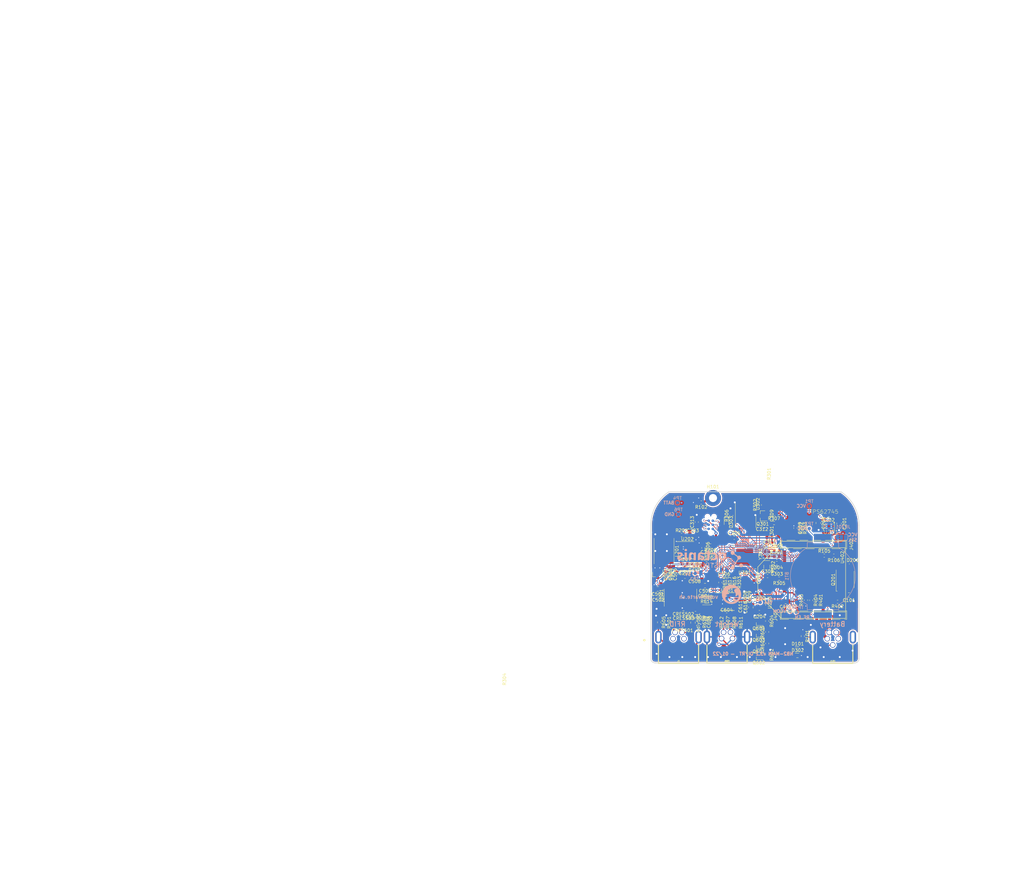
<source format=kicad_pcb>
(kicad_pcb (version 20211014) (generator pcbnew)
  (title_block (title "NB2-MAIN") (date "2022-01-30") (rev "3.2") (company "Octanis Instruments GmbH") (comment 1 "Design ready for production"))
  (layers (0 "F.Cu" signal) (31 "B.Cu" signal) (34 "B.Paste" user) (35 "F.Paste" user) (36 "B.SilkS" user "B.Silkscreen") (37 "F.SilkS" user "F.Silkscreen") (38 "B.Mask" user) (39 "F.Mask" user) (44 "Edge.Cuts" user))
  (net 0 "")
  (net 1 "GND")
  (net 2 "VAA")
  (net 3 "/Load_Cell/EXC_A")
  (net 4 "/Load_Cell/EXC_B")
  (net 5 "/Load_Cell/AIN1")
  (net 6 "/Load_Cell/AIN2")
  (net 7 "+BATT")
  (net 8 "Net-(J1-PadSH)")
  (net 9 "Net-(R611-Pad1)")
  (net 10 "+5V")
  (net 11 "/Control/HK_BAT_V")
  (net 12 "/Control/SPI_MOSI")
  (net 13 "/Control/SPI_MISO")
  (net 14 "/Control/SPI_CLK")
  (net 15 "/Control/BAT_TEST_ENABLE")
  (net 16 "/Control/5V_ENABLE")
  (net 18 "/Control/LOADCELL_SPI_CS")
  (net 19 "Net-(L201-Pad1)")
  (net 20 "Net-(R612-Pad1)")
  (net 21 "Net-(L201-Pad2)")
  (net 22 "NRST")
  (net 23 "VCC")
  (net 24 "VCOM")
  (net 25 "/RFID/ant2")
  (net 26 "USB_D-")
  (net 27 "USB_D+")
  (net 28 "USER_GPIO")
  (net 29 "BAT_IN")
  (net 30 "/RFID/ant1")
  (net 31 "/RFID/shd")
  (net 33 "/RFID/demod_out")
  (net 34 "/RFID/rdyclk")
  (net 35 "/Control/QSPI_CSN")
  (net 36 "/Control/QSPI_SCK")
  (net 37 "/Control/QSPI_IO0")
  (net 38 "/Control/QSPI_IO1")
  (net 39 "/Control/QSPI_IO2")
  (net 40 "/Control/QSPI_IO3")
  (net 41 "/Communication/RF_ENABLE")
  (net 42 "/Communication/RF_TX")
  (net 43 "/Communication/RF_RX")
  (net 44 "/Load_Cell/ADC_CLK")
  (net 45 "/Communication/dtr")
  (net 46 "/Communication/SUPER_B_EN")
  (net 47 "/Communication/SUPER_B_IO0")
  (net 48 "/Communication/RF_RTS")
  (net 49 "/Communication/RF_CTS")
  (net 50 "/Load_Cell/green")
  (net 51 "/Load_Cell/white")
  (net 52 "SWCLK")
  (net 53 "SWDIO")
  (net 54 "RTC_OUT_CALIB")
  (net 56 "Net-(C205-Pad1)")
  (net 57 "/Control/FLASH_POWER_ON_N")
  (net 58 "/ADC_CLK_EN")
  (net 59 "/VAA_LDO_EN")
  (net 60 "/Control/DBG_LED1")
  (net 61 "Net-(C205-Pad2)")
  (net 62 "Net-(C206-Pad1)")
  (net 63 "Net-(C207-Pad1)")
  (net 64 "Net-(C301-Pad1)")
  (net 65 "Net-(C302-Pad1)")
  (net 66 "Net-(C303-Pad2)")
  (net 67 "Net-(C304-Pad2)")
  (net 68 "Net-(C310-Pad2)")
  (net 69 "Net-(C312-Pad2)")
  (net 70 "Net-(C505-Pad2)")
  (net 71 "Net-(C506-Pad2)")
  (net 72 "Net-(C507-Pad2)")
  (net 73 "Net-(C508-Pad2)")
  (net 74 "Net-(C508-Pad1)")
  (net 75 "Net-(Cdiv501-Pad1)")
  (net 76 "Net-(CRES501-Pad1)")
  (net 77 "Net-(CRES502-Pad1)")
  (net 78 "Net-(CRES503-Pad1)")
  (net 79 "Net-(D303-Pad1)")
  (net 80 "Net-(H101-Pad1)")
  (net 81 "Net-(L202-Pad1)")
  (net 82 "Net-(R202-Pad2)")
  (net 83 "Net-(R303-Pad1)")
  (net 84 "Net-(R501-Pad2)")
  (net 85 "Net-(R615-Pad2)")
  (net 86 "Net-(R616-Pad2)")
  (net 87 "Net-(R617-Pad2)")
  (net 88 "Net-(R618-Pad1)")
  (net 89 "/RFID_SLEEP_N")
  (net 92 "Net-(C309-Pad1)")
  (net 99 "/Control/LOADCELL_EXC_A_P")
  (net 100 "/Control/LOADCELL_EXC_A_N")
  (net 101 "/Control/LOADCELL_EXC_B_P")
  (net 102 "/Control/LOADCELL_EXC_B_N")
  (net 103 "/Control/LOADCELL_DRDY")
  (net 105 "Net-(JP201-Pad2)")
  (net 110 "RTC_BAT")
  (net 111 "Net-(J101-PadSH)")
  (footprint "lib_fp:TDSON-8-1_HandSoldering" (layer "F.Cu") (at 218.6595 96.885621 90)
    (fp_text reference "Q201")
    (fp_text value "TPH1R712MDL1Q")
  )
  (footprint "Capacitor_SMD:C_0805_2012Metric" (layer "F.Cu") (at 160.382 99.785621 180)
    (fp_text reference "C501")
    (fp_text value "10u")
  )
  (footprint "Capacitor_SMD:C_0603_1608Metric" (layer "F.Cu") (at 174.8195 100.535621 180)
    (fp_text reference "C504")
    (fp_text value "100n")
  )
  (footprint "Capacitor_SMD:C_0603_1608Metric" (layer "F.Cu") (at 162.8195 95.285621 -90)
    (fp_text reference "C505")
    (fp_text value "10n")
  )
  (footprint "Capacitor_SMD:C_0603_1608Metric" (layer "F.Cu") (at 164.3195 95.285621 -90)
    (fp_text reference "C506")
    (fp_text value "10n")
  )
  (footprint "Capacitor_SMD:C_0603_1608Metric" (layer "F.Cu") (at 168.8195 96.035621)
    (fp_text reference "C507")
    (fp_text value "100n")
  )
  (footprint "Capacitor_SMD:C_0603_1608Metric" (layer "F.Cu") (at 171.8195 96.035621 180)
    (fp_text reference "C508")
    (fp_text value "100n")
  )
  (footprint "Capacitor_SMD:C_0603_1608Metric" (layer "F.Cu") (at 160.532 101.785621 180)
    (fp_text reference "C502")
    (fp_text value "100n")
  )
  (footprint "Capacitor_SMD:C_0805_2012Metric" (layer "F.Cu") (at 175.0695 98.785621 180)
    (fp_text reference "C503")
    (fp_text value "10u")
  )
  (footprint "Capacitor_SMD:C_0805_2012Metric" (layer "F.Cu") (at 171.3195 110.285621 -90)
    (fp_text reference "Cdiv501")
    (fp_text value "10p 500V")
  )
  (footprint "Capacitor_SMD:C_0603_1608Metric" (layer "F.Cu") (at 172.107 107.285621 180)
    (fp_text reference "Cdiv502")
    (fp_text value "1n")
  )
  (footprint "Capacitor_SMD:C_0603_1608Metric" (layer "F.Cu") (at 168.032 111.285621 180)
    (fp_text reference "CRES501")
    (fp_text value "0R")
  )
  (footprint "Capacitor_SMD:C_0805_2012Metric" (layer "F.Cu") (at 168.3195 109.285621)
    (fp_text reference "CRES502")
    (fp_text value "1n5 450V C0G")
  )
  (footprint "Capacitor_SMD:C_0805_2012Metric" (layer "F.Cu") (at 168.382 107.285621 180)
    (fp_text reference "CRES503")
    (fp_text value "1n5 450V C0G")
  )
  (footprint "Package_TO_SOT_SMD:SOT-723" (layer "F.Cu") (at 203.8195 120.485621)
    (fp_text reference "D302")
    (fp_text value "ESD7205")
  )
  (footprint "Package_SO:SOIC-16_3.9x9.9mm_P1.27mm" (layer "F.Cu") (at 167.4545 101.785621 90)
    (fp_text reference "U501")
    (fp_text value "EM4095")
  )
  (footprint "MountingHole:MountingHole_2.5mm_Pad" (layer "F.Cu") (at 177.552422 71.526)
    (fp_text reference "H101")
    (fp_text value "MountingHole_Pad")
  )
  (footprint "Resistor_SMD:R_0603_1608Metric" (layer "F.Cu") (at 166.033879 95.285621 90)
    (fp_text reference "R504")
    (fp_text value "100k")
  )
  (footprint "Resistor_SMD:R_0603_1608Metric" (layer "F.Cu") (at 167.782 83.035621)
    (fp_text reference "R201")
    (fp_text value "100k")
  )
  (footprint "Resistor_SMD:R_0603_1608Metric" (layer "F.Cu") (at 165.3195 110.285621 90)
    (fp_text reference "R501")
    (fp_text value "0R")
  )
  (footprint "Resistor_SMD:R_0603_1608Metric" (layer "F.Cu") (at 173.9 72.9 180)
    (fp_text reference "R102")
    (fp_text value "47R")
  )
  (footprint "Package_TO_SOT_SMD:SOT-23" (layer "F.Cu") (at 160.3195 95.285621 -90)
    (fp_text reference "Q501")
    (fp_text value "NMOS 30V 4A")
  )
  (footprint "lib_fp:M8-5" (layer "F.Cu") (at 214.8195 115.285621)
    (fp_text reference "J101")
    (fp_text value "FC-M8-5")
  )
  (footprint "Capacitor_SMD:C_0805_2012Metric" (layer "F.Cu") (at 219.8595 101.685621 180)
    (fp_text reference "C101")
    (fp_text value "10u")
  )
  (footprint "Inductor_SMD:L_1008_2520Metric" (layer "F.Cu") (at 213.5695 76.285621 180)
    (fp_text reference "L202")
    (fp_text value "4.7uH")
  )
  (footprint "Capacitor_SMD:C_0805_2012Metric" (layer "F.Cu") (at 216.8095 79.480621 -90)
    (fp_text reference "C201")
    (fp_text value "10u")
  )
  (footprint "lib_fp:WSON_3x2mm_12pin" (layer "F.Cu") (at 214.1195 80.285621 180)
    (fp_text reference "U201")
    (fp_text value "TPS62745")
  )
  (footprint "Capacitor_SMD:C_0805_2012Metric" (layer "F.Cu") (at 210.3195 79.285621 -90)
    (fp_text reference "C208")
    (fp_text value "10u")
  )
  (footprint "Package_TO_SOT_SMD:SOT-723" (layer "F.Cu") (at 203.8195 118.485621)
    (fp_text reference "D101")
    (fp_text value "ESD7205")
  )
  (footprint "Package_TO_SOT_SMD:SOT-23-5" (layer "F.Cu") (at 192.3195 104.05 -90)
    (fp_text reference "U203")
    (fp_text value "3.0V LDO ")
  )
  (footprint "Capacitor_SMD:C_0603_1608Metric" (layer "F.Cu") (at 192 101.3 180)
    (fp_text reference "C202")
    (fp_text value "1u")
  )
  (footprint "Capacitor_SMD:C_0603_1608Metric" (layer "F.Cu") (at 192 107 180)
    (fp_text reference "C204")
    (fp_text value "1u")
  )
  (footprint "Capacitor_SMD:C_0603_1608Metric" (layer "F.Cu") (at 181.8195 107.785621)
    (fp_text reference "C604")
    (fp_text value "100n 1% DNP")
  )
  (footprint "Capacitor_SMD:C_0603_1608Metric" (layer "F.Cu") (at 174.8 110.1 -90)
    (fp_text reference "C606")
    (fp_text value "100n")
  )
  (footprint "Capacitor_SMD:C_0603_1608Metric" (layer "F.Cu") (at 189 102.285621 90)
    (fp_text reference "C608")
    (fp_text value "1u")
  )
  (footprint "Capacitor_SMD:C_0603_1608Metric" (layer "F.Cu") (at 187.5 102.285621 -90)
    (fp_text reference "C609")
    (fp_text value "100n")
  )
  (footprint "Capacitor_SMD:C_0805_2012Metric" (layer "F.Cu") (at 189.3195 105.535621 90)
    (fp_text reference "C610")
    (fp_text value "DNP")
  )
  (footprint "Capacitor_SMD:C_0603_1608Metric" (layer "F.Cu") (at 187.5 105.285621 90)
    (fp_text reference "C611")
    (fp_text value "100n")
  )
  (footprint "Resistor_SMD:R_0603_1608Metric" (layer "F.Cu") (at 180.8195 110.285621 -90)
    (fp_text reference "R607")
    (fp_text value "0R")
  )
  (footprint "Resistor_SMD:R_0603_1608Metric" (layer "F.Cu") (at 182.8195 110.285621 -90)
    (fp_text reference "R608")
    (fp_text value "0R")
  )
  (footprint "Resistor_SMD:R_0603_1608Metric" (layer "F.Cu") (at 184.8195 110.285621 -90)
    (fp_text reference "R611")
    (fp_text value "0R")
  )
  (footprint "Resistor_SMD:R_0603_1608Metric" (layer "F.Cu") (at 178.8195 110.285621 -90)
    (fp_text reference "R612")
    (fp_text value "0R")
  )
  (footprint "Resistor_SMD:R_0603_1608Metric" (layer "F.Cu") (at 175.5695 102.285621 180)
    (fp_text reference "R614")
    (fp_text value "0R")
  )
  (footprint "Resistor_SMD:R_0603_1608Metric" (layer "F.Cu") (at 175.5695 103.785621)
    (fp_text reference "R618")
    (fp_text value "0R")
  )
  (footprint "Package_SO:TSSOP-16_4.4x5mm_P0.65mm" (layer "F.Cu") (at 182 103.785621)
    (fp_text reference "U601")
    (fp_text value "ADS1220")
  )
  (footprint "lib_fp:MB08MBSAFF04RA" (layer "F.Cu") (at 181.9195 115.235621)
    (fp_text reference "J601")
    (fp_text value "LOAD_CELL_CONN_01X04")
  )
  (footprint "Package_TO_SOT_SMD:SOT-23" (layer "F.Cu") (at 191.8195 116.785621 180)
    (fp_text reference "Q601")
    (fp_text value "PMOS 20V 3A")
  )
  (footprint "Package_TO_SOT_SMD:SOT-23" (layer "F.Cu") (at 191.8195 120.285621 180)
    (fp_text reference "Q602")
    (fp_text value "NMOS 30V 4A")
  )
  (footprint "Package_TO_SOT_SMD:SOT-23" (layer "F.Cu") (at 191.8 113.2 180)
    (fp_text reference "Q603")
    (fp_text value "PMOS 20V 3A")
  )
  (footprint "Package_TO_SOT_SMD:SOT-23" (layer "F.Cu") (at 191.8 109.6 180)
    (fp_text reference "Q604")
    (fp_text value "NMOS 30V 4A")
  )
  (footprint "Resistor_SMD:R_0603_1608Metric" (layer "F.Cu") (at 194.4195 116.785621 90)
    (fp_text reference "R601")
    (fp_text value "100k")
  )
  (footprint "Resistor_SMD:R_0603_1608Metric" (layer "F.Cu") (at 194.4195 120.285621 -90)
    (fp_text reference "R602")
    (fp_text value "100k")
  )
  (footprint "Resistor_SMD:R_0603_1608Metric" (layer "F.Cu") (at 194.4 113.2 90)
    (fp_text reference "R603")
    (fp_text value "100k")
  )
  (footprint "Resistor_SMD:R_0603_1608Metric" (layer "F.Cu") (at 194.4 109.8 -90)
    (fp_text reference "R604")
    (fp_text value "100k")
  )
  (footprint "lib_fp:XBEE_3D_only" (layer "F.Cu") (at 199.8195 96.985621 90)
    (fp_text reference "U402")
    (fp_text value "XBEE")
  )
  (footprint "lib_fp:IC_MIC94085YFT-TR" (layer "F.Cu") (at 203.55 103.5025 90)
    (fp_text reference "U401")
    (fp_text value "Power Switch 2A, 800us soft start")
  )
  (footprint "Capacitor_SMD:C_0805_2012Metric" (layer "F.Cu") (at 200.175 103.725 180)
    (fp_text reference "C401")
    (fp_text value "10u")
  )
  (footprint "Resistor_SMD:R_0603_1608Metric" (layer "F.Cu") (at 212.175 89.45)
    (fp_text reference "R105")
    (fp_text value "DNP")
  )
  (footprint "Resistor_SMD:R_0603_1608Metric" (layer "F.Cu") (at 215.15 89.45 180)
    (fp_text reference "R106")
    (fp_text value "DNP")
  )
  (footprint "Resistor_SMD:R_0603_1608Metric" (layer "F.Cu") (at 209.675 103.325 -90)
    (fp_text reference "R401")
    (fp_text value "10k")
  )
  (footprint "Resistor_SMD:R_0603_1608Metric" (layer "F.Cu") (at 216.3195 103.785621 180)
    (fp_text reference "R402")
    (fp_text value "DNP")
  )
  (footprint "Resistor_SMD:R_0603_1608Metric" (layer "F.Cu") (at 206.475 103.3 90)
    (fp_text reference "R403")
    (fp_text value "100k")
  )
  (footprint "Resistor_SMD:R_0603_1608Metric" (layer "F.Cu") (at 208.1 103.325 -90)
    (fp_text reference "R404")
    (fp_text value "DNP")
  )
  (footprint "Package_SO:SSOP-16_3.9x4.9mm_P0.635mm" (layer "F.Cu") (at 169.5695 87.785621)
    (fp_text reference "U202")
    (fp_text value "LTC3534")
  )
  (footprint "Inductor_SMD:L_Taiyo-Yuden_NR-60xx_HandSoldering" (layer "F.Cu") (at 162.3195 88.035621 -90)
    (fp_text reference "L201")
    (fp_text value "5uH")
  )
  (footprint "Capacitor_SMD:C_0805_2012Metric" (layer "F.Cu") (at 171.282 83.285621)
    (fp_text reference "C203")
    (fp_text value "10u")
  )
  (footprint "Capacitor_SMD:C_0603_1608Metric" (layer "F.Cu") (at 176.782 87.785621 180)
    (fp_text reference "C205")
    (fp_text value "330p")
  )
  (footprint "Capacitor_SMD:C_0603_1608Metric" (layer "F.Cu") (at 174.532 87.035621 -90)
    (fp_text reference "C206")
    (fp_text value "12p")
  )
  (footprint "Capacitor_SMD:C_0603_1608Metric" (layer "F.Cu") (at 168.8195 93.535621 180)
    (fp_text reference "C207")
    (fp_text value "33p")
  )
  (footprint "Capacitor_SMD:C_0805_2012Metric" (layer "F.Cu") (at 175.5695 92.035621)
    (fp_text reference "C209")
    (fp_text value "10u")
  )
  (footprint "Capacitor_SMD:C_0805_2012Metric" (layer "F.Cu") (at 175.5695 90.035621)
    (fp_text reference "C210")
    (fp_text value "10u")
  )
  (footprint "Resistor_SMD:R_0603_1608Metric" (layer "F.Cu") (at 171.8195 93.535621)
    (fp_text reference "R205")
    (fp_text value "10k")
  )
  (footprint "Resistor_SMD:R_0603_1608Metric" (layer "F.Cu") (at 176.782 86.285621 180)
    (fp_text reference "R206")
    (fp_text value "15k")
  )
  (footprint "Resistor_SMD:R_0603_1608Metric" (layer "F.Cu") (at 168.8195 92.035621)
    (fp_text reference "R207")
    (fp_text value "162k 0.1%")
  )
  (footprint "Resistor_SMD:R_0603_1608Metric" (layer "F.Cu") (at 171.8195 92.035621 180)
    (fp_text reference "R208")
    (fp_text value "649k 1%")
  )
  (footprint "Capacitor_SMD:C_0603_1608Metric" (layer "F.Cu") (at 184.1495 83.900621)
    (fp_text reference "C305")
    (fp_text value "1u")
  )
  (footprint "LED_SMD:LED_0603_1608Metric" (layer "F.Cu") (at 181.75 79 -90)
    (fp_text reference "D303")
    (fp_text value "LED_YELLOW")
  )
  (footprint "Package_DFN_QFN:QFN-48-1EP_7x7mm_P0.5mm_EP5.3x5.3mm" (layer "F.Cu") (at 187.4195 89.920621 180)
    (fp_text reference "U301")
    (fp_text value "STM32L433CCxx")
  )
  (footprint "lib_fp:8-LGA-6x8mm" (layer "F.Cu") (at 187.7195 76.785621 -90)
    (fp_text reference "U302")
    (fp_text value "1Gb NAND Flash")
  )
  (footprint "lib_fp:Crystal_SMD_2016-4Pin_2.0x1.6mm" (layer "F.Cu") (at 194.3195 88.920621 90)
    (fp_text reference "Y301")
    (fp_text value "16MHz 10ppm 9pF")
  )
  (footprint "lib_fp:Crystal_SMD_MicroCrystal_CC7V-T1A-2Pin_3.2x1.5mm" (layer "F.Cu") (at 194.3195 92.920621 -90)
    (fp_text reference "Y302")
    (fp_text value "32kHz 20ppm 12.5pF")
  )
  (footprint "Inductor_SMD:L_0402_1005Metric" (layer "F.Cu") (at 194.675 82.025 -90)
    (fp_text reference "L301")
    (fp_text value "10u")
  )
  (footprint "Capacitor_SMD:C_0603_1608Metric" (layer "F.Cu") (at 197.4195 89.720621)
    (fp_text reference "C301")
    (fp_text value "12p")
  )
  (footprint "Capacitor_SMD:C_0603_1608Metric" (layer "F.Cu") (at 197.4195 87.920621)
    (fp_text reference "C302")
    (fp_text value "12p")
  )
  (footprint "Capacitor_SMD:C_0603_1608Metric" (layer "F.Cu") (at 197.4195 93.720621 180)
    (fp_text reference "C303")
    (fp_text value "22p")
  )
  (footprint "Capacitor_SMD:C_0603_1608Metric" (layer "F.Cu") (at 197.4195 91.720621 180)
    (fp_text reference "C304")
    (fp_text value "22p")
  )
  (footprint "Capacitor_SMD:C_0603_1608Metric" (layer "F.Cu") (at 181 93.75 180)
    (fp_text reference "C306")
    (fp_text value "100n")
  )
  (footprint "Capacitor_SMD:C_0603_1608Metric" (layer "F.Cu") (at 190.3195 96.385621 -90)
    (fp_text reference "C307")
    (fp_text value "100n")
  )
  (footprint "Capacitor_SMD:C_0603_1608Metric" (layer "F.Cu") (at 194.5195 95.785621)
    (fp_text reference "C308")
    (fp_text value "100n")
  )
  (footprint "Capacitor_SMD:C_0603_1608Metric" (layer "F.Cu") (at 195.1195 85.285621 180)
    (fp_text reference "C310")
    (fp_text value "10n")
  )
  (footprint "Capacitor_SMD:C_0603_1608Metric" (layer "F.Cu") (at 195.1195 83.785621 180)
    (fp_text reference "C311")
    (fp_text value "1u")
  )
  (footprint "Capacitor_SMD:C_0603_1608Metric" (layer "F.Cu") (at 192.8195 79.785621 180)
    (fp_text reference "C312")
    (fp_text value "1u")
  )
  (footprint "Capacitor_SMD:C_0603_1608Metric" (layer "F.Cu") (at 172.5 79 90)
    (fp_text reference "C313")
    (fp_text value "100n")
  )
  (footprint "Resistor_SMD:R_0603_1608Metric" (layer "F.Cu") (at 206.4 80.8625 90)
    (fp_text reference "R202")
    (fp_text value "162k 0.1%")
  )
  (footprint "Resistor_SMD:R_0603_1608Metric" (layer "F.Cu") (at 204.8 80.8625 -90)
    (fp_text reference "R203")
    (fp_text value "162k 0.1%")
  )
  (footprint "Resistor_SMD:R_0603_1608Metric" (layer "F.Cu") (at 183.25 80 90)
    (fp_text reference "R301")
    (fp_text value "DNP")
  )
  (footprint "Resistor_SMD:R_0603_1608Metric" (layer "F.Cu") (at 192.1195 73.685621 90)
    (fp_text reference "R302")
    (fp_text value "100k")
  )
  (footprint "Resistor_SMD:R_0603_1608Metric" (layer "F.Cu") (at 184.3195 97.785621 -90)
    (fp_text reference "R303")
    (fp_text value "47R")
  )
  (footprint "Resistor_SMD:R_0603_1608Metric" (layer "F.Cu") (at 183.25 77 90)
    (fp_text reference "R306")
    (fp_text value "1k")
  )
  (footprint "Resistor_SMD:R_0603_1608Metric" (layer "F.Cu") (at 182.8195 97.785621 -90)
    (fp_text reference "R616")
    (fp_text value "47R")
  )
  (footprint "Resistor_SMD:R_0603_1608Metric" (layer "F.Cu") (at 181.3095 97.795621 -90)
    (fp_text reference "R617")
    (fp_text value "47R")
  )
  (footprint "Resistor_SMD:R_0603_1608Metric" (layer "F.Cu") (at 179.8195 97.795621 -90)
    (fp_text reference "R615")
    (fp_text value "47R")
  )
  (footprint "Connector_PinSocket_2.00mm:PinSocket_1x10_P2.00mm_Vertical_SMD_Pin1Right" (layer "F.Cu") (at 208.8295 107.965621 90)
    (fp_text reference "J401")
    (fp_text value "Conn_01x10_Female")
  )
  (footprint "Connector_PinSocket_2.00mm:PinSocket_1x10_P2.00mm_Vertical_SMD_Pin1Right" (layer "F.Cu") (at 208.8195 85.975621 -90)
    (fp_text reference "J402")
    (fp_text value "Conn_01x10_Female")
  )
  (footprint "Package_TO_SOT_SMD:SOT-23" (layer "F.Cu") (at 193.0195 77.085621 180)
    (fp_text reference "Q301")
    (fp_text value "PMOS 20V 3A")
  )
  (footprint "Resistor_SMD:R_0603_1608Metric" (layer "F.Cu") (at 195.8195 76.985621 -90)
    (fp_text reference "R304")
    (fp_text value "100k")
  )
  (footprint "lib_fp:MB08MBSAFF04RA" (layer "F.Cu") (at 166.8195 115.285621)
    (fp_text reference "J1")
    (fp_text value "LOAD_CELL_CONN_01X04")
  )
  (footprint "Oscillator:Oscillator_SMD_EuroQuartz_XO32-4Pin_3.2x2.5mm" (layer "F.Cu") (at 175.5695 106.615621 180)
    (fp_text reference "U602")
    (fp_text value "DNP")
  )
  (footprint "Resistor_SMD:R_0603_1608Metric" (layer "F.Cu") (at 196.55 79.3)
    (fp_text reference "R307")
    (fp_text value "47R")
  )
  (footprint "Resistor_SMD:R_0603_1608Metric" (layer "F.Cu") (at 198.15 96.6 180)
    (fp_text reference "R305")
    (fp_text value "DNP")
  )
  (footprint "Capacitor_SMD:C_0603_1608Metric" (layer "F.Cu") (at 203.2 80.875 -90)
    (fp_text reference "C509")
    (fp_text value "10n")
  )
  (footprint "Resistor_SMD:R_0603_1608Metric" (layer "F.Cu") (at 160.8 110.2 -90)
    (fp_text reference "R605")
    (fp_text value "47R")
  )
  (footprint "Resistor_SMD:R_0603_1608Metric" (layer "F.Cu") (at 176.35 110.1 90)
    (fp_text reference "R613")
    (fp_text value "DNP")
  )
  (footprint "Diode_SMD:D_0402_1005Metric" (layer "F.Cu") (at 221.0545 92.035621)
    (fp_text reference "D201")
    (fp_text value "TVS DIODE 12V 23.7V")
  )
  (footprint "Resistor_SMD:R_0603_1608Metric" (layer "F.Cu") (at 205.5 114.5 -90)
    (fp_text reference "R101")
    (fp_text value "47R")
  )
  (footprint "Capacitor_SMD:C_0603_1608Metric" (layer "F.Cu") (at 197.3 77 90)
    (fp_text reference "C309")
    (fp_text value "DNP")
  )
  (footprint "lib_fp:VogelwarteLogo3" (layer "B.Cu") (at 176.75 101.5 180)
    (fp_text reference "LOGO101" hide)
    (fp_text value "Logo_Open_Hardware_Small" hide)
  )
  (footprint "lib_fp_global:oi_logo_small" (layer "B.Cu") (at 176.75 90.5 180)
    (fp_text reference "G101" hide)
    (fp_text value "LOGO" hide)
  )
  (footprint "lib-fp-global:TC2030-MCP-NL" (layer "B.Cu") (at 176.85 79.85 90)
    (fp_text reference "P301" hide)
    (fp_text value "TC2030-MCP" hide)
  )
  (footprint "TestPoint:TestPoint_Pad_D1.0mm" (layer "B.Cu") (at 192.25 104 180)
    (fp_text reference "TP5")
    (fp_text value "VAA_test")
  )
  (footprint "Battery:BatteryHolder_MPD_BC2003_1x2032" (layer "B.Cu") (at 211.75 95.825 -90)
    (fp_text reference "BT1")
    (fp_text value "Battery-RESCUE-Nestbox_v1")
  )
  (footprint "Jumper:SolderJumper-3_P1.3mm_Bridged2Bar12_RoundedPad1.0x1.5mm" (layer "B.Cu") (at 217.5 83.75)
    (fp_text reference "JP201")
    (fp_text value "Jumper_SELECT_Dual")
  )
  (footprint "TestPoint:TestPoint_Pad_D1.0mm" (layer "B.Cu") (at 203.45 107.05 180)
    (fp_text reference "TP202")
    (fp_text value "Vcom_test")
  )
  (footprint "TestPoint:TestPoint_Pad_D1.0mm" (layer "B.Cu") (at 207.5 81 180)
    (fp_text reference "TP3")
    (fp_text value "RTC_Test")
  )
  (footprint "TestPoint:TestPoint_Pad_D1.0mm" (layer "B.Cu") (at 172 95 180)
    (fp_text reference "TP2")
    (fp_text value "5V_test")
  )
  (footprint "TestPoint:TestPoint_Pad_D1.0mm" (layer "B.Cu") (at 166.8 76.6 180)
    (fp_text reference "TP6")
    (fp_text value "GND_test")
  )
  (footprint "TestPoint:TestPoint_Pad_D1.0mm" (layer "B.Cu") (at 166.5 73 180)
    (fp_text reference "TP4")
    (fp_text value "BATT_test")
  )
  (footprint "TestPoint:TestPoint_Pad_D1.0mm" (layer "B.Cu") (at 201.5 106.75 180)
    (fp_text reference "TP201")
    (fp_text value "Vcom_test")
  )
  (footprint "TestPoint:TestPoint_Pad_D1.0mm" (layer "B.Cu") (at 207.5 74 180)
    (fp_text reference "TP1")
    (fp_text value "VCC_test")
  )
  (gr_arc locked (start 158.204482 79.972578) (mid 159.706897 74.056889) (end 163.85 69.575) (layer "Edge.Cuts") (width 0.2))
  (gr_arc locked (start 217.35412 69.575) (mid 221.497223 74.056889) (end 222.999638 79.972578) (layer "Edge.Cuts") (width 0.2))
  (gr_line locked (start 222.999638 79.972578) (end 222.999638 121.472578) (layer "Edge.Cuts") (width 0.2))
  (gr_line locked (start 221.649638 122.822578) (end 159.554482 122.822578) (layer "Edge.Cuts") (width 0.2))
  (gr_arc locked (start 222.999638 121.472578) (mid 222.604232 122.427172) (end 221.649638 122.822578) (layer "Edge.Cuts") (width 0.2))
  (gr_line locked (start 158.204482 121.472578) (end 158.204482 79.972578) (layer "Edge.Cuts") (width 0.2))
  (gr_arc locked (start 159.554482 122.822578) (mid 158.599888 122.427172) (end 158.204482 121.472578) (layer "Edge.Cuts") (width 0.2))
  (gr_line locked (start 163.85 69.575) (end 217.35412 69.575) (layer "Edge.Cuts") (width 0.2))
  (gr_text "NB2-MAIN v3.2 OI/RT  — 01/22" (at 190 120) (layer "B.SilkS") (effects (font (size 1 1) (thickness 0.25)) (justify mirror)))
  (gr_text "VAA" (at 194.8 104) (layer "B.SilkS") (effects (font (size 1 1) (thickness 0.2)) (justify mirror)))
  (gr_text "Weight" (at 182 110.75) (layer "B.SilkS") (effects (font (size 1.5 1.5) (thickness 0.25)) (justify mirror)))
  (gr_text "RTC" (at 205.2 81) (layer "B.SilkS") (effects (font (size 1 1) (thickness 0.2)) (justify mirror)))
  (gr_text "VCC" (at 205 74) (layer "B.SilkS") (effects (font (size 1 1) (thickness 0.2)) (justify mirror)))
  (gr_text "VCOM" (at 198.25 106.75) (layer "B.SilkS") (effects (font (size 1 1) (thickness 0.2)) (justify mirror)))
  (gr_text "VCC\nSEL" (at 221 83.75) (layer "B.SilkS") (effects (font (size 1 1) (thickness 0.2)) (justify mirror)))
  (gr_text "GND" (at 164 76.6) (layer "B.SilkS") (effects (font (size 1 1) (thickness 0.2)) (justify mirror)))
  (gr_text "5V" (at 169.8 95.2) (layer "B.SilkS") (effects (font (size 1 1) (thickness 0.2)) (justify mirror)))
  (gr_text "Battery" (at 214.75 110.75) (layer "B.SilkS") (effects (font (size 1.5 1.5) (thickness 0.25)) (justify mirror)))
  (gr_text "RF_EN" (at 205.3 108.675) (layer "B.SilkS") (effects (font (size 1 1) (thickness 0.2)) (justify mirror)))
  (gr_text "BATT" (at 163.8 73) (layer "B.SilkS") (effects (font (size 1 1) (thickness 0.2)) (justify mirror)))
  (gr_text "RFID" (at 166.5 110.75) (layer "B.SilkS") (effects (font (size 1.5 1.5) (thickness 0.25)) (justify mirror)))
  (gr_text "." (at 169.567 92.280621) (layer "F.SilkS") (effects (font (size 1.5 1.5) (thickness 0.3))))
  (gr_text "." (at 157 115.75 270) (layer "F.SilkS") (effects (font (size 2 2) (thickness 0.5))))
  (segment (start 189 101.498121) (end 187.5 101.498121) (width 0.4) (layer "F.Cu") (net 1))
  (segment (start 185.069011 85.879017) (end 185.1695 85.979506) (width 0.2) (layer "F.Cu") (net 1))
  (segment (start 220.5695 101.458121) (end 220.797 101.685621) (width 0.4) (layer "F.Cu") (net 1))
  (segment (start 175.607 100.535621) (end 175.607 100.893) (width 0.2) (layer "F.Cu") (net 1))
  (segment (start 197.428992 90.498629) (end 197.428992 90.5245) (width 0.2) (layer "F.Cu") (net 1))
  (segment (start 184.937 83.900621) (end 184.937 85.722006) (width 0.2) (layer "F.Cu") (net 1))
  (segment (start 168.256879 87.468121) (end 168.325 87.4) (width 0.4) (layer "F.Cu") (net 1))
  (segment (start 168.0895 97.3395) (end 168 97.25) (width 0.4) (layer "F.Cu") (net 1))
  (segment (start 159.4445 98.6945) (end 159.25 98.5) (width 0.4) (layer "F.Cu") (net 1))
  (segment (start 180.77452 92.97548) (end 180.2125 93.5375) (width 0.2) (layer "F.Cu") (net 1))
  (segment (start 204.3945 118.485621) (end 205.376401 118.485621) (width 0.2) (layer "F.Cu") (net 1))
  (segment (start 194.4195 119.498121) (end 194.601879 119.498121) (width 0.4) (layer "F.Cu") (net 1))
  (segment (start 185.1695 92.170621) (end 183.9695 92.170621) (width 0.2) (layer "F.Cu") (net 1))
  (segment (start 168.0895 100.9105) (end 168 101) (width 0.4) (layer "F.Cu") (net 1))
  (segment (start 185.464379 72.785621) (end 184.414379 72.785621) (width 0.4) (layer "F.Cu") (net 1))
  (segment (start 220.797 102.972) (end 221.275 103.45) (width 0.4) (layer "F.Cu") (net 1))
  (segment (start 179.05 104.110621) (end 180.160621 104.110621) (width 0.2) (layer "F.Cu") (net 1))
  (segment (start 206.475 105.1) (end 206.45 105.125) (width 0.2) (layer "F.Cu") (net 1))
  (segment (start 173.186879 85.563121) (end 173.25 85.5) (width 0.2) (layer "F.Cu") (net 1))
  (segment (start 159.4445 99.785621) (end 159.4445 98.6945) (width 0.4) (layer "F.Cu") (net 1))
  (segment (start 217.107 103.785621) (end 217.107 104.857) (width 0.4) (layer "F.Cu") (net 1))
  (segment (start 192.3195 102.95) (end 192.3195 102.407) (width 0.4) (layer "F.Cu") (net 1))
  (segment (start 183.25 75) (end 183 74.75) (width 0.4) (layer "F.Cu") (net 1))
  (segment (start 205.5 113.675) (end 205.5 112.5) (width 0.4) (layer "F.Cu") (net 1))
  (segment (start 168.0895 105.6605) (end 168 105.75) (width 0.4) (layer "F.Cu") (net 1))
  (segment (start 198.207 93.382) (end 197.525 92.7) (width 0.2) (layer "F.Cu") (net 1))
  (segment (start 194.999171 88.220621) (end 195.701775 88.923225) (width 0.2) (layer "F.Cu") (net 1))
  (segment (start 194.8695 88.220621) (end 194.999171 88.220621) (width 0.2) (layer "F.Cu") (net 1))
  (segment (start 176.507 92.035621) (end 177.514379 92.035621) (width 0.4) (layer "F.Cu") (net 1))
  (segment (start 171.123121 89.373121) (end 170.75 89) (width 0.4) (layer "F.Cu") (net 1))
  (segment (start 168.0895 99.310621) (end 168.0895 97.3395) (width 0.4) (layer "F.Cu") (net 1))
  (segment (start 193.607 80.770178) (end 193.59706 80.780118) (width 0.4) (layer "F.Cu") (net 1))
  (segment (start 210.3195 81.3445) (end 210.425 81.45) (width 0.4) (layer "F.Cu") (net 1))
  (segment (start 166.9945 83.035621) (end 166.9945 81.7555) (width 0.2) (layer "F.Cu") (net 1))
  (segment (start 159.7445 101.785621) (end 159.7445 102.9945) (width 0.4) (layer "F.Cu") (net 1))
  (segment (start 159.7445 101.785621) (end 159.7445 100.085621) (width 0.4) (layer "F.Cu") (net 1))
  (segment (start 198.207 87.920621) (end 198.207 89.720621) (width 0.2) (layer "F.Cu") (net 1))
  (segment (start 172.1695 90.008121) (end 170.991879 90.008121) (width 0.4) (layer "F.Cu") (net 1))
  (segment (start 175.607 100.535621) (end 175.607 99.185621) (width 0.4) (layer "F.Cu") (net 1))
  (segment (start 190.3195 97.173121) (end 190.3195 97.895) (width 0.2) (layer "F.Cu") (net 1))
  (segment (start 217 108.736121) (end 217 108) (width 0.6) (layer "F.Cu") (net 1))
  (segment (start 195.307 95.785621) (end 195.714379 95.785621) (width 0.2) (layer "F.Cu") (net 1))
  (segment (start 159.825 108.4) (end 159.825 108.125) (width 0.4) (layer "F.Cu") (net 1))
  (segment (start 189.54498 96.398601) (end 190.3195 97.173121) (width 0.2) (layer "F.Cu") (net 1))
  (segment (start 221.5395 92.035621) (end 221.5395 91.4105) (width 0.4) (layer "F.Cu") (net 1))
  (segment (start 164.3195 94.498121) (end 164.3195 93.8195) (width 0.4) (layer "F.Cu") (net 1))
  (segment (start 195.907 83.785621) (end 195.907 83.363343) (width 0.4) (layer "F.Cu") (net 1))
  (segment (start 172.633502 83.285621) (end 173.097881 83.75) (width 0.2) (layer "F.Cu") (net 1))
  (segment (start 176.007 98.785621) (end 176.007 97.393) (width 0.4) (layer "F.Cu") (net 1))
  (segment (start 193.214647 90.175474) (end 193.172348 90.175474) (width 0.2) (layer "F.Cu") (net 1))
  (segment (start 189.54498 95.164697) (end 189.54498 96.398601) (width 0.2) (layer "F.Cu") (net 1))
  (segment (start 199.2375 103.725) (end 199.2375 103.5625) (width 0.4) (layer "F.Cu") (net 1))
  (segment (start 204.3945 120.485621) (end 205.0195 120.485621) (width 0.2) (layer "F.Cu") (net 1))
  (segment (start 189.6695 95.040177) (end 189.54498 95.164697) (width 0.2) (layer "F.Cu") (net 1))
  (segment (start 193.7695 89.620621) (end 193.214647 90.175474) (width 0.2) (layer "F.Cu") (net 1))
  (segment (start 184.414379 72.785621) (end 184.325 72.875) (width 0.4) (layer "F.Cu") (net 1))
  (segment (start 183.25 76.2125) (end 183.25 75) (width 0.4) (layer "F.Cu") (net 1))
  (segment (start 220.5695 99.785621) (end 220.5695 101.458121) (width 0.4) (layer "F.Cu") (net 1))
  (segment (start 163.25 92.75) (end 161.5 92.75) (width 0.4) (layer "F.Cu") (net 1))
  (segment (start 191.2125 101.3) (end 191.2125 100.9125) (width 0.4) (layer "F.Cu") (net 1))
  (segment (start 184.937 85.722006) (end 185.069011 85.854018) (width 0.2) (layer "F.Cu") (net 1))
  (segment (start 216.8095 80.418121) (end 216.8095 81.449491) (width 0.4) (layer "F.Cu") (net 1))
  (segment (start 176.3445 105.540621) (end 177.15 104.735121) (width 0.2) (layer "F.Cu") (net 1))
  (segment (start 183.9695 92.170621) (end 183.079379 92.170621) (width 0.2) (layer "F.Cu") (net 1))
  (segment (start 192.3195 102.407) (end 191.2125 101.3) (width 0.4) (layer "F.Cu") (net 1))
  (segment (start 166.9695 87.468121) (end 168.256879 87.468121) (width 0.4) (layer "F.Cu") (net 1))
  (segment (start 172.2195 83.285621) (end 172.633502 83.285621) (width 0.2) (layer "F.Cu") (net 1))
  (segment (start 205.376401 118.485621) (end 205.42639 118.435632) (width 0.2) (layer "F.Cu") (net 1))
  (segment (start 187.9 106.473121) (end 187.5 106.073121) (width 0.4) (layer "F.Cu") (net 1))
  (segment (start 166.9695 85.563121) (end 166.688121 85.563121) (width 0.4) (layer "F.Cu") (net 1))
  (segment (start 195.701775 88.923225) (end 195.75305 88.9745) (width 0.2) (layer "F.Cu") (net 1))
  (segment (start 168.033121 90.008121) (end 168.325 90.3) (width 0.4) (layer "F.Cu") (net 1))
  (segment (start 159.3695 93.3805) (end 159.5 93.25) (width 0.4) (layer "F.Cu") (net 1))
  (segment (start 180.2125 93.0625) (end 180.15 93) (width 0.2) (layer "F.Cu") (net 1))
  (segment (start 187.5 100.775) (end 187.25 100.525) (width 0.4) (layer "F.Cu") (net 1))
  (segment (start 220.797 101.685621) (end 220.797 102.972) (width 0.4) (layer "F.Cu") (net 1))
  (segment (start 184.937 83.900621) (end 184.851457 83.900621) (width 0.2) (layer "F.Cu") (net 1))
  (segment (start 187.5 106.073121) (end 187.5 107.05) (width 0.4) (layer "F.Cu") (net 1))
  (segment (start 182.27452 92.97548) (end 180.77452 92.97548) (width 0.2) (layer "F.Cu") (net 1))
  (segment (start 189.6695 92.170621) (end 187.4195 89.920621) (width 0.2) (layer "F.Cu") (net 1))
  (segment (start 168.032 92.032) (end 167 91) (width 0.4) (layer "F.Cu") (net 1))
  (segment (start 183.079379 92.170621) (end 182.27452 92.97548) (width 0.2) (layer "F.Cu") (net 1))
  (segment (start 172.1695 89.373121) (end 171.123121 89.373121) (width 0.4) (layer "F.Cu") (net 1))
  (segment (start 206.475 104.0875) (end 206.475 105.1) (width 0.2) (layer "F.Cu") (net 1))
  (segment (start 180.160621 104.110621) (end 180.5 104.45) (width 0.2) (layer "F.Cu") (net 1))
  (segment (start 168.326879 89.373121) (end 168.35 89.35) (width 0.4) (layer "F.Cu") (net 1))
  (segment (start 213.8695 79.285621) (end 213.874501 79.28062) (width 0.2) (layer "F.Cu") (net 1))
  (segment (start 168.0895 99.310621) (end 168.0895 100.9105) (width 0.4) (layer "F.Cu") (net 1))
  (segment (start 159.3695 94.285621) (end 159.3695 93.3805) (width 0.4) (layer "F.Cu") (net 1))
  (segment (start 189.6695 93.370621) (end 189.6695 95.040177) (width 0.2) (layer "F.Cu") (net 1))
  (segment (start 168.0895 104.260621) (end 168.0895 102.6605) (width 0.4) (layer "F.Cu") (net 1))
  (segment (start 192.8 108.65) (end 194.0375 108.65) (width 0.4) (layer "F.Cu") (net 1))
  (segment (start 174.8 110.8875) (end 173.8875 110.8875) (width 0.4) (layer "F.Cu") (net 1))
  (segment (start 191.754379 89.170621) (end 191.925 89) (width 0.2) (layer "F.Cu") (net 1))
  (segment (start 187.7195 76.785621) (end 190.685621 76.785621) (width 0.4) (layer "F.Cu") (net 1))
  (segment (start 173.1125 72.9) (end 171.45 72.9) (width 0.6) (layer "F.Cu") (net 1))
  (segment (start 187.5 101.498121) (end 187.5 100.775) (width 0.4) (layer "F.Cu") (net 1))
  (segment (start 194.0375 108.65) (end 194.4 109.0125) (width 0.4) (layer "F.Cu") (net 1))
  (segment (start 180.2125 93.5375) (end 180.2125 93.75) (width 0.2) (layer "F.Cu") (net 1))
  (segment (start 173.1125 72.9) (end 173.1125 71.5125) (width 0.6) (layer "F.Cu") (net 1))
  (segment (start 172.5 78.2125) (end 172.5 76.75) (width 0.4) (layer "F.Cu") (net 1))
  (segment (start 159.7445 102.9945) (end 159.75 103) (width 0.4) (layer "F.Cu") (net 1))
  (segment (start 216.8095 81.449491) (end 216.758991 81.5) (width 0.4) (layer "F.Cu") (net 1))
  (segment (start 180.339379 103.460621) (end 180.55 103.25) (width 0.2) (layer "F.Cu") (net 1))
  (segment (start 175.607 100.893) (end 174.7 101.8) (width 0.2) (layer "F.Cu") (net 1))
  (segment (start 168.032 96.035621) (end 168.032 97.218) (width 0.4) (layer "F.Cu") (net 1))
  (segment (start 198.207 89.720621) (end 197.428992 90.498629) (width 0.2) (layer "F.Cu") (net 1))
  (segment (start 213.874501 78.281289) (end 214.063424 78.092366) (width 0.2) (layer "F.Cu") (net 1))
  (segment (start 179.05 103.460621) (end 180.339379 103.460621) (width 0.2) (layer "F.Cu") (net 1))
  (segment (start 213.874501 79.28062) (end 213.874501 78.281289) (width 0.2) (layer "F.Cu") (net 1))
  (segment (start 204.6225 103.7025) (end 204.625 103.7) (width 0.2) (layer "F.Cu") (net 1))
  (segment (start 166.9945 81.7555) (end 167 81.75) (width 0.2) (layer "F.Cu") (net 1))
  (segment (start 172.8945 108.3945) (end 173 108.5) (width 0.4) (layer "F.Cu") (net 1))
  (segment (start 191.2125 100.9125) (end 190.9 100.6) (width 0.4) (layer "F.Cu") (net 1))
  (segment (start 188.1695 89.170621) (end 187.4195 89.920621) (width 0.2) (layer "F.Cu") (net 1))
  (segment (start 216.677 80.285621) (end 216.8095 80.418121) (width 0.4) (layer "F.Cu") (net 1))
  (segment (start 214.3695 80.285621) (end 216.677 80.285621) (width 0.4) (layer "F.Cu") (net 1))
  (segment (start 185.8145 72.785621) (end 185.464379 72.785621) (width 0.4) (layer "F.Cu") (net 1))
  (segment (start 199.2375 103.5625) (end 200.2 102.6) (width 0.4) (layer "F.Cu") (net 1))
  (segment (start 210.382 80.285621) (end 210.3195 80.223121) (width 0.4) (layer "F.Cu") (net 1))
  (segment (start 176.007 97.393) (end 176.05 97.35) (width 0.4) (layer "F.Cu") (net 1))
  (segment (start 188.1695 93.370621) (end 188.1695 94.452072) (width 0.2) (layer "F.Cu") (net 1))
  (segment (start 195.701775 88.923225) (end 197.409604 88.923225) (width 0.2) (layer "F.Cu") (net 1))
  (segment (start 161.5 92.75) (end 161 93.25) (width 0.4) (layer "F.Cu") (net 1))
  (segment (start 198.207 92.018) (end 197.525 92.7) (width 0.2) (layer "F.Cu") (net 1))
  (segment (start 177.514379 92.035621) (end 177.575 91.975) (width 0.4) (layer "F.Cu") (net 1))
  (segment (start 189.3195 106.473121) (end 187.9 106.473121) (width 0.4) (layer "F.Cu") (net 1))
  (segment (start 190.8695 89.170621) (end 191.754379 89.170621) (width 0.2) (layer "F.Cu") (net 1))
  (segment (start 172.8945 107.285621) (end 172.8945 108.3945) (width 0.4) (layer "F.Cu") (net 1))
  (segment (start 166.9695 90.008121) (end 168.033121 90.008121) (width 0.4) (layer "F.Cu") (net 1))
  (segment (start 176.507 90.035621) (end 177.714379 90.035621) (width 0.4) (layer "F.Cu") (net 1))
  (segment (start 198.207 93.720621) (end 198.207 93.382) (width 0.2) (layer "F.Cu") (net 1))
  (segment (start 163.0095 104.260621) (end 162.860621 104.260621) (width 0.2) (layer "F.Cu") (net 1))
  (segment (start 194.601879 119.498121) (end 195.35 118.75) (width 0.4) (layer "F.Cu") (net 1))
  (segment (start 170.991879 90.008121) (end 170.75 90.25) (width 0.4) (layer "F.Cu") (net 1))
  (segment (start 195.907 83.363343) (end 196.370843 82.8995) (width 0.4) (layer "F.Cu") (net 1))
  (segment (start 203.15 80.075) (end 202.788507 80.075) (width 0.2) (layer "F.Cu") (net 1))
  (segment (start 162.860621 104.260621) (end 162.35 103.75) (width 0.2) (layer "F.Cu") (net 1))
  (segment (start 159.7445 100.085621) (end 159.4445 99.785621) (width 0.4) (layer "F.Cu") (net 1))
  (segment (start 160.8 109.375) (end 159.825 108.4) (width 0.4) (layer "F.Cu") (net 1))
  (segment (start 192.8195 119.335621) (end 194.257 119.335621) (width 0.4) (layer "F.Cu") (net 1))
  (segment (start 185.069011 85.854018) (end 185.069011 85.879017) (width 0.2) (layer "F.Cu") (net 1))
  (segment (start 168.032 92.035621) (end 168.032 92.032) (width 0.4) (layer "F.Cu") (net 1))
  (segment (start 212.8695 80.285621) (end 210.382 80.285621) (width 0.4) (layer "F.Cu") (net 1))
  (segment (start 168.032 97.218) (end 168 97.25) (width 0.4) (layer "F.Cu") (net 1))
  (segment (start 164.3195 94.498121) (end 162.8195 94.498121) (width 0.4) (layer "F.Cu") (net 1))
  (segment (start 168.191879 86.833121) (end 168.325 86.7) (width 0.4) (layer "F.Cu") (net 1))
  (segment (start 217.8295 109.565621) (end 217 108.736121) (width 0.6) (layer "F.Cu") (net 1))
  (segment (start 177.714379 90.035621) (end 177.75 90) (width 0.4) (layer "F.Cu") (net 1))
  (segment (start 172.2195 83.285621) (end 172.2195 84.4695) (width 0.2) (layer "F.Cu") (net 1))
  (segment (start 172.2195 84.4695) (end 172.25 84.5) (width 0.2) (layer "F.Cu") (net 1))
  (segment (start 203.225 80.075) (end 203.2 80.1) (width 0.2) (layer "F.Cu") (net 1))
  (segment (start 195.907 85.285621) (end 195.907 83.785621) (width 0.4) (layer "F.Cu") (net 1))
  (segment (start 203.75 103.7025) (end 204.6225 103.7025) (width 0.2) (layer "F.Cu") (net 1))
  (segment (start 192.975 108.65) (end 193.825 107.8) (width 0.4) (layer "F.Cu") (net 1))
  (segment (start 191.2125 107) (end 191.2125 107.3625) (width 0.4) (layer "F.Cu") (net 1))
  (segment (start 166.9695 89.373121) (end 168.326879 89.373121) (width 0.4) (layer "F.Cu") (net 1))
  (segment (start 177.15 104.735121) (end 177.15 104.6) (width 0.2) (layer "F.Cu") (net 1))
  (segment (start 194.257 119.335621) (end 194.4195 119.498121) (width 0.4) (layer "F.Cu") (net 1))
  (segment (start 210.3195 80.223121) (end 210.3195 81.3445) (width 0.4) (layer "F.Cu") (net 1))
  (segment (start 164.3195 93.8195) (end 163.25 92.75) (width 0.4) (layer "F.Cu") (net 1))
  (segment (start 184.851457 83.900621) (end 184.062263 83.111427) (width 0.2) (layer "F.Cu") (net 1))
  (segment (start 173.1125 71.5125) (end 173.1 71.5) (width 0.6) (layer "F.Cu") (net 1))
  (segment (start 191.2125 107.3625) (end 190.5 108.075) (width 0.4) (layer "F.Cu") (net 1))
  (segment (start 190.3195 97.895) (end 190.4 97.9755) (width 0.2) (layer "F.Cu") (net 1))
  (segment (start 168.0895 102.6605) (end 168.25 102.5) (width 0.4) (layer "F.Cu") (net 1))
  (segment (start 221.5395 91.4105) (end 222.125 90.825) (width 0.4) (layer "F.Cu") (net 1))
  (segment (start 190.8695 89.170621) (end 188.1695 89.170621) (width 0.2) (layer "F.Cu") (net 1))
  (segment (start 185.1695 85.979506) (end 185.1695 86.470621) (width 0.2) (layer "F.Cu") (net 1))
  (segment (start 189.6695 93.370621) (end 189.6695 92.170621) (width 0.2) (layer "F.Cu") (net 1))
  (segment (start 217.107 104.857) (end 217.5 105.25) (width 0.4) (layer "F.Cu") (net 1))
  (segment (start 166.688121 85.563121) (end 166.125 85) (width 0.4) (layer "F.Cu") (net 1))
  (segment (start 202.788507 80.075) (end 202.709193 80.154314) (width 0.2) (layer "F.Cu") (net 1))
  (segment (start 193.607 79.785621) (end 193.607 80.770178) (width 0.4) (layer "F.Cu") (net 1))
  (segment (start 190.685621 76.785621) (end 190.725 76.825) (width 0.4) (layer "F.Cu") (net 1))
  (segment (start 198.207 91.720621) (end 198.207 92.018) (width 0.2) (layer "F.Cu") (net 1))
  (segment (start 187.4195 89.920621) (end 185.1695 92.170621) (width 0.2) (layer "F.Cu") (net 1))
  (segment (start 175.607 99.185621) (end 176.007 98.785621) (width 0.4) (layer "F.Cu") (net 1))
  (segment (start 172.1695 85.563121) (end 173.186879 85.563121) (width 0.2) (layer "F.Cu") (net 1))
  (segment (start 195.714379 95.785621) (end 196.25 95.25) (width 0.2) (layer "F.Cu") (net 1))
  (segment (start 188.1695 94.452072) (end 188.07 94.551572) (width 0.2) (layer "F.Cu") (net 1))
  (segment (start 168.0895 104.260621) (end 168.0895 105.6605) (width 0.4) (layer "F.Cu") (net 1))
  (segment (start 180.2125 93.75) (end 180.2125 93.0625) (width 0.2) (layer "F.Cu") (net 1))
  (segment (start 204.8 80.075) (end 203.225 80.075) (width 0.2) (layer "F.Cu") (net 1))
  (segment (start 197.409604 88.923225) (end 198.207 89.720621) (width 0.2) (layer "F.Cu") (net 1))
  (segment (start 173.8875 110.8875) (end 173.75 110.75) (width 0.4) (layer "F.Cu") (net 1))
  (segment (start 187.5 107.05) (end 187.375 107.175) (width 0.4) (layer "F.Cu") (net 1))
  (segment (start 166.9695 86.833121) (end 168.191879 86.833121) (width 0.4) (layer "F.Cu") (net 1))
  (segment (start 205.0195 120.485621) (end 205.0695 120.535621) (width 0.2) (layer "F.Cu") (net 1))
  (segment (start 192.8 108.65) (end 192.975 108.65) (width 0.4) (layer "F.Cu") (net 1))
  (via (at 200 112) (size 1) (drill 0.6) (layers "F.Cu" "B.Cu") (net 1))
  (via (at 168.325 86.7) (size 0.6) (drill 0.3) (layers "F.Cu" "B.Cu") (net 1))
  (via (at 167 91) (size 0.8) (drill 0.4) (layers "F.Cu" "B.Cu") (net 1))
  (via (at 176.05 97.35) (size 1) (drill 0.6) (layers "F.Cu" "B.Cu") (net 1))
  (via (at 163.2 88) (size 1) (drill 0.6) (layers "F.Cu" "B.Cu") (net 1))
  (via (at 163.2 82.8) (size 1) (drill 0.6) (layers "F.Cu" "B.Cu") (net 1))
  (via (at 168 105.75) (size 0.8) (drill 0.4) (layers "F.Cu" "B.Cu") (net 1))
  (via (at 217.5 105.25) (size 1) (drill 0.6) (layers "F.Cu" "B.Cu") (net 1))
  (via (at 166.125 85) (size 0.6) (drill 0.3) (layers "F.Cu" "B.Cu") (net 1))
  (via (at 193.172348 90.175474) (size 0.6) (drill 0.3) (layers "F.Cu" "B.Cu") (net 1))
  (via (at 193.59706 80.780118) (size 0.6) (drill 0.3) (layers "F.Cu" "B.Cu") (net 1))
  (via (at 214.063424 78.092366) (size 0.6) (drill 0.3) (layers "F.Cu" "B.Cu") (net 1))
  (via (at 180.55 103.25) (size 0.6) (drill 0.3) (layers "F.Cu" "B.Cu") (net 1))
  (via (at 187.375 107.175) (size 1) (drill 0.6) (layers "F.Cu" "B.Cu") (net 1))
  (via (at 172 121) (size 1) (drill 0.6) (layers "F.Cu" "B.Cu") (net 1))
  (via (at 212 121) (size 1) (drill 0.6) (layers "F.Cu" "B.Cu") (net 1))
  (via (at 177.15 104.6) (size 0.6) (drill 0.3) (layers "F.Cu" "B.Cu") (net 1))
  (via (at 163 108) (size 1) (drill 0.6) (layers "F.Cu" "B.Cu") (net 1))
  (via (at 217 108) (size 1) (drill 0.6) (layers "F.Cu" "B.Cu") (net 1))
  (via (at 173 108.5) (size 0.6) (drill 0.3) (layers "F.Cu" "B.Cu") (net 1))
  (via (at 185 121) (size 1) (drill 0.6) (layers "F.Cu" "B.Cu") (net 1))
  (via (at 197 121) (size 1) (drill 0.6) (layers "F.Cu" "B.Cu") (net 1))
  (via (at 159.5 93.25) (size 0.6) (drill 0.3) (layers "F.Cu" "B.Cu") (net 1))
  (via (at 173.75 110.75) (size 0.6) (drill 0.3) (layers "F.Cu" "B.Cu") (net 1))
  (via (at 188.07 94.551572) (size 0.6) (drill 0.3) (layers "F.Cu" "B.Cu") (net 1))
  (via (at 190.9 100.6) (size 0.8) (drill 0.4) (layers "F.Cu" "B.Cu") (net 1))
  (via (at 159.75 103) (size 0.6) (drill 0.3) (layers "F.Cu" "B.Cu") (net 1))
  (via (at 221 119) (size 1) (drill 0.6) (layers "F.Cu" "B.Cu") (net 1))
  (via (at 190.5 108.075) (size 1) (drill 0.6) (layers "F.Cu" "B.Cu") (net 1))
  (via (at 195.35 118.75) (size 1) (drill 0.6) (layers "F.Cu" "B.Cu") (net 1))
  (via (at 176 121) (size 1) (drill 0.6) (layers "F.Cu" "B.Cu") (net 1))
  (via (at 191.925 89) (size 0.6) (drill 0.3) (layers "F.Cu" "B.Cu") (net 1))
  (via (at 171.45 72.9) (size 0.6) (drill 0.3) (layers "F.Cu" "B.Cu") (net 1))
  (via (at 163 111) (size 1) (drill 0.6) (layers "F.Cu" "B.Cu") (net 1))
  (via (at 217 121) (size 1) (drill 0.6) (layers "F.Cu" "B.Cu") (net 1))
  (via (at 190.725 76.825) (size 1) (drill 0.6) (layers "F.Cu" "B.Cu") (net 1))
  (via (at 184.325 72.875) (size 1) (drill 0.6) (layers "F.Cu" "B.Cu") (net 1))
  (via (at 180.15 93) (size 0.6) (drill 0.3) (layers "F.Cu" "B.Cu") (net 1))
  (via (at 196.25 95.25) (size 0.6) (drill 0.3) (layers "F.Cu" "B.Cu") (net 1))
  (via (at 205.0695 120.535621) (size 0.6) (drill 0.3) (layers "F.Cu" "B.Cu") (net 1))
  (via (at 196.370843 82.8995) (size 0.6) (drill 0.3) (layers "F.Cu" "B.Cu") (net 1))
  (via (at 202.709193 80.154314) (size 0.6) (drill 0.3) (layers "F.Cu" "B.Cu") (net 1))
  (via (at 177.575 91.975) (size 0.6) (drill 0.3) (layers "F.Cu" "B.Cu") (net 1))
  (via (at 206.45 105.125) (size 0.6) (drill 0.3) (layers "F.Cu" "B.Cu") (net 1))
  (via (at 168.25 102.5) (size 0.8) (drill 0.4) (layers "F.Cu" "B.Cu") (net 1))
  (via (at 170.75 89) (size 0.6) (drill 0.3) (layers "F.Cu" "B.Cu") (net 1))
  (via (at 168.325 87.4) (size 0.6) (drill 0.3) (layers "F.Cu" "B.Cu") (net 1))
  (via (at 159.825 108.125) (size 1) (drill 0.6) (layers "F.Cu" "B.Cu") (net 1))
  (via (at 180 121) (size 1) (drill 0.6) (layers "F.Cu" "B.Cu") (net 1))
  (via (at 159.6 88) (size 1) (drill 0.6) (layers "F.Cu" "B.Cu") (net 1))
  (via (at 160 120) (size 1) (drill 0.6) (layers "F.Cu" "B.Cu") (net 1))
  (via (at 177.75 90) (size 0.6) (drill 0.3) (layers "F.Cu" "B.Cu") (net 1))
  (via (at 168 97.25) (size 0.8) (drill 0.4) (layers "F.Cu" "B.Cu") (net 1))
  (via (at 173.097881 83.75) (size 0.6) (drill 0.3) (layers "F.Cu" "B.Cu") (net 1))
  (via (at 168 121) (size 1) (drill 0.6) (layers "F.Cu" "B.Cu") (net 1))
  (via (at 160 106) (size 1) (drill 0.6) (layers "F.Cu" "B.Cu") (net 1))
  (via (at 164 121) (size 1) (drill 0.6) (layers "F.Cu" "B.Cu") (net 1))
  (via (at 193.825 107.8) (size 1) (drill 0.6) (layers "F.Cu" "B.Cu") (net 1))
  (via (at 216.758991 81.5) (size 1) (drill 0.6) (layers "F.Cu" "B.Cu") (net 1))
  (via (at 159.25 98.5) (size 0.6) (drill 0.3) (layers "F.Cu" "B.Cu") (net 1))
  (via (at 180.5 104.45) (size 0.6) (drill 0.3) (layers "F.Cu" "B.Cu") (net 1))
  (via (at 183 74.75) (size 1) (drill 0.6) (layers "F.Cu" "B.Cu") (net 1))
  (via (at 184.062263 83.111427) (size 0.6) (drill 0.3) (layers "F.Cu" "B.Cu") (net 1))
  (via (at 197.525 92.7) (size 0.6) (drill 0.3) (layers "F.Cu" "B.Cu") (net 1))
  (via (at 168.35 89.35) (size 0.6) (drill 0.3) (layers "F.Cu" "B.Cu") (net 1))
  (via (at 211 118) (size 1) (drill 0.6) (layers "F.Cu" "B.Cu") (net 1))
  (via (at 207 121) (size 1) (drill 0.6) (layers "F.Cu" "B.Cu") (net 1))
  (via (at 205.5 112.5) (size 0.6) (drill 0.3) (layers "F.Cu" "B.Cu") (net 1))
  (via (at 187.25 100.525) (size 1) (drill 0.6) (layers "F.Cu" "B.Cu") (net 1))
  (via (at 222.125 90.825) (size 1) (drill 0.6) (layers "F.Cu" "B.Cu") (net 1))
  (via (at 159.6 82.8) (size 1) (drill 0.6) (layers "F.Cu" "B.Cu") (net 1))
  (via (at 173.1 71.5) (size 0.6) (drill 0.3) (layers "F.Cu" "B.Cu") (net 1))
  (via (at 172.25 84.5) (size 0.6) (drill 0.3) (layers "F.Cu" "B.Cu") (net 1))
  (via (at 208 111) (size 1) (drill 0.6) (layers "F.Cu" "B.Cu") (net 1))
  (via (at 173.25 85.5) (size 0.6) (drill 0.3) (layers "F.Cu" "B.Cu") (net 1))
  (via (at 205.42639 118.435632) (size 0.6) (drill 0.3) (layers "F.Cu" "B.Cu") (net 1))
  (via (at 204.625 103.7) (size 0.6) (drill 0.3) (layers "F.Cu" "B.Cu") (net 1))
  (via (at 170.75 90.25) (size 0.6) (drill 0.3) (layers "F.Cu" "B.Cu") (net 1))
  (via (at 210.425 81.45) (size 1) (drill 0.6) (layers "F.Cu" "B.Cu") (net 1))
  (via (at 167 81.75) (size 0.6) (drill 0.3) (layers "F.Cu" "B.Cu") (net 1))
  (via (at 168 101) (size 0.8) (drill 0.4) (layers "F.Cu" "B.Cu") (net 1))
  (via (at 200 117) (size 1) (drill 0.6) (layers "F.Cu" "B.Cu") (net 1))
  (via (at 190.4 97.9755) (size 0.6) (drill 0.3) (layers "F.Cu" "B.Cu") (net 1))
  (via (at 168.325 90.3) (size 0.6) (drill 0.3) (layers "F.Cu" "B.Cu") (net 1))
  (via (at 189 121) (size 1) (drill 0.6) (layers "F.Cu" "B.Cu") (net 1))
  (via (at 221.275 103.45) (size 1) (drill 0.6) (layers "F.Cu" "B.Cu") (net 1))
  (via (at 200.2 102.6) (size 1) (drill 0.6) (layers "F.Cu" "B.Cu") (net 1))
  (via (at 161 93.25) (size 0.6) (drill 0.3) (layers "F.Cu" "B.Cu") (net 1))
  (via (at 197.428992 90.5245) (size 0.6) (drill 0.3) (layers "F.Cu" "B.Cu") (net 1))
  (via (at 162.35 103.75) (size 0.6) (drill 0.3) (layers "F.Cu" "B.Cu") (net 1))
  (via (at 172.5 76.75) (size 1) (drill 0.6) (layers "F.Cu" "B.Cu") (net 1))
  (segment (start 174.35 79.85) (end 174.25 79.75) (width 0.4) (layer "B.Cu") (net 1))
  (segment (start 176.215 79.85) (end 174.35 79.85) (width 0.4) (layer "B.Cu") (net 1))
  (segment (start 192.7875 106.975) (end 192.725 106.975) (width 0.4) (layer "F.Cu") (net 2))
  (segment (start 191.950489 113.099511) (end 191.950489 114.96661) (width 0.4) (layer "F.Cu") (net 2))
  (segment (start 191.91298 106.12548) (end 190.67548 106.12548) (width 0.4) (layer "F.Cu") (net 2))
  (segment (start 189.3195 104.598121) (end 187.6 104.598121) (width 0.4) (layer "F.Cu") (net 2))
  (segment (start 189.3195 104.7695) (end 189.3195 104.598121) (width 0.4) (layer "F.Cu") (net 2))
  (segment (start 192.7875 106.8) (end 193.2695 106.318) (width 0.4) (layer "F.Cu") (net 2))
  (segment (start 194.4 112.4125) (end 192.9625 112.4125) (width 0.2) (layer "F.Cu") (net 2))
  (segment (start 192.725 106.975) (end 192.575 106.975) (width 0.4) (layer "F.Cu") (net 2))
  (segment (start 187.1125 104.110621) (end 187.5 104.498121) (width 0.4) (layer "F.Cu") (net 2))
  (segment (start 192.7875 107) (end 191.91298 106.12548) (width 0.4) (layer "F.Cu") (net 2))
  (segment (start 192.9625 112.4125) (end 192.8 112.25) (width 0.2) (layer "F.Cu") (net 2))
  (segment (start 190.090914 104.598121) (end 190.639035 104.05) (width 0.4) (layer "F.Cu") (net 2))
  (segment (start 194.257 115.835621) (end 194.4195 115.998121) (width 0.4) (layer "F.Cu") (net 2))
  (segment (start 192.7875 106.8) (end 191.8 107.7875) (width 0.4) (layer "F.Cu") (net 2))
  (segment (start 191.8 107.7875) (end 191.8 111.25) (width 0.4) (layer "F.Cu") (net 2))
  (segment (start 190.67548 106.12548) (end 189.3195 104.7695) (width 0.4) (layer "F.Cu") (net 2))
  (segment (start 191.8 111.25) (end 192.8 112.25) (width 0.4) (layer "F.Cu") (net 2))
  (segment (start 193.2695 106.318) (end 193.2695 105.385621) (width 0.4) (layer "F.Cu") (net 2))
  (segment (start 187.6 104.598121) (end 187.5 104.498121) (width 0.4) (layer "F.Cu") (net 2))
  (segment (start 192.8195 115.835621) (end 194.257 115.835621) (width 0.4) (layer "F.Cu") (net 2))
  (segment (start 191.950489 114.96661) (end 192.8195 115.835621) (width 0.4) (layer "F.Cu") (net 2))
  (segment (start 189.3195 104.598121) (end 190.090914 104.598121) (width 0.4) (layer "F.Cu") (net 2))
  (segment (start 192.8 112.25) (end 191.950489 113.099511) (width 0.4) (layer "F.Cu") (net 2))
  (segment (start 184.95 104.110621) (end 187.1125 104.110621) (width 0.4) (layer "F.Cu") (net 2))
  (via (at 190.639035 104.05) (size 1) (drill 0.6) (layers "F.Cu" "B.Cu") (net 2))
  (segment (start 192.2 104.05) (end 192.25 104) (width 0.4) (layer "B.Cu") (net 2))
  (segment (start 190.639035 104.05) (end 192.2 104.05) (width 0.4) (layer "B.Cu") (net 2))
  (segment (start 185.713899 110.336101) (end 179.55652 110.336101) (width 0.2) (layer "F.Cu") (net 3))
  (segment (start 178.8195 113.835621) (end 180.2195 115.235621) (width 0.4) (layer "F.Cu") (net 3))
  (segment (start 180.2195 115.235621) (end 183.2695 118.285621) (width 0.4) (layer "F.Cu") (net 3))
  (segment (start 189.3695 118.285621) (end 190.8695 116.785621) (width 0.4) (layer "F.Cu") (net 3))
  (segment (start 190.8695 119.785621) (end 189.3695 118.285621) (width 0.4) (layer "F.Cu") (net 3))
  (segment (start 178.8195 111.073121) (end 178.8195 113.835621) (width 0.4) (layer "F.Cu") (net 3))
  (segment (start 184.95 104.760621) (end 186.074022 104.760621) (width 0.2) (layer "F.Cu") (net 3))
  (segment (start 186.332251 109.717749) (end 185.713899 110.336101) (width 0.2) (layer "F.Cu") (net 3))
  (segment (start 186.332251 105.01885) (end 186.332251 109.717749) (width 0.2) (layer "F.Cu") (net 3))
  (segment (start 179.55652 110.336101) (end 178.8195 111.073121) (width 0.2) (layer "F.Cu") (net 3))
  (segment (start 186.074022 104.760621) (end 186.332251 105.01885) (width 0.2) (layer "F.Cu") (net 3))
  (segment (start 190.8695 120.285621) (end 190.8695 119.785621) (width 0.4) (layer "F.Cu") (net 3))
  (segment (start 183.2695 118.285621) (end 189.3695 118.285621) (width 0.4) (layer "F.Cu") (net 3))
  (segment (start 185.282 111.535621) (end 188.935621 111.535621) (width 0.4) (layer "F.Cu") (net 4))
  (segment (start 178.1 104.760621) (end 177.55 105.310621) (width 0.2) (layer "F.Cu") (net 4))
  (segment (start 184.8195 114.035621) (end 184.8195 111.073121) (width 0.4) (layer "F.Cu") (net 4))
  (segment (start 184.8195 111.073121) (end 185.282 111.535621) (width 0.4) (layer "F.Cu") (net 4))
  (segment (start 183.6195 115.235621) (end 184.8195 114.035621) (width 0.4) (layer "F.Cu") (net 4))
  (segment (start 188.935621 111.535621) (end 190.685621 113.285621) (width 0.4) (layer "F.Cu") (net 4))
  (segment (start 177.55 105.310621) (end 177.55 115.15) (width 0.2) (layer "F.Cu") (net 4))
  (segment (start 190.8 109.6) (end 188.864379 111.535621) (width 0.4) (layer "F.Cu") (net 4))
  (segment (start 188.864379 111.535621) (end 187.8 111.535621) (width 0.4) (layer "F.Cu") (net 4))
  (segment (start 177.55 115.15) (end 179.45 117.05) (width 0.2) (layer "F.Cu") (net 4))
  (segment (start 179.05 104.760621) (end 178.1 104.760621) (width 0.2) (layer "F.Cu") (net 4))
  (segment (start 190.685621 113.285621) (end 190.8195 113.285621) (width 0.4) (layer "F.Cu") (net 4))
  (segment (start 190.773121 109.573121) (end 190.8 109.6) (width 0.4) (layer "F.Cu") (net 4))
  (via (at 179.45 117.05) (size 1) (drill 0.6) (layers "F.Cu" "B.Cu") (net 4))
  (segment (start 181.805121 117.05) (end 179.45 117.05) (width 0.4) (layer "B.Cu") (net 4))
  (segment (start 183.6195 115.235621) (end 181.805121 117.05) (width 0.4) (layer "B.Cu") (net 4))
  (segment (start 183.95 105.410621) (end 182.607 106.753621) (width 0.25) (layer "F.Cu") (net 5))
  (segment (start 182.607 107.785621) (end 182.607 109.285621) (width 0.25) (layer "F.Cu") (net 5))
  (segment (start 182.607 106.753621) (end 182.607 107.785621) (width 0.25) (layer "F.Cu") (net 5))
  (segment (start 184.95 105.410621) (end 183.95 105.410621) (width 0.25) (layer "F.Cu") (net 5))
  (segment (start 182.607 109.285621) (end 182.8195 109.498121) (width 0.25) (layer "F.Cu") (net 5))
  (segment (start 181.032 109.285621) (end 180.8195 109.498121) (width 0.25) (layer "F.Cu") (net 6))
  (segment (start 179.05 105.410621) (end 180.05 105.410621) (width 0.25) (layer "F.Cu") (net 6))
  (segment (start 181.032 107.785621) (end 181.032 109.285621) (width 0.25) (layer "F.Cu") (net 6))
  (segment (start 181.032 106.392621) (end 181.032 107.785621) (width 0.25) (layer "F.Cu") (net 6))
  (segment (start 180.05 105.410621) (end 181.032 106.392621) (width 0.25) (layer "F.Cu") (net 6))
  (segment (start 215.675 82.425) (end 214.8695 81.6195) (width 0.2) (layer "F.Cu") (net 7))
  (segment (start 215.225 70.9) (end 183.3875 70.9) (width 1.5) (layer "F.Cu") (net 7))
  (segment (start 212.8695 82.2445) (end 213.0695 82.4445) (width 0.2) (layer "F.Cu") (net 7))
  (segment (start 170.85 75.25) (end 170.3445 75.7555) (width 1.5) (layer "F.Cu") (net 7))
  (segment (start 217.387176 85.612824) (end 217.5 85.5) (width 0.2) (layer "F.Cu") (net 7))
  (segment (start 170.425 86.05) (end 170.175 86.05) (width 0.4) (layer "F.Cu") (net 7))
  (segment (start 220.8 90.325) (end 220.8 90.6) (width 1) (layer "F.Cu") (net 7))
  (segment (start 218.875 90.6) (end 219.175 90.6) (width 0.4) (layer "F.Cu") (net 7))
  (segment (start 178.5 82.5) (end 178.5 83.25) (width 0.6) (layer "F.Cu") (net 7))
  (segment (start 170.175 86.05) (end 170.075 86.15) (width 0.4) (layer "F.Cu") (net 7))
  (segment (start 220.8 85.8) (end 220.8 90.325) (width 1) (layer "F.Cu") (net 7))
  (segment (start 170.075 86.15) (end 170.075 87.275) (width 0.4) (layer "F.Cu") (net 7))
  (segment (start 218.0195 93.985621) (end 218.0195 92.5805) (width 0.4) (layer "F.Cu") (net 7))
  (segment (start 170.3445 81.4055) (end 170.3445 80.8445) (width 1) (layer "F.Cu") (net 7))
  (segment (start 220.8 82.225) (end 220.8 85.8) (width 1) (layer "F.Cu") (net 7))
  (segment (start 215.166909 78.543121) (end 214.894011 78.816019) (width 0.4) (layer "F.Cu") (net 7))
  (segment (start 220.5695 92.035621) (end 220.5695 90.8305) (width 0.4) (layer "F.Cu") (net 7))
  (segment (start 212.8695 81.285621) (end 212.8695 82.2445) (width 0.2) (layer "F.Cu") (net 7))
  (segment (start 213.8695 81.285621) (end 213.8695 82.4055) (width 0.2) (layer "F.Cu") (net 7))
  (segment (start 216.7495 93.985621) (end 216.7495 92.7255) (width 0.4) (layer "F.Cu") (net 7))
  (segment (start 220.8 79.8) (end 220.8 82.225) (width 1) (layer "F.Cu") (net 7))
  (segment (start 213.8695 82.4055) (end 213.85 82.425) (width 0.2) (layer "F.Cu") (net 7))
  (segment (start 217.387176 85.612824) (end 220.612824 85.612824) (width 0.2) (layer "F.Cu") (net 7))
  (segment (start 219.543121 78.543121) (end 219.543121 75.218121) (width 1.5) (layer "F.Cu") (net 7))
  (segment (start 219.175 90.6) (end 220.525 90.6) (width 0.4) (layer "F.Cu") (net 7))
  (segment (start 179.0375 75.25) (end 170.85 75.25) (width 1.5) (layer "F.Cu") (net 7))
  (segment (start 172.1695 87.468121) (end 171.143121 87.468121) (width 0.4) (layer "F.Cu") (net 7))
  (segment (start 170.075 87.275) (end 170.903121 88.103121) (width 0.4) (layer "F.Cu") (net 7))
  (segment (start 170.3445 83.285621) (end 170.3445 81.4055) (width 1) (layer "F.Cu") (net 7))
  (segment (start 170.3445 85.9695) (end 170.425 86.05) (width 1) (layer "F.Cu") (net 7))
  (segment (start 220.612824 85.612824) (end 220.8 85.8) (width 0.2) (layer "F.Cu") (net 7))
  (segment (start 213.3695 81.285621) (end 213.3695 82.4445) (width 0.2) (layer "F.Cu") (net 7))
  (segment (start 219.543121 75.218121) (end 215.225 70.9) (width 1.5) (layer "F.Cu") (net 7))
  (segment (start 170.903121 88.103121) (end 172.1695 88.103121) (width 0.4) (layer "F.Cu") (net 7))
  (segment (start 168.17606 73) (end 168.244506 73.068446) (width 0.2) (layer "F.Cu") (net 7))
  (segment (start 170.3445 80.8445) (end 170.3445 75.7555) (width 1) (layer "F.Cu") (net 7))
  (segment (start 216.7495 92.7255) (end 218.875 90.6) (width 0.4) (layer "F.Cu") (net 7))
  (segment (start 170.675 87) (end 170.675 86.05) (width 0.4) (layer "F.Cu") (net 7))
  (segment (start 167.8 73) (end 168.17606 73) (width 0.2) (layer "F.Cu") (net 7))
  (segment (start 172.0945 80.8445) (end 170.3445 80.8445) (width 0.6) (layer "F.Cu") (net 7))
  (segment (start 220.5695 93.985621) (end 220.5695 92.035621) (width 0.4) (layer "F.Cu") (net 7))
  (segment (start 220 90.6) (end 220.8 90.6) (width 0.4) (layer "F.Cu") (net 7))
  (segment (start 177.25 84.5) (end 175.75 84.5) (width 0.6) (layer "F.Cu") (net 7))
  (segment (start 170.675 86.05) (end 170.425 86.05) (width 0.4) (layer "F.Cu") (net 7))
  (segment (start 214.8695 81.6195) (end 214.8695 81.285621) (width 0.2) (layer "F.Cu") (net 7))
  (segment (start 219.175 90.6) (end 220 90.6) (width 0.4) (layer "F.Cu") (net 7))
  (segment (start 183.3875 70.9) (end 179.0375 75.25) (width 1.5) (layer "F.Cu") (net 7))
  (segment (start 171.143121 87.468121) (end 170.675 87) (width 0.4) (layer "F.Cu") (net 7))
  (segment (start 213.8695 82.4055) (end 213.4085 82.4055) (width 0.2) (layer "F.Cu") (net 7))
  (segment (start 220.8 82.225) (end 220.6 82.425) (width 0.2) (layer "F.Cu") (net 7))
  (segment (start 178.5 83.25) (end 177.25 84.5) (width 0.6) (layer "F.Cu") (net 7))
  (segment (start 175.75 84.5) (end 172.0945 80.8445) (width 0.6) (layer "F.Cu") (net 7))
  (segment (start 214.894011 78.816019) (end 214.894011 79.26111) (width 0.4) (layer "F.Cu") (net 7))
  (segment (start 219.2995 92.1005) (end 220.8 90.6) (width 0.4) (layer "F.Cu") (net 7))
  (segment (start 220.6 82.425) (end 215.675 82.425) (width 0.2) (layer "F.Cu") (net 7))
  (segment (start 219.543121 78.543121) (end 220.8 79.8) (width 1) (layer "F.Cu") (net 7))
  (segment (start 213.4085 82.4055) (end 213.3695 82.4445) (width 0.2) (layer "F.Cu") (net 7))
  (segment (start 216.8095 78.543121) (end 219.543121 78.543121) (width 1) (layer "F.Cu") (net 7))
  (segment (start 213.0695 82.4445) (end 213.3695 82.4445) (width 0.2) (layer "F.Cu") (net 7))
  (segment (start 216.8095 78.543121) (end 215.166909 78.543121) (width 0.4) (layer "F.Cu") (net 7))
  (segment (start 220.525 90.6) (end 220.8 90.325) (width 0.4) (layer "F.Cu") (net 7))
  (segment (start 220.5695 90.8305) (end 220.8 90.6) (width 0.4) (layer "F.Cu") (net 7))
  (segment (start 218.0195 92.5805) (end 220 90.6) (width 0.4) (layer "F.Cu") (net 7))
  (segment (start 219.2995 93.985621) (end 219.2995 92.1005) (width 0.4) (layer "F.Cu") (net 7))
  (segment (start 170.3445 83.285621) (end 170.3445 85.9695) (width 1) (layer "F.Cu") (net 7))
  (via (at 167.8 73) (size 0.6) (drill 0.3) (layers "F.Cu" "B.Cu") (net 7))
  (via (at 218 82.5) (size 0.6) (drill 0.3) (layers "F.Cu" "B.Cu") (net 7))
  (via (at 178.5 82.5) (size 1) (drill 0.4) (layers "F.Cu" "B.Cu") (net 7))
  (segment (start 216.2 83.200978) (end 216.900978 82.5) (width 0.2) (layer "B.Cu") (net 7))
  (segment (start 216.900978 82.5) (end 218 82.5) (width 0.2) (layer "B.Cu") (net 7))
  (segment (start 216.2 83.75) (end 216.2 83.200978) (width 0.2) (layer "B.Cu") (net 7))
  (segment (start 178.25 81.885) (end 178.5 82.135) (width 0.4) (layer "B.Cu") (net 7))
  (segment (start 166.5 73) (end 167.8 73) (width 0.2) (layer "B.Cu") (net 7))
  (segment (start 177.485 81.12) (end 178.25 81.885) (width 0.4) (layer "B.Cu") (net 7))
  (segment (start 178.5 82.135) (end 178.5 82.5) (width 0.4) (layer "B.Cu") (net 7))
  (segment (start 171.8 117.525) (end 163.308879 117.525) (width 0.4) (layer "F.Cu") (net 8))
  (segment (start 160.5695 111.2555) (end 160.5695 114.785621) (width 0.4) (layer "F.Cu") (net 8))
  (segment (start 173.0695 116.2555) (end 171.8 117.525) (width 0.4) (layer "F.Cu") (net 8))
  (segment (start 163.308879 117.525) (end 160.5695 114.785621) (width 0.4) (layer "F.Cu") (net 8))
  (segment (start 160.8 111.025) (end 160.5695 111.2555) (width 0.4) (layer "F.Cu") (net 8))
  (segment (start 173.0695 114.785621) (end 173.0695 116.2555) (width 0.4) (layer "F.Cu") (net 8))
  (segment (start 184.8195 109.498121) (end 184.8195 106.191121) (width 0.2) (layer "F.Cu") (net 9))
  (segment (start 184.8195 106.191121) (end 184.95 106.060621) (width 0.2) (layer "F.Cu") (net 9))
  (segment (start 161.3195 101.785621) (end 161.3195 99.785621) (width 1) (layer "F.Cu") (net 10))
  (segment (start 173.784668 92.882953) (end 173.784668 93.715332) (width 1) (layer "F.Cu") (net 10))
  (segment (start 174.632 90.035621) (end 174.632 92.035621) (width 0.4) (layer "F.Cu") (net 10))
  (segment (start 173.064379 100.535621) (end 170.6295 102.9705) (width 1) (layer "F.Cu") (net 10))
  (segment (start 174.075 98.728621) (end 174.132 98.785621) (width 1) (layer "F.Cu") (net 10))
  (segment (start 174.075 95.875) (end 174.075 98.728621) (width 1) (layer "F.Cu") (net 10))
  (segment (start 172.607 93.535621) (end 172.607 92.035621) (width 0.4) (layer "F.Cu") (net 10))
  (segment (start 161.3195 97.3555) (end 161.35 97.325) (width 1) (layer "F.Cu") (net 10))
  (segment (start 166.8195 104.260621) (end 166.8195 102.7445) (width 1) (layer "F.Cu") (net 10))
  (segment (start 174.632 92.035621) (end 173.784668 92.882953) (width 1) (layer "F.Cu") (net 10))
  (segment (start 166.8195 102.7445) (end 165.860621 101.785621) (width 1) (layer "F.Cu") (net 10))
  (segment (start 174.032 98.885621) (end 174.032 100.535621) (width 1) (layer "F.Cu") (net 10))
  (segment (start 161.3195 99.785621) (end 161.3195 97.3555) (width 1) (layer "F.Cu") (net 10))
  (segment (start 166.033879 94.498121) (end 166.751879 94.498121) (width 0.2) (layer "F.Cu") (net 10))
  (segment (start 165.860621 101.785621) (end 161.3195 101.785621) (width 1) (layer "F.Cu") (net 10))
  (segment (start 174.032 100.535621) (end 173.064379 100.535621) (width 1) (layer "F.Cu") (net 10))
  (segment (start 174.632 92.035621) (end 172.607 92.035621) (width 0.4) (layer "F.Cu") (net 10))
  (segment (start 173.3345 88.738121) (end 174.632 90.035621) (width 0.4) (layer "F.Cu") (net 10))
  (segment (start 172.1695 88.738121) (end 173.3345 88.738121) (width 0.4) (layer "F.Cu") (net 10))
  (segment (start 174.132 98.785621) (end 174.032 98.885621) (width 1) (layer "F.Cu") (net 10))
  (segment (start 166.751879 94.498121) (end 167 94.25) (width 0.2) (layer "F.Cu") (net 10))
  (segment (start 170.6295 102.9705) (end 170.6295 104.260621) (width 1) (layer "F.Cu") (net 10))
  (via (at 167 94.25) (size 0.6) (drill 0.3) (layers "F.Cu" "B.Cu") (net 10))
  (via (at 174.075 95.875) (size 1) (drill 0.6) (layers "F.Cu" "B.Cu") (net 10))
  (via (at 173.784668 93.715332) (size 1) (drill 0.6) (layers "F.Cu" "B.Cu") (net 10))
  (via (at 161.35 97.325) (size 1) (drill 0.6) (layers "F.Cu" "B.Cu") (net 10))
  (segment (start 161.35 97.325) (end 165.175 93.5) (width 1) (layer "B.Cu") (net 10))
  (segment (start 173.569336 93.5) (end 173.784668 93.715332) (width 1) (layer "B.Cu") (net 10))
  (segment (start 172.25 93.5) (end 173.569336 93.5) (width 1) (layer "B.Cu") (net 10))
  (segment (start 167.5 93.5) (end 172.25 93.5) (width 1) (layer "B.Cu") (net 10))
  (segment (start 172 95) (end 172 93.75) (width 0.2) (layer "B.Cu") (net 10))
  (segment (start 173.784668 95.584668) (end 173.784668 93.715332) (width 1) (layer "B.Cu") (net 10))
  (segment (start 167.5 93.75) (end 167 94.25) (width 0.2) (layer "B.Cu") (net 10))
  (segment (start 167.5 93.5) (end 167.5 93.75) (width 0.2) (layer "B.Cu") (net 10))
  (segment (start 165.175 93.5) (end 167.5 93.5) (width 1) (layer "B.Cu") (net 10))
  (segment (start 172 93.75) (end 172.25 93.5) (width 0.2) (layer "B.Cu") (net 10))
  (segment (start 174.075 95.875) (end 173.784668 95.584668) (width 1) (layer "B.Cu") (net 10))
  (segment (start 198.825 83.45568) (end 198.825 85) (width 0.2) (layer "F.Cu") (net 11))
  (segment (start 197.564879 86.260121) (end 198.025 85.8) (width 0.2) (layer "F.Cu") (net 11))
  (segment (start 202.15 82.65) (end 199.63068 82.65) (width 0.2) (layer "F.Cu") (net 11))
  (segment (start 189.6695 86.021121) (end 190.1195 85.571121) (width 0.2) (layer "F.Cu") (net 11))
  (segment (start 204.9 81.65) (end 203.15 81.65) (width 0.2) (layer "F.Cu") (net 11))
  (segment (start 206.4 81.65) (end 204.8 81.65) (width 0.2) (layer "F.Cu") (net 11))
  (segment (start 203.15 81.65) (end 202.15 82.65) (width 0.2) (layer "F.Cu") (net 11))
  (segment (start 195.8195 86.260121) (end 197.564879 86.260121) (width 0.2) (layer "F.Cu") (net 11))
  (segment (start 198.825 85) (end 198.002561 85.822439) (width 0.2) (layer "F.Cu") (net 11))
  (segment (start 199.63068 82.65) (end 198.825 83.45568) (width 0.2) (layer "F.Cu") (net 11))
  (segment (start 189.6695 86.470621) (end 189.6695 86.021121) (width 0.2) (layer "F.Cu") (net 11))
  (via (at 195.8195 86.260121) (size 0.6) (drill 0.3) (layers "F.Cu" "B.Cu") (net 11))
  (via (at 190.1195 85.571121) (size 0.6) (drill 0.3) (layers "F.Cu" "B.Cu") (net 11))
  (segment (start 194.84451 85.285131) (end 195.8195 86.260121) (width 0.2) (layer "B.Cu") (net 11))
  (segment (start 190.1195 85.571121) (end 192.259114 85.571121) (width 0.2) (layer "B.Cu") (net 11))
  (segment (start 193.199413 85.127468) (end 193.357076 85.285131) (width 0.2) (layer "B.Cu") (net 11))
  (segment (start 192.259114 85.571121) (end 192.702767 85.127468) (width 0.2) (layer "B.Cu") (net 11))
  (segment (start 193.357076 85.285131) (end 194.84451 85.285131) (width 0.2) (layer "B.Cu") (net 11))
  (segment (start 192.702767 85.127468) (end 193.199413 85.127468) (width 0.2) (layer "B.Cu") (net 11))
  (segment (start 185.4195 95.285621) (end 186.6695 94.035621) (width 0.2) (layer "F.Cu") (net 12))
  (segment (start 182.8195 96.998121) (end 183.732 96.085621) (width 0.2) (layer "F.Cu") (net 12))
  (segment (start 185.414944 95.285621) (end 185.4195 95.285621) (width 0.2) (layer "F.Cu") (net 12))
  (segment (start 183.732 96.085621) (end 184.614944 96.085621) (width 0.2) (layer "F.Cu") (net 12))
  (segment (start 184.614944 96.085621) (end 185.414944 95.285621) (width 0.2) (layer "F.Cu") (net 12))
  (segment (start 186.6695 94.035621) (end 186.6695 93.370621) (width 0.2) (layer "F.Cu") (net 12))
  (segment (start 182.632 95.685621) (end 181.3095 97.008121) (width 0.2) (layer "F.Cu") (net 13))
  (segment (start 184.396458 95.685621) (end 182.632 95.685621) (width 0.2) (layer "F.Cu") (net 13))
  (segment (start 186.1695 93.912579) (end 184.396458 95.685621) (width 0.2) (layer "F.Cu") (net 13))
  (segment (start 186.1695 93.370621) (end 186.1695 93.912579) (width 0.2) (layer "F.Cu") (net 13))
  (segment (start 185.6695 93.370621) (end 185.6695 93.847587) (width 0.2) (layer "F.Cu") (net 14))
  (segment (start 184.230975 95.28611) (end 181.541511 95.28611) (width 0.2) (layer "F.Cu") (net 14))
  (segment (start 181.541511 95.28611) (end 179.8195 97.008121) (width 0.2) (layer "F.Cu") (net 14))
  (segment (start 185.6695 93.847587) (end 184.230975 95.28611) (width 0.2) (layer "F.Cu") (net 14))
  (segment (start 197.150489 82.520919) (end 197.150489 84.088181) (width 0.2) (layer "F.Cu") (net 15))
  (segment (start 213.3695 79.285621) (end 213.3695 78.3195) (width 0.2) (layer "F.Cu") (net 15))
  (segment (start 197.150489 84.088181) (end 196.841197 84.397473) (width 0.2) (layer "F.Cu") (net 15))
  (segment (start 199.55 80.121408) (end 197.150489 82.520919) (width 0.2) (layer "F.Cu") (net 15))
  (segment (start 199.55 77.352176) (end 199.55 80.121408) (width 0.2) (layer "F.Cu") (net 15))
  (segment (start 201.402176 75.5) (end 199.55 77.352176) (width 0.2) (layer "F.Cu") (net 15))
  (segment (start 189.1695 85.535621) (end 189.2195 85.485621) (width 0.2) (layer "F.Cu") (net 15))
  (segment (start 189.1695 86.470621) (end 189.1695 85.535621) (width 0.2) (layer "F.Cu") (net 15))
  (segment (start 196.841197 84.397473) (end 196.841197 85.605265) (width 0.2) (layer "F.Cu") (net 15))
  (segment (start 210.925 77.25) (end 209.175 75.5) (width 0.2) (layer "F.Cu") (net 15))
  (segment (start 213.3695 78.3195) (end 213.275 78.225) (width 0.2) (layer "F.Cu") (net 15))
  (segment (start 209.175 75.5) (end 201.402176 75.5) (width 0.2) (layer "F.Cu") (net 15))
  (via (at 189.2195 85.485621) (size 0.6) (drill 0.3) (layers "F.Cu" "B.Cu") (net 15))
  (via (at 196.841197 85.605265) (size 0.6) (drill 0.3) (layers "F.Cu" "B.Cu") (net 15))
  (via (at 210.925 77.25) (size 0.6) (drill 0.3) (layers "F.Cu" "B.Cu") (net 15))
  (via (at 213.275 78.225) (size 0.6) (drill 0.3) (layers "F.Cu" "B.Cu") (net 15))
  (segment (start 211.9 78.225) (end 210.925 77.25) (width 0.2) (layer "B.Cu") (net 15))
  (segment (start 196.121552 84.88562) (end 196.841197 85.605265) (width 0.2) (layer "B.Cu") (net 15))
  (segment (start 189.2195 85.485621) (end 189.977163 84.727958) (width 0.2) (layer "B.Cu") (net 15))
  (segment (start 193.364897 84.727958) (end 193.522558 84.88562) (width 0.2) (layer "B.Cu") (net 15))
  (segment (start 189.977163 84.727958) (end 193.364897 84.727958) (width 0.2) (layer "B.Cu") (net 15))
  (segment (start 213.275 78.225) (end 211.9 78.225) (width 0.2) (layer "B.Cu") (net 15))
  (segment (start 193.522558 84.88562) (end 196.121552 84.88562) (width 0.2) (layer "B.Cu") (net 15))
  (segment (start 168.5695 85.362143) (end 168.5695 83.035621) (width 0.2) (layer "F.Cu") (net 16))
  (segment (start 180.14147 88.869266) (end 180.097823 88.825619) (width 0.2) (layer "F.Cu") (net 16))
  (segment (start 168.5695 82.3055) (end 168.975 81.9) (width 0.2) (layer "F.Cu") (net 16))
  (segment (start 179.979564 88.825619) (end 179.651768 88.497823) (width 0.2) (layer "F.Cu") (net 16))
  (segment (start 166.9695 86.198121) (end 167.733522 86.198121) (width 0.2) (layer "F.Cu") (net 16))
  (segment (start 179.699501 87.050685) (end 177.748326 85.09951) (width 0.2) (layer "F.Cu") (net 16))
  (segment (start 167.733522 86.198121) (end 168.5695 85.362143) (width 0.2) (layer "F.Cu") (net 16))
  (segment (start 179.699501 88.398323) (end 179.699501 87.050685) (width 0.2) (layer "F.Cu") (net 16))
  (segment (start 183.9695 88.670621) (end 183.94838 88.649501) (width 0.2) (layer "F.Cu") (net 16))
  (segment (start 181.612157 88.649501) (end 181.392392 88.869266) (width 0.2) (layer "F.Cu") (net 16))
  (segment (start 177.748326 85.09951) (end 175.501674 85.09951) (width 0.2) (layer "F.Cu") (net 16))
  (segment (start 175.501674 85.09951) (end 172.427164 82.025) (width 0.2) (layer "F.Cu") (net 16))
  (segment (start 172.427164 82.025) (end 171.35 82.025) (width 0.2) (layer "F.Cu") (net 16))
  (segment (start 168.5695 83.035621) (end 168.5695 82.3055) (width 0.2) (layer "F.Cu") (net 16))
  (segment (start 181.392392 88.869266) (end 180.14147 88.869266) (width 0.2) (layer "F.Cu") (net 16))
  (segment (start 179.651768 88.497823) (end 179.651768 88.446056) (width 0.2) (layer "F.Cu") (net 16))
  (segment (start 179.651768 88.446056) (end 179.699501 88.398323) (width 0.2) (layer "F.Cu") (net 16))
  (segment (start 183.94838 88.649501) (end 181.612157 88.649501) (width 0.2) (layer "F.Cu") (net 16))
  (segment (start 180.097823 88.825619) (end 179.979564 88.825619) (width 0.2) (layer "F.Cu") (net 16))
  (via (at 168.975 81.9) (size 0.6) (drill 0.3) (layers "F.Cu" "B.Cu") (net 16))
  (via (at 171.35 82.025) (size 0.6) (drill 0.3) (layers "F.Cu" "B.Cu") (net 16))
  (segment (start 171.35 82.025) (end 169.1 82.025) (width 0.2) (layer "B.Cu") (net 16))
  (segment (start 169.1 82.025) (end 168.975 81.9) (width 0.2) (layer "B.Cu") (net 16))
  (segment (start 180.848839 94.886599) (end 180.735438 95) (width 0.2) (layer "F.Cu") (net 18))
  (segment (start 184.065491 94.886599) (end 180.848839 94.886599) (width 0.2) (layer "F.Cu") (net 18))
  (segment (start 178.0945 102.160621) (end 179.05 102.160621) (width 0.2) (layer "F.Cu") (net 18))
  (segment (start 177.7195 96.9805) (end 177.7195 101.785621) (width 0.2) (layer "F.Cu") (net 18))
  (segment (start 185.1695 93.782594) (end 184.065491 94.886599) (width 0.2) (layer "F.Cu") (net 18))
  (segment (start 177.7195 101.785621) (end 178.0945 102.160621) (width 0.2) (layer "F.Cu") (net 18))
  (segment (start 185.1695 93.370621) (end 185.1695 93.782594) (width 0.2) (layer "F.Cu") (net 18))
  (segment (start 179.7 95) (end 177.7195 96.9805) (width 0.2) (layer "F.Cu") (net 18))
  (segment (start 180.735438 95) (end 179.7 95) (width 0.2) (layer "F.Cu") (net 18))
  (segment (start 165.6 87.4) (end 165.6 87.6) (width 0.8) (layer "F.Cu") (net 19))
  (segment (start 162.9575 85.260621) (end 162.3195 85.260621) (width 0.4) (layer "F.Cu") (net 19))
  (segment (start 163.460621 85.260621) (end 165.6 87.4) (width 0.8) (layer "F.Cu") (net 19))
  (segment (start 165.8 88.103121) (end 162.9575 85.260621) (width 0.4) (layer "F.Cu") (net 19))
  (segment (start 162.3195 85.260621) (end 163.460621 85.260621) (width 0.8) (layer "F.Cu") (net 19))
  (segment (start 166.9695 88.103121) (end 165.8 88.103121) (width 0.4) (layer "F.Cu") (net 19))
  (segment (start 178.8195 109.498121) (end 178.8195 106.291121) (width 0.2) (layer "F.Cu") (net 20))
  (segment (start 178.8195 106.291121) (end 179.05 106.060621) (width 0.2) (layer "F.Cu") (net 20))
  (segment (start 165.761879 88.738121) (end 166.9695 88.738121) (width 0.4) (layer "F.Cu") (net 21))
  (segment (start 163.189379 90.810621) (end 165.2 88.8) (width 0.8) (layer "F.Cu") (net 21))
  (segment (start 162.3195 90.810621) (end 163.689379 90.810621) (width 0.4) (layer "F.Cu") (net 21))
  (segment (start 162.3195 90.810621) (end 163.189379 90.810621) (width 0.8) (layer "F.Cu") (net 21))
  (segment (start 163.689379 90.810621) (end 165.55 88.95) (width 0.4) (layer "F.Cu") (net 21))
  (segment (start 165.55 88.95) (end 165.761879 88.738121) (width 0.4) (layer "F.Cu") (net 21))
  (segment (start 174.75 81) (end 173.5 79.75) (width 0.2) (layer "F.Cu") (net 22))
  (segment (start 195.949511 71.949511) (end 199.099501 75.099501) (width 0.2) (layer "F.Cu") (net 22))
  (segment (start 193.0195 88.3305) (end 192.525 88.825) (width 0.2) (layer "F.Cu") (net 22))
  (segment (start 199.099501 75.099501) (end 199.099501 79.399501) (width 0.2) (layer "F.Cu") (net 22))
  (segment (start 193.218032 87.087089) (end 193.218032 87.429042) (width 0.2) (layer "F.Cu") (net 22))
  (segment (start 172.5375 79.75) (end 172.5 79.7875) (width 0.2) (layer "F.Cu") (net 22))
  (segment (start 192.154379 89.670621) (end 190.8695 89.670621) (width 0.2) (layer "F.Cu") (net 22))
  (segment (start 199.1 80.006416) (end 196.806416 82.3) (width 0.2) (layer "F.Cu") (net 22))
  (segment (start 175.414377 76.299511) (end 179.472222 76.29951) (width 0.2) (layer "F.Cu") (net 22))
  (segment (start 183.822221 71.949511) (end 195.949511 71.949511) (width 0.2) (layer "F.Cu") (net 22))
  (segment (start 192.525 89.3) (end 192.154379 89.670621) (width 0.2) (layer "F.Cu") (net 22))
  (segment (start 173.5 78.213888) (end 175.414377 76.299511) (width 0.2) (layer "F.Cu") (net 22))
  (segment (start 196.806416 82.3) (end 195.843585 82.3) (width 0.2) (layer "F.Cu") (net 22))
  (segment (start 193.218032 87.429042) (end 193.0195 87.627575) (width 0.2) (layer "F.Cu") (net 22))
  (segment (start 195.843585 82.3) (end 195.1195 83.024085) (width 0.2) (layer "F.Cu") (net 22))
  (segment (start 199.099501 79.399501) (end 199.1 79.4) (width 0.2) (layer "F.Cu") (net 22))
  (segment (start 173.5 79.75) (end 172.5375 79.75) (width 0.2) (layer "F.Cu") (net 22))
  (segment (start 194.658339 86.167226) (end 194.137895 86.167226) (width 0.2) (layer "F.Cu") (net 22))
  (segment (start 173.5 79.75) (end 173.5 78.213888) (width 0.2) (layer "F.Cu") (net 22))
  (segment (start 195.1195 85.706065) (end 194.658339 86.167226) (width 0.2) (layer "F.Cu") (net 22))
  (segment (start 195.1195 83.024085) (end 195.1195 85.706065) (width 0.2) (layer "F.Cu") (net 22))
  (segment (start 192.525 88.825) (end 192.525 89.3) (width 0.2) (layer "F.Cu") (net 22))
  (segment (start 194.137895 86.167226) (end 193.218032 87.087089) (width 0.2) (layer "F.Cu") (net 22))
  (segment (start 199.1 79.4) (end 199.1 80.006416) (width 0.2) (layer "F.Cu") (net 22))
  (segment (start 193.0195 87.627575) (end 193.0195 88.3305) (width 0.2) (layer "F.Cu") (net 22))
  (segment (start 179.472222 76.29951) (end 183.822221 71.949511) (width 0.2) (layer "F.Cu") (net 22))
  (via (at 174.75 81) (size 0.6) (drill 0.3) (layers "F.Cu" "B.Cu") (net 22))
  (segment (start 174.87 81.12) (end 174.75 81) (width 0.2) (layer "B.Cu") (net 22))
  (segment (start 176.215 81.12) (end 174.87 81.12) (width 0.2) (layer "B.Cu") (net 22))
  (segment (start 212.4945 76.285621) (end 212.4945 78.317324) (width 0.2) (layer "F.Cu") (net 23))
  (segment (start 183.362 83.900621) (end 183.362 82.612) (width 0.2) (layer "F.Cu") (net 23))
  (segment (start 196.86 81.54) (end 198.5 79.9) (width 0.4) (layer "F.Cu") (net 23))
  (segment (start 177.2 96.85) (end 179.45 94.6) (width 0.2) (layer "F.Cu") (net 23))
  (segment (start 174.7445 107.740621) (end 174.7945 107.690621) (width 0.2) (layer "F.Cu") (net 23))
  (segment (start 187.5 103.073121) (end 189 103.073121) (width 0.4) (layer "F.Cu") (net 23))
  (segment (start 184.6695 86.0195) (end 183.362 84.712) (width 0.2) (layer "F.Cu") (net 23))
  (segment (start 190.3195 95.965177) (end 191.09402 96.739697) (width 0.2) (layer "F.Cu") (net 23))
  (segment (start 210.3195 78.348121) (end 211.951879 78.348121) (width 0.5) (layer "F.Cu") (net 23))
  (segment (start 190.1695 93.370621) (end 190.1695 95.448121) (width 0.2) (layer "F.Cu") (net 23))
  (segment (start 193.35 98.3) (end 196.35 101.3) (width 0.2) (layer "F.Cu") (net 23))
  (segment (start 174.8375 109.275) (end 174.8 109.3125) (width 0.2) (layer "F.Cu") (net 23))
  (segment (start 180.570444 94.6) (end 181.420444 93.75) (width 0.2) (layer "F.Cu") (net 23))
  (segment (start 202.05 79.1) (end 202.35 79.1) (width 1) (layer "F.Cu") (net 23))
  (segment (start 193.2695 102.95) (end 193.2695 101.782) (width 0.4) (layer "F.Cu") (net 23))
  (segment (start 176.95 100.3) (end 177.2 100.55) (width 0.4) (layer "F.Cu") (net 23))
  (segment (start 191.09402 96.739697) (end 191.09402 96.81902) (width 0.2) (layer "F.Cu") (net 23))
  (segment (start 212.65 77.65) (end 212.65 76.441121) (width 0.5) (layer "F.Cu") (net 23))
  (segment (start 197.947168 84.422168) (end 197.965332 84.404004) (width 1) (layer "F.Cu") (net 23))
  (segment (start 180.3 100.15) (end 179.1 100.15) (width 0.4) (layer "F.Cu") (net 23))
  (segment (start 179.45 94.6) (end 180.570444 94.6) (width 0.2) (layer "F.Cu") (net 23))
  (segment (start 203.75 102.45) (end 203.65 102.35) (width 0.2) (layer "F.Cu") (net 23))
  (segment (start 175.594989 108.644989) (end 176.225 109.275) (width 0.2) (layer "F.Cu") (net 23))
  (segment (start 181.7875 93.75) (end 181.55 93.75) (width 0.2) (layer "F.Cu") (net 23))
  (segment (start 191.09402 96.81902) (end 191.09402 97.19402) (width 0.2) (layer "F.Cu") (net 23))
  (segment (start 202.3 101) (end 199.75 101) (width 0.4) (layer "F.Cu") (net 23))
  (segment (start 203.65 102.35) (end 202.3 101) (width 0.4) (layer "F.Cu") (net 23))
  (segment (start 183.15 103) (end 180.45 100.3) (width 0.4) (layer "F.Cu") (net 23))
  (segment (start 203.101879 78.348121) (end 202.35 79.1) (width 1) (layer "F.Cu") (net 23))
  (segment (start 198.498121 76.198121) (end 198.5 76.2) (width 0.4) (layer "F.Cu") (net 23))
  (segment (start 193.025 98.3) (end 193.35 98.3) (width 0.2) (layer "F.Cu") (net 23))
  (segment (start 187.1125 103.460621) (end 187.5 103.073121) (width 0.4) (layer "F.Cu") (net 23))
  (segment (start 202.35 79.1) (end 200.75 77.5) (width 0.4) (layer "F.Cu") (net 23))
  (segment (start 177.2 100.55) (end 177.2 96.85) (width 0.2) (layer "F.Cu") (net 23))
  (segment (start 203.75 103.3025) (end 203.75 102.45) (width 0.2) (layer "F.Cu") (net 23))
  (segment (start 183.429379 92.670621) (end 182.35 93.75) (width 0.2) (layer "F.Cu") (net 23))
  (segment (start 192.2 98.3) (end 193.025 98.3) (width 0.2) (layer "F.Cu") (net 23))
  (segment (start 184.95 103.460621) (end 187.1125 103.460621) (width 0.4) (layer "F.Cu") (net 23))
  (segment (start 193.2695 101.782) (end 192.7875 101.3) (width 0.4) (layer "F.Cu") (net 23))
  (segment (start 191.09402 97.19402) (end 192.2 98.3) (width 0.2) (layer "F.Cu") (net 23))
  (segment (start 174.7945 107.690621) (end 174.7945 109.307) (width 0.2) (layer "F.Cu") (net 23))
  (segment (start 197.965332 83.184668) (end 202.05 79.1) (width 1) (layer "F.Cu") (net 23))
  (segment (start 176.95 100.400565) (end 175.594989 101.755576) (width 0.2) (layer "F.Cu") (net 23))
  (segment (start 179.1 100.15) (end 179.05 100.2) (width 0.4) (layer "F.Cu") (net 23))
  (segment (start 200.75 77.5) (end 200.25 77.5) (width 0.4) (layer "F.Cu") (net 23))
  (segment (start 199.800499 96.449501) (end 199.75 96.5) (width 1) (layer "F.Cu") (net 23))
  (segment (start 212.65 76.441121) (end 212.4945 76.285621) (width 0.5) (layer "F.Cu") (net 23))
  (segment (start 199.075 96.5) (end 199.75 96.5) (width 0.19) (layer "F.Cu") (net 23))
  (segment (start 199.800499 87.599501) (end 199.800499 96.449501) (width 1) (layer "F.Cu") (net 23))
  (segment (start 180.45 100.3) (end 180.3 100.15) (width 0.4) (layer "F.Cu") (net 23))
  (segment (start 199.75 101.25) (end 199.75 101) (width 1) (layer "F.Cu") (net 23))
  (segment (start 212.4945 78.317324) (end 212.8695 78.692324) (width 0.2) (layer "F.Cu") (net 23))
  (segment (start 176.225 109.275) (end 176.35 109.275) (width 0.2) (layer "F.Cu") (net 23))
  (segment (start 192.7875 101.3) (end 192.7875 101.275775) (width 0.4) (layer "F.Cu") (net 23))
  (segment (start 174.7945 109.307) (end 174.8 109.3125) (width 0.2) (layer "F.Cu") (net 23))
  (segment (start 189 103.073121) (end 189.226879 103.073121) (width 0.4) (layer "F.Cu") (net 23))
  (segment (start 176.95 100.25) (end 176.95 100.3) (width 0.4) (layer "F.Cu") (net 23))
  (segment (start 198.5 79.9) (end 198.5 76.2) (width 0.4) (layer "F.Cu") (net 23))
  (segment (start 190.3195 95.598121) (end 190.3195 95.965177) (width 0.2) (layer "F.Cu") (net 23))
  (segment (start 176.35 109.275) (end 174.8375 109.275) (width 0.2) (layer "F.Cu") (net 23))
  (segment (start 195.757 76.135621) (end 195.8195 76.198121) (width 0.4) (layer "F.Cu") (net 23))
  (segment (start 195.8195 76.198121) (end 198.498121 76.198121) (width 0.4) (layer "F.Cu") (net 23))
  (segment (start 199.75 101) (end 199.75 96.5) (width 1) (layer "F.Cu") (net 23))
  (segment (start 184.6695 86.470621) (end 184.6695 86.0195) (width 0.2) (layer "F.Cu") (net 23))
  (segment (start 183.362 84.712) (end 183.362 83.900621) (width 0.2) (layer "F.Cu") (net 23))
  (segment (start 175.594989 101.755576) (end 175.594989 108.644989) (width 0.2) (layer "F.Cu") (net 23))
  (segment (start 181.55 93.75) (end 181.420444 93.75) (width 0.2) (layer "F.Cu") (net 23))
  (segment (start 192.7875 101.275775) (end 192.130463 100.618738) (width 0.4) (layer "F.Cu") (net 23))
  (segment (start 181.7875 93.75) (end 181.420444 93.75) (width 0.2) (layer "F.Cu") (net 23))
  (segment (start 194.675 81.54) (end 196.86 81.54) (width 0.4) (layer "F.Cu") (net 23))
  (segment (start 212.8695 78.692324) (end 212.8695 79.285621) (width 0.2) (layer "F.Cu") (net 23))
  (segment (start 182.35 93.75) (end 181.7875 93.75) (width 0.2) (layer "F.Cu") (net 23))
  (segment (start 176.95 100.25) (end 176.95 100.400565) (width 0.2) (layer "F.Cu") (net 23))
  (segment (start 194.0195 76.135621) (end 195.757 76.135621) (width 0.4) (layer "F.Cu") (net 23))
  (segment (start 183.9695 92.670621) (end 183.429379 92.670621) (width 0.2) (layer "F.Cu") (net 23))
  (segment (start 189.226879 103.073121) (end 189.9 102.4) (width 0.4) (layer "F.Cu") (net 23))
  (segment (start 211.951879 78.348121) (end 212.65 77.65) (width 0.5) (layer "F.Cu") (net 23))
  (segment (start 210.3195 78.348121) (end 203.101879 78.348121) (width 1) (layer "F.Cu") (net 23))
  (segment (start 198.975 96.6) (end 199.075 96.5) (width 0.19) (layer "F.Cu") (net 23))
  (segment (start 183.362 82.612) (end 183 82.25) (width 0.2) (layer "F.Cu") (net 23))
  (segment (start 197.965332 84.404004) (end 197.965332 83.184668) (width 1) (layer "F.Cu") (net 23))
  (segment (start 199.9 87.5) (end 199.800499 87.599501) (width 1) (layer "F.Cu") (net 23))
  (segment (start 190.1695 95.448121) (end 190.3195 95.598121) (width 0.2) (layer "F.Cu") (net 23))
  (via (at 207.5 76.25) (size 0.6) (drill 0.3) (layers "F.Cu" "B.Cu") (net 23))
  (via (at 198.5 76.2) (size 0.6) (drill 0.3) (layers "F.Cu" "B.Cu") (net 23))
  (via (at 183.15 103) (size 0.8) (drill 0.4) (layers "F.Cu" "B.Cu") (net 23))
  (via (at 196.35 101.3) (size 0.6) (drill 0.3) (layers "F.Cu" "B.Cu") (net 23))
  (via (at 183 82.25) (size 1) (drill 0.6) (layers "F.Cu" "B.Cu") (net 23))
  (via (at 179.05 100.2) (size 0.8) (drill 0.4) (layers "F.Cu" "B.Cu") (net 23))
  (via (at 199.9 87.5) (size 1) (drill 0.6) (layers "F.Cu" "B.Cu") (net 23))
  (via (at 197.947168 84.422168) (size 1) (drill 0.6) (layers "F.Cu" "B.Cu") (net 23))
  (via (at 192.130463 100.618738) (size 0.8) (drill 0.4) (layers "F.Cu" "B.Cu") (net 23))
  (via (at 199.75 101.25) (size 1) (drill 0.6) (layers "F.Cu" "B.Cu") (net 23))
  (via (at 189.9 102.4) (size 1) (drill 0.6) (layers "F.Cu" "B.Cu") (net 23))
  (via (at 176.95 100.25) (size 0.8) (drill 0.4) (layers "F.Cu" "B.Cu") (net 23))
  (via (at 200.25 77.5) (size 0.6) (drill 0.3) (layers "F.Cu" "B.Cu") (net 23))
  (segment (start 189.9 102.4) (end 189.3 103) (width 0.4) (layer "B.Cu") (net 23))
  (segment (start 177 100.2) (end 176.95 100.25) (width 0.4) (layer "B.Cu") (net 23))
  (segment (start 192.55 102.2) (end 190.1 102.2) (width 1) (layer "B.Cu") (net 23))
  (segment (start 207.5 74) (end 207.5 76.25) (width 0.2) (layer "B.Cu") (net 23))
  (segment (start 186.178448 83.928448) (end 184.5 82.25) (width 0.4) (layer "B.Cu") (net 23))
  (segment (start 189.3 103) (end 183.15 103) (width 0.4) (layer "B.Cu") (net 23))
  (segment (start 196.35 101.3) (end 196.35 101.725) (width 0.2) (layer "B.Cu") (net 23))
  (segment (start 190.1 102.2) (end 189.9 102.4) (width 1) (layer "B.Cu") (net 23))
  (segment (start 196.825 102.2) (end 198.8 102.2) (width 1) (layer "B.Cu") (net 23))
  (segment (start 198.851958 87.451958) (end 197.947168 86.547168) (width 1) (layer "B.Cu") (net 23))
  (segment (start 197.453448 83.928448) (end 186.178448 83.928448) (width 0.4) (layer "B.Cu") (net 23))
  (segment (start 192.130463 101.780463) (end 192.55 102.2) (width 0.4) (layer "B.Cu") (net 23))
  (segment (start 198.8 102.2) (end 199.75 101.25) (width 1) (layer "B.Cu") (net 23))
  (segment (start 184.5 82.25) (end 183 82.25) (width 0.4) (layer "B.Cu") (net 23))
  (segment (start 192.130463 100.618738) (end 192.130463 101.780463) (width 0.4) (layer "B.Cu") (net 23))
  (segment (start 199.9 87.5) (end 199.851958 87.451958) (width 1) (layer "B.Cu") (net 23))
  (segment (start 197.453448 83.928448) (end 197.947168 84.422168) (width 1) (layer "B.Cu") (net 23))
  (segment (start 198.95 76.2) (end 200.25 77.5) (width 0.4) (layer "B.Cu") (net 23))
  (segment (start 197.947168 86.547168) (end 197.947168 84.422168) (width 1) (layer "B.Cu") (net 23))
  (segment (start 192.55 102.2) (end 196.825 102.2) (width 1) (layer "B.Cu") (net 23))
  (segment (start 179.05 100.2) (end 177 100.2) (width 0.4) (layer "B.Cu") (net 23))
  (segment (start 199.851958 87.451958) (end 198.851958 87.451958) (width 1) (layer "B.Cu") (net 23))
  (segment (start 196.35 101.725) (end 196.825 102.2) (width 0.2) (layer "B.Cu") (net 23))
  (segment (start 198.5 76.2) (end 198.95 76.2) (width 0.4) (layer "B.Cu") (net 23))
  (segment (start 209.675 102.5375) (end 208.8625 103.35) (width 0.2) (layer "F.Cu") (net 24))
  (segment (start 202.110851 104.723351) (end 201.1125 103.725) (width 0.2) (layer "F.Cu") (net 24))
  (segment (start 200.134379 106.365621) (end 200.5 106) (width 0.2) (layer "F.Cu") (net 24))
  (segment (start 208.8625 103.35) (end 205.975 103.35) (width 0.2) (layer "F.Cu") (net 24))
  (segment (start 201.1125 103.725) (end 202.275 103.725) (width 0.4) (layer "F.Cu") (net 24))
  (segment (start 199.8295 106.365621) (end 199.8295 105.008) (width 0.4) (layer "F.Cu") (net 24))
  (segment (start 204.601649 104.723351) (end 202.110851 104.723351) (width 0.2) (layer "F.Cu") (net 24))
  (segment (start 199.8295 105.008) (end 201.1125 103.725) (width 0.4) (layer "F.Cu") (net 24))
  (segment (start 203.35 103.7025) (end 202.7475 103.7025) (width 0.2) (layer "F.Cu") (net 24))
  (segment (start 202.275 103.725) (end 202.725 103.725) (width 0.4) (layer "F.Cu") (net 24))
  (segment (start 205.975 103.35) (end 204.601649 104.723351) (width 0.2) (layer "F.Cu") (net 24))
  (segment (start 199.8295 106.365621) (end 200.134379 106.365621) (width 0.2) (layer "F.Cu") (net 24))
  (segment (start 202.7475 103.7025) (end 202.725 103.725) (width 0.2) (layer "F.Cu") (net 24))
  (via (at 200.5 106) (size 0.6) (drill 0.3) (layers "F.Cu" "B.Cu") (net 24))
  (segment (start 200.75 106) (end 201.5 106.75) (width 0.2) (layer "B.Cu") (net 24))
  (segment (start 200.5 106) (end 200.75 106) (width 0.2) (layer "B.Cu") (net 24))
  (segment (start 167.8945 113.335621) (end 167.2445 112.685621) (width 0.4) (layer "F.Cu") (net 25))
  (segment (start 169.207 113.335621) (end 171.3195 111.223121) (width 0.4) (layer "F.Cu") (net 25))
  (segment (start 167.2445 112.685621) (end 167.2445 111.285621) (width 0.4) (layer "F.Cu") (net 25))
  (segment (start 167.8945 113.335621) (end 169.207 113.335621) (width 0.4) (layer "F.Cu") (net 25))
  (segment (start 217.9195 113.909193) (end 217.9195 116.973487) (width 0.19) (layer "F.Cu") (net 26))
  (segment (start 217.595439 113.585132) (end 217.9195 113.909193) (width 0.19) (layer "F.Cu") (net 26))
  (segment (start 202.879632 120.450489) (end 199.162623 120.450489) (width 0.19) (layer "F.Cu") (net 26))
  (segment (start 197.4 118.687866) (end 197.4 100.937866) (width 0.19) (layer "F.Cu") (net 26))
  (segment (start 183.9695 90.670621) (end 182.37141 90.670621) (width 0.19) (layer "F.Cu") (net 26))
  (segment (start 217.192877 113.585132) (end 217.595439 113.585132) (width 0.19) (layer "F.Cu") (net 26))
  (segment (start 217.9195 116.973487) (end 215.442987 119.45) (width 0.19) (layer "F.Cu") (net 26))
  (segment (start 197.4 100.937866) (end 192.011045 95.548911) (width 0.19) (layer "F.Cu") (net 26))
  (segment (start 182.37141 90.670621) (end 182.25641 90.555621) (width 0.19) (layer "F.Cu") (net 26))
  (segment (start 203.880121 119.45) (end 203.2445 120.085621) (width 0.19) (layer "F.Cu") (net 26))
  (segment (start 216.5195 115.285621) (end 216.5195 114.258509) (width 0.19) (layer "F.Cu") (net 26))
  (segment (start 192.011045 95.548911) (end 191.951089 95.548911) (width 0.19) (layer "F.Cu") (net 26))
  (segment (start 203.2445 120.085621) (end 202.879632 120.450489) (width 0.19) (layer "F.Cu") (net 26))
  (segment (start 215.442987 119.45) (end 203.880121 119.45) (width 0.19) (layer "F.Cu") (net 26))
  (segment (start 216.5195 114.258509) (end 217.192877 113.585132) (width 0.19) (layer "F.Cu") (net 26))
  (segment (start 199.162623 120.450489) (end 197.4 118.687866) (width 0.19) (layer "F.Cu") (net 26))
  (via (at 182.25641 90.555621) (size 0.6) (drill 0.3) (layers "F.Cu" "B.Cu") (net 26))
  (via (at 191.951089 95.548911) (size 0.6) (drill 0.3) (layers "F.Cu" "B.Cu") (net 26))
  (segment (start 182.767755 90.555621) (end 184.312134 92.1) (width 0.19) (layer "B.Cu") (net 26))
  (segment (start 182.39641 90.695621) (end 182.25641 90.555621) (width 0.19) (layer "B.Cu") (net 26))
  (segment (start 184.312134 92.1) (end 188.062134 92.1) (width 0.19) (layer "B.Cu") (net 26))
  (segment (start 191.902178 95.5) (end 191.951089 95.548911) (width 0.19) (layer "B.Cu") (net 26))
  (segment (start 182.25641 90.555621) (end 182.767755 90.555621) (width 0.19) (layer "B.Cu") (net 26))
  (segment (start 188.062134 92.1) (end 191.462134 95.5) (width 0.19) (layer "B.Cu") (net 26))
  (segment (start 191.462134 95.5) (end 191.902178 95.5) (width 0.19) (layer "B.Cu") (net 26))
  (segment (start 203.8 120.016099) (end 203.8 120.364143) (width 0.19) (layer "F.Cu") (net 27))
  (segment (start 203.108879 120.75) (end 199.037866 120.75) (width 0.19) (layer "F.Cu") (net 27))
  (segment (start 217.7 113.25) (end 218.2195 113.7695) (width 0.19) (layer "F.Cu") (net 27))
  (segment (start 218.2195 117.097755) (end 215.567255 119.75) (width 0.19) (layer "F.Cu") (net 27))
  (segment (start 215.980121 113.25) (end 217.7 113.25) (width 0.19) (layer "F.Cu") (net 27))
  (segment (start 197.1 118.812134) (end 197.1 101.062134) (width 0.19) (layer "F.Cu") (net 27))
  (segment (start 197.1 101.062134) (end 192.287866 96.25) (width 0.19) (layer "F.Cu") (net 27))
  (segment (start 218.2195 113.7695) (end 218.2195 117.097755) (width 0.19) (layer "F.Cu") (net 27))
  (segment (start 215.567255 119.75) (end 204.066099 119.75) (width 0.19) (layer "F.Cu") (net 27))
  (segment (start 203.8 120.364143) (end 203.278522 120.885621) (width 0.19) (layer "F.Cu") (net 27))
  (segment (start 182.37141 91.170621) (end 182.25641 91.285621) (width 0.19) (layer "F.Cu") (net 27))
  (segment (start 203.2445 120.885621) (end 203.108879 120.75) (width 0.19) (layer "F.Cu") (net 27))
  (segment (start 199.037866 120.75) (end 197.1 118.812134) (width 0.19) (layer "F.Cu") (net 27))
  (segment (start 183.9695 91.170621) (end 182.37141 91.170621) (width 0.19) (layer "F.Cu") (net 27))
  (segment (start 204.066099 119.75) (end 203.8 120.016099) (width 0.19) (layer "F.Cu") (net 27))
  (segment (start 215.8945 113.335621) (end 215.980121 113.25) (width 0.19) (layer "F.Cu") (net 27))
  (segment (start 203.278522 120.885621) (end 203.2445 120.885621) (width 0.19) (layer "F.Cu") (net 27))
  (segment (start 192.287866 96.25) (end 191.5 96.25) (width 0.19) (layer "F.Cu") (net 27))
  (via (at 191.5 96.25) (size 0.6) (drill 0.3) (layers "F.Cu" "B.Cu") (net 27))
  (via (at 182.25641 91.285621) (size 0.6) (drill 0.3) (layers "F.Cu" "B.Cu") (net 27))
  (segment (start 182.854379 91.145621) (end 184.108758 92.4) (width 0.19) (layer "B.Cu") (net 27))
  (segment (start 187.937866 92.4) (end 191.437866 95.9) (width 0.19) (layer "B.Cu") (net 27))
  (segment (start 182.25641 91.285621) (end 182.6 91.285621) (width 0.19) (layer "B.Cu") (net 27))
  (segment (start 191.437866 95.9) (end 191.437866 96.187866) (width 0.19) (layer "B.Cu") (net 27))
  (segment (start 182.25641 91.285621) (end 182.39641 91.145621) (width 0.19) (layer "B.Cu") (net 27))
  (segment (start 184.108758 92.4) (end 187.937866 92.4) (width 0.19) (layer "B.Cu") (net 27))
  (segment (start 191.437866 96.187866) (end 191.5 96.25) (width 0.19) (layer "B.Cu") (net 27))
  (segment (start 182.39641 91.145621) (end 182.854379 91.145621) (width 0.19) (layer "B.Cu") (net 27))
  (segment (start 191.381962 88.070132) (end 191.446955 88.070132) (width 0.2) (layer "F.Cu") (net 28))
  (segment (start 191.446955 88.070132) (end 192.41901 87.098078) (width 0.2) (layer "F.Cu") (net 28))
  (segment (start 190.8695 88.170621) (end 191.281473 88.170621) (width 0.2) (layer "F.Cu") (net 28))
  (segment (start 191.281473 88.170621) (end 191.381962 88.070132) (width 0.2) (layer "F.Cu") (net 28))
  (segment (start 199.000988 94.849012) (end 199.000988 87.506665) (width 0.2) (layer "F.Cu") (net 28))
  (segment (start 199.260478 118.885621) (end 198.05097 117.676113) (width 0.2) (layer "F.Cu") (net 28))
  (segment (start 203.394011 119.035132) (end 212.069989 119.035132) (width 0.2) (layer "F.Cu") (net 28))
  (segment (start 199.000988 87.506665) (end 198.353944 86.859621) (width 0.2) (layer "F.Cu") (net 28))
  (segment (start 203.2445 118.885621) (end 203.394011 119.035132) (width 0.2) (layer "F.Cu") (net 28))
  (segment (start 192.41901 87.098078) (end 192.41901 86.259049) (width 0.2) (layer "F.Cu") (net 28))
  (segment (start 194.552424 86.859621) (end 194.45953 86.766727) (width 0.2) (layer "F.Cu") (net 28))
  (segment (start 192.41901 86.259049) (end 192.95109 85.726969) (width 0.2) (layer "F.Cu") (net 28))
  (segment (start 198.05097 100.601206) (end 198.200489 100.451687) (width 0.2) (layer "F.Cu") (net 28))
  (segment (start 212.069989 119.035132) (end 213.8695 117.235621) (width 0.2) (layer "F.Cu") (net 28))
  (segment (start 198.200489 100.451687) (end 198.200489 95.649511) (width 0.2) (layer "F.Cu") (net 28))
  (segment (start 198.05097 117.676113) (end 198.05097 100.601206) (width 0.2) (layer "F.Cu") (net 28))
  (segment (start 198.200489 95.649511) (end 199.000988 94.849012) (width 0.2) (layer "F.Cu") (net 28))
  (segment (start 198.353944 86.859621) (end 194.552424 86.859621) (width 0.2) (layer "F.Cu") (net 28))
  (segment (start 213.8695 117.235621) (end 214.8195 117.235621) (width 0.2) (layer "F.Cu") (net 28))
  (segment (start 203.2445 118.885621) (end 199.260478 118.885621) (width 0.2) (layer "F.Cu") (net 28))
  (via (at 194.45953 86.766727) (size 0.6) (drill 0.3) (layers "F.Cu" "B.Cu") (net 28))
  (via (at 192.95109 85.726969) (size 0.6) (drill 0.3) (layers "F.Cu" "B.Cu") (net 28))
  (segment (start 193.419772 85.726969) (end 192.95109 85.726969) (width 0.2) (layer "B.Cu") (net 28))
  (segment (start 194.45953 86.766727) (end 193.419772 85.726969) (width 0.2) (layer "B.Cu") (net 28))
  (segment (start 220.6 105) (end 218.922 103.322) (width 1) (layer "F.Cu") (net 29))
  (segment (start 219.2995 101.308121) (end 218.922 101.685621) (width 0.4) (layer "F.Cu") (net 29))
  (segment (start 218.085621 101.685621) (end 218.922 101.685621) (width 0.4) (layer "F.Cu") (net 29))
  (segment (start 218.0195 99.785621) (end 218.0195 101.6195) (width 0.4) (layer "F.Cu") (net 29))
  (segment (start 218.922 103.322) (end 218.922 101.685621) (width 1) (layer "F.Cu") (net 29))
  (segment (start 213.48878 111.4) (end 218.844143 111.4) (width 1) (layer "F.Cu") (net 29))
  (segment (start 216.7495 101.5495) (end 216.885621 101.685621) (width 0.4) (layer "F.Cu") (net 29))
  (segment (start 220.6 109.644143) (end 220.6 105) (width 1) (layer "F.Cu") (net 29))
  (segment (start 219.2995 99.785621) (end 219.2995 101.308121) (width 0.4) (layer "F.Cu") (net 29))
  (segment (start 218.0195 101.6195) (end 218.085621 101.685621) (width 0.4) (layer "F.Cu") (net 29))
  (segment (start 212 114.166121) (end 212 112.88878) (width 1) (layer "F.Cu") (net 29))
  (segment (start 216.885621 101.685621) (end 218.085621 101.685621) (width 0.4) (layer "F.Cu") (net 29))
  (segment (start 212 112.88878) (end 213.48878 111.4) (width 1) (layer "F.Cu") (net 29))
  (segment (start 218.844143 111.4) (end 220.6 109.644143) (width 1) (layer "F.Cu") (net 29))
  (segment (start 213.1195 115.285621) (end 212 114.166121) (width 1) (layer "F.Cu") (net 29))
  (segment (start 216.7495 99.785621) (end 216.7495 101.5495) (width 0.4) (layer "F.Cu") (net 29))
  (segment (start 165.3195 112.910621) (end 165.7445 113.335621) (width 0.4) (layer "F.Cu") (net 30))
  (segment (start 165.3195 111.073121) (end 165.3195 112.910621) (width 0.4) (layer "F.Cu") (net 30))
  (segment (start 166.033879 96.073121) (end 165.296859 95.336101) (width 0.2) (layer "F.Cu") (net 31))
  (segment (start 165.296859 95.336101) (end 162.163899 95.336101) (width 0.2) (layer "F.Cu") (net 31))
  (segment (start 161.214379 96.285621) (end 160.3195 96.285621) (width 0.2) (layer "F.Cu") (net 31))
  (segment (start 166.033879 96.073121) (end 166.033879 98.826242) (width 0.2) (layer "F.Cu") (net 31))
  (segment (start 166.033879 98.826242) (end 165.5495 99.310621) (width 0.2) (layer "F.Cu") (net 31))
  (segment (start 162.163899 95.336101) (end 161.214379 96.285621) (width 0.2) (layer "F.Cu") (net 31))
  (segment (start 167 98.789404) (end 166.8195 98.969904) (width 0.2) (layer "F.Cu") (net 33))
  (segment (start 177.009172 94.947466) (end 167.452534 94.947466) (width 0.2) (layer "F.Cu") (net 33))
  (segment (start 182.439653 89.969641) (end 182.369032 89.899021) (width 0.2) (layer "F.Cu") (net 33))
  (segment (start 182.569642 89.969642) (end 182.439653 89.969641) (width 0.2) (layer "F.Cu") (net 33))
  (segment (start 183.9695 90.170621) (end 182.770621 90.170621) (width 0.2) (layer "F.Cu") (net 33))
  (segment (start 182.057617 89.899021) (end 177.009172 94.947466) (width 0.2) (layer "F.Cu") (net 33))
  (segment (start 182.770621 90.170621) (end 182.569642 89.969642) (width 0.2) (layer "F.Cu") (net 33))
  (segment (start 167.452534 94.947466) (end 167 95.4) (width 0.2) (layer "F.Cu") (net 33))
  (segment (start 166.8195 98.969904) (end 166.8195 99.310621) (width 0.2) (layer "F.Cu") (net 33))
  (segment (start 182.369032 89.899021) (end 182.057617 89.899021) (width 0.2) (layer "F.Cu") (net 33))
  (segment (start 167 95.4) (end 167 98.789404) (width 0.2) (layer "F.Cu") (net 33))
  (segment (start 182.534516 89.49951) (end 181.892135 89.49951) (width 0.2) (layer "F.Cu") (net 34))
  (segment (start 162.938162 105.8) (end 160.48152 103.343358) (width 0.2) (layer "F.Cu") (net 34))
  (segment (start 177.241645 94.15) (end 175.35 94.15) (width 0.2) (layer "F.Cu") (net 34))
  (segment (start 182.605137 89.570131) (end 182.534516 89.49951) (width 0.2) (layer "F.Cu") (net 34))
  (segment (start 160.48152 98.23152) (end 160.3 98.05) (width 0.2) (layer "F.Cu") (net 34))
  (segment (start 164.2795 104.260621) (end 164.2795 105.5205) (width 0.2) (layer "F.Cu") (net 34))
  (segment (start 182.870621 89.670621) (end 182.770132 89.570132) (width 0.2) (layer "F.Cu") (net 34))
  (segment (start 181.892135 89.49951) (end 177.241645 94.15) (width 0.2) (layer "F.Cu") (net 34))
  (segment (start 164 105.8) (end 162.938162 105.8) (width 0.2) (layer "F.Cu") (net 34))
  (segment (start 160.48152 103.343358) (end 160.48152 98.23152) (width 0.2) (layer "F.Cu") (net 34))
  (segment (start 164.2795 105.5205) (end 164 105.8) (width 0.2) (layer "F.Cu") (net 34))
  (segment (start 183.9695 89.670621) (end 182.870621 89.670621) (width 0.2) (layer "F.Cu") (net 34))
  (segment (start 182.770132 89.570132) (end 182.605137 89.570131) (width 0.2) (layer "F.Cu") (net 34))
  (via (at 160.3 98.05) (size 0.6) (drill 0.3) (layers "F.Cu" "B.Cu") (net 34))
  (via (at 175.35 94.15) (size 0.6) (drill 0.3) (layers "F.Cu" "B.Cu") (net 34))
  (segment (start 173.549511 92.349511) (end 175.35 94.15) (width 0.2) (layer "B.Cu") (net 34))
  (segment (start 165.000489 92.349511) (end 173.549511 92.349511) (width 0.2) (layer "B.Cu") (net 34))
  (segment (start 160.3 97.05) (end 165.000489 92.349511) (width 0.2) (layer "B.Cu") (net 34))
  (segment (start 160.3 98.05) (end 160.3 97.05) (width 0.2) (layer "B.Cu") (net 34))
  (segment (start 191.1195 83.085621) (end 191.1195 86.920621) (width 0.2) (layer "F.Cu") (net 35))
  (segment (start 191.1195 86.920621) (end 190.8695 87.170621) (width 0.2) (layer "F.Cu") (net 35))
  (segment (start 189.6245 72.785621) (end 189.737 72.898121) (width 0.2) (layer "F.Cu") (net 35))
  (segment (start 192.132 72.898121) (end 192.89402 73.660141) (width 0.2) (layer "F.Cu") (net 35))
  (segment (start 192.1195 72.898121) (end 192.132 72.898121) (width 0.2) (layer "F.Cu") (net 35))
  (segment (start 189.737 72.898121) (end 192.1195 72.898121) (width 0.2) (layer "F.Cu") (net 35))
  (segment (start 192.89402 78.111101) (end 192.76902 78.236101) (width 0.2) (layer "F.Cu") (net 35))
  (segment (start 192.89402 73.660141) (end 192.89402 78.111101) (width 0.2) (layer "F.Cu") (net 35))
  (segment (start 192.76902 78.236101) (end 192.76902 81.436101) (width 0.2) (layer "F.Cu") (net 35))
  (segment (start 192.76902 81.436101) (end 191.1195 83.085621) (width 0.2) (layer "F.Cu") (net 35))
  (segment (start 187.0845 80.785621) (end 187.9845 79.885621) (width 0.2) (layer "F.Cu") (net 36))
  (segment (start 188.56569 79.885621) (end 189.07098 80.390911) (width 0.2) (layer "F.Cu") (net 36))
  (segment (start 189.07098 80.390911) (end 189.07098 83.674777) (width 0.2) (layer "F.Cu") (net 36))
  (segment (start 189.07098 83.674777) (end 190.719001 85.322798) (width 0.2) (layer "F.Cu") (net 36))
  (segment (start 190.719001 85.322798) (end 190.719001 85.92112) (width 0.2) (layer "F.Cu") (net 36))
  (segment (start 187.9845 79.885621) (end 188.56569 79.885621) (width 0.2) (layer "F.Cu") (net 36))
  (segment (start 190.719001 85.92112) (end 190.1695 86.470621) (width 0.2) (layer "F.Cu") (net 36))
  (segment (start 186.073531 83.439652) (end 187.17451 84.540631) (width 0.2) (layer "F.Cu") (net 37))
  (segment (start 187.19951 85.309516) (end 187.19951 85.815484) (width 0.2) (layer "F.Cu") (net 37))
  (segment (start 187.17451 86.465611) (end 187.1695 86.470621) (width 0.2) (layer "F.Cu") (net 37))
  (segment (start 186.073531 81.044652) (end 186.073531 83.439652) (width 0.2) (layer "F.Cu") (net 37))
  (segment (start 187.17451 85.840484) (end 187.17451 86.465611) (width 0.2) (layer "F.Cu") (net 37))
  (segment (start 187.17451 84.540631) (end 187.17451 85.284516) (width 0.2) (layer "F.Cu") (net 37))
  (segment (start 185.8145 80.785621) (end 186.073531 81.044652) (width 0.2) (layer "F.Cu") (net 37))
  (segment (start 187.17451 85.284516) (end 187.19951 85.309516) (width 0.2) (layer "F.Cu") (net 37))
  (segment (start 187.19951 85.815484) (end 187.17451 85.840484) (width 0.2) (layer "F.Cu") (net 37))
  (segment (start 185.0195 78.785621) (end 185.0195 75.085621) (width 0.2) (layer "F.Cu") (net 38))
  (segment (start 186.454989 74.685132) (end 188.3545 72.785621) (width 0.2) (layer "F.Cu") (net 38))
  (segment (start 187.6695 84.400615) (end 186.5195 83.250615) (width 0.2) (layer "F.Cu") (net 38))
  (segment (start 186.5195 83.250615) (end 186.5195 80.285621) (width 0.2) (layer "F.Cu") (net 38))
  (segment (start 187.6695 86.470621) (end 187.6695 84.400615) (width 0.2) (layer "F.Cu") (net 38))
  (segment (start 186.5195 80.285621) (end 185.0195 78.785621) (width 0.2) (layer "F.Cu") (net 38))
  (segment (start 185.0195 75.085621) (end 185.419989 74.685132) (width 0.2) (layer "F.Cu") (net 38))
  (segment (start 185.419989 74.685132) (end 186.454989 74.685132) (width 0.2) (layer "F.Cu") (net 38))
  (segment (start 187.0845 72.785621) (end 187.0845 73.420621) (width 0.2) (layer "F.Cu") (net 39))
  (segment (start 184.4195 79.285621) (end 185.1195 79.985621) (width 0.2) (layer "F.Cu") (net 39))
  (segment (start 188.1695 84.335621) (end 188.1695 84.785621) (width 0.2) (layer "F.Cu") (net 39))
  (segment (start 184.9195 74.285621) (end 184.4195 74.785621) (width 0.2) (layer "F.Cu") (net 39))
  (segment (start 184.4195 74.785621) (end 184.4195 79.285621) (width 0.2) (layer "F.Cu") (net 39))
  (segment (start 187.2195 83.385621) (end 188.1695 84.335621) (width 0.2) (layer "F.Cu") (net 39))
  (segment (start 188.1695 86.470621) (end 188.1695 84.335621) (width 0.2) (layer "F.Cu") (net 39))
  (segment (start 187.0845 73.420621) (end 186.2195 74.285621) (width 0.2) (layer "F.Cu") (net 39))
  (segment (start 186.2195 74.285621) (end 184.9195 74.285621) (width 0.2) (layer "F.Cu") (net 39))
  (segment (start 187.2195 81.985621) (end 187.2195 83.385621) (width 0.2) (layer "F.Cu") (net 39))
  (via (at 185.1195 79.985621) (size 0.6) (drill 0.3) (layers "F.Cu" "B.Cu") (net 39))
  (via (at 187.2195 81.985621) (size 0.6) (drill 0.3) (layers "F.Cu" "B.Cu") (net 39))
  (segment (start 185.2195 79.985621) (end 187.2195 81.985621) (width 0.2) (layer "B.Cu") (net 39))
  (segment (start 185.1195 79.985621) (end 185.2195 79.985621) (width 0.2) (layer "B.Cu") (net 39))
  (segment (start 188.619999 86.42112) (end 188.6695 86.470621) (width 0.2) (layer "F.Cu") (net 40))
  (segment (start 188.619999 81.05112) (end 188.619999 86.42112) (width 0.2) (layer "F.Cu") (net 40))
  (segment (start 188.3545 80.785621) (end 188.619999 81.05112) (width 0.2) (layer "F.Cu") (net 40))
  (segment (start 202.924511 89.924511) (end 202.175 89.175) (width 0.2) (layer "F.Cu") (net 41))
  (segment (start 206.475 102.5125) (end 204.5625 102.5125) (width 0.2) (layer "F.Cu") (net 41))
  (segment (start 204.5625 102.5125) (end 204.475 102.425) (width 0.2) (layer "F.Cu") (net 41))
  (segment (start 183.598381 87.170621) (end 182.65326 86.2255) (width 0.2) (layer "F.Cu") (net 41))
  (segment (start 209.45 101.1875) (end 209.45 91.004988) (width 0.2) (layer "F.Cu") (net 41))
  (segment (start 202.175 89.175) (end 202.175 89.075123) (width 0.2) (layer "F.Cu") (net 41))
  (segment (start 203.009703 103.3025) (end 202.626434 102.919231) (width 0.2) (layer "F.Cu") (net 41))
  (segment (start 183.9695 87.170621) (end 183.598381 87.170621) (width 0.2) (layer "F.Cu") (net 41))
  (segment (start 208.1 102.5375) (end 209.45 101.1875) (width 0.2) (layer "F.Cu") (net 41))
  (segment (start 203.35 103.3025) (end 203.009703 103.3025) (width 0.2) (layer "F.Cu") (net 41))
  (segment (start 209.45 91.004988) (end 208.369523 89.924511) (width 0.2) (layer "F.Cu") (net 41))
  (segment (start 208.369523 89.924511) (end 202.924511 89.924511) (width 0.2) (layer "F.Cu") (net 41))
  (segment (start 208.1 102.5375) (end 206.5 102.5375) (width 0.2) (layer "F.Cu") (net 41))
  (segment (start 206.5 102.5375) (end 206.475 102.5125) (width 0.2) (layer "F.Cu") (net 41))
  (via (at 202.175 89.075123) (size 0.6) (drill 0.3) (layers "F.Cu" "B.Cu") (net 41))
  (via (at 204.475 102.425) (size 0.6) (drill 0.3) (layers "F.Cu" "B.Cu") (net 41))
  (via (at 182.65326 86.2255) (size 0.6) (drill 0.3) (layers "F.Cu" "B.Cu") (net 41))
  (via (at 202.626434 102.919231) (size 0.6) (drill 0.3) (layers "F.Cu" "B.Cu") (net 41))
  (segment (start 203.594231 102.919231) (end 202.626434 102.919231) (width 0.2) (layer "B.Cu") (net 41))
  (segment (start 187.4505 86.2255) (end 188.350489 87.125489) (width 0.2) (layer "B.Cu") (net 41))
  (segment (start 182.65326 86.2255) (end 187.4505 86.2255) (width 0.2) (layer "B.Cu") (net 41))
  (segment (start 203.45 105.4) (end 202.6 104.55) (width 0.2) (layer "B.Cu") (net 41))
  (segment (start 202.6 102.945665) (end 202.626434 102.919231) (width 0.2) (layer "B.Cu") (net 41))
  (segment (start 194.765483 89.050489) (end 198.870501 89.050489) (width 0.2) (layer "B.Cu") (net 41))
  (segment (start 192.840484 87.12549) (end 194.765483 89.050489) (width 0.2) (layer "B.Cu") (net 41))
  (segment (start 201.349634 89.900489) (end 202.175 89.075123) (width 0.2) (layer "B.Cu") (net 41))
  (segment (start 199.720501 89.900489) (end 201.349634 89.900489) (width 0.2) (layer "B.Cu") (net 41))
  (segment (start 204.475 102.425) (end 204.15 102.425) (width 0.2) (layer "B.Cu") (net 41))
  (segment (start 198.870501 89.050489) (end 199.720501 89.900489) (width 0.2) (layer "B.Cu") (net 41))
  (segment (start 202.6 104.55) (end 202.6 102.945665) (width 0.2) (layer "B.Cu") (net 41))
  (segment (start 204.15 102.425) (end 203.625 102.95) (width 0.2) (layer "B.Cu") (net 41))
  (segment (start 203.45 107.05) (end 203.45 105.4) (width 0.2) (layer "B.Cu") (net 41))
  (segment (start 203.625 102.95) (end 203.594231 102.919231) (width 0.2) (layer "B.Cu") (net 41))
  (segment (start 188.350489 87.125489) (end 192.840484 87.12549) (width 0.2) (layer "B.Cu") (net 41))
  (segment (start 201.725 90.177176) (end 201.725 99.984784) (width 0.2) (layer "F.Cu") (net 42))
  (segment (start 201.25 105.5) (end 201.8295 106.0795) (width 0.2) (layer "F.Cu") (net 42))
  (segment (start 185.6695 86.470621) (end 185.6695 85.61296) (width 0.2) (layer "F.Cu") (net 42))
  (segment (start 201.8295 106.0795) (end 201.8295 109.565621) (width 0.2) (layer "F.Cu") (net 42))
  (segment (start 185.6695 85.61296) (end 185.541262 85.484722) (width 0.2) (layer "F.Cu") (net 42))
  (segment (start 200.8 89.3) (end 200.847824 89.3) (width 0.2) (layer "F.Cu") (net 42))
  (segment (start 201.725 99.984784) (end 201.697862 100.011922) (width 0.2) (layer "F.Cu") (net 42))
  (segment (start 200.847824 89.3) (end 201.725 90.177176) (width 0.2) (layer "F.Cu") (net 42))
  (via (at 201.25 105.5) (size 0.6) (drill 0.3) (layers "F.Cu" "B.Cu") (net 42))
  (via (at 201.697862 100.011922) (size 0.6) (drill 0.3) (layers "F.Cu" "B.Cu") (net 42))
  (via (at 185.541262 85.484722) (size 0.6) (drill 0.3) (layers "F.Cu" "B.Cu") (net 42))
  (via (at 200.8 89.3) (size 0.6) (drill 0.3) (layers "F.Cu" "B.Cu") (net 42))
  (segment (start 201.625988 105.124012) (end 201.625988 100.083796) (width 0.2) (layer "B.Cu") (net 42))
  (segment (start 194.930966 88.650978) (end 199.035984 88.650978) (width 0.2) (layer "B.Cu") (net 42))
  (segment (start 193.005966 86.725979) (end 194.930966 88.650978) (width 0.2) (layer "B.Cu") (net 42))
  (segment (start 188.550978 86.725978) (end 193.005966 86.725979) (width 0.2) (layer "B.Cu") (net 42))
  (segment (start 185.78154 85.725) (end 187.55 85.725) (width 0.2) (layer "B.Cu") (net 42))
  (segment (start 201.5 105.25) (end 201.25 105.5) (width 0.2) (layer "B.Cu") (net 42))
  (segment (start 200.4 88.9) (end 200.8 89.3) (width 0.2) (layer "B.Cu") (net 42))
  (segment (start 185.541262 85.484722) (end 185.78154 85.725) (width 0.2) (layer "B.Cu") (net 42))
  (segment (start 201.5 105.25) (end 201.625988 105.124012) (width 0.2) (layer "B.Cu") (net 42))
  (segment (start 201.625988 100.083796) (end 201.697862 100.011922) (width 0.2) (layer "B.Cu") (net 42))
  (segment (start 199.035984 88.650978) (end 199.285006 88.9) (width 0.2) (layer "B.Cu") (net 42))
  (segment (start 187.55 85.725) (end 188.550978 86.725978) (width 0.2) (layer "B.Cu") (net 42))
  (segment (start 199.285006 88.9) (end 200.4 88.9) (width 0.2) (layer "B.Cu") (net 42))
  (segment (start 201.575499 89.323446) (end 201.575499 89.225499) (width 0.2) (layer "F.Cu") (net 43))
  (segment (start 201.575499 89.225499) (end 200.85 88.5) (width 0.2) (layer "F.Cu") (net 43))
  (segment (start 186.1695 86.470621) (end 186.1695 84.98828) (width 0.2) (layer "F.Cu") (net 43))
  (segment (start 200.85 88.5) (end 200.85 88.4) (width 0.2) (layer "F.Cu") (net 43))
  (segment (start 202.75 105.75) (end 203.213879 105.75) (width 0.2) (layer "F.Cu") (net 43))
  (segment (start 202.524059 90.272006) (end 201.575499 89.323446) (width 0.2) (layer "F.Cu") (net 43))
  (segment (start 186.1695 84.98828) (end 186.161701 84.980481) (width 0.2) (layer "F.Cu") (net 43))
  (segment (start 203.213879 105.75) (end 203.8295 106.365621) (width 0.2) (layer "F.Cu") (net 43))
  (segment (start 202.524059 99.998391) (end 202.524059 90.272006) (width 0.2) (layer "F.Cu") (net 43))
  (via (at 186.161701 84.980481) (size 0.6) (drill 0.3) (layers "F.Cu" "B.Cu") (net 43))
  (via (at 202.75 105.75) (size 0.6) (drill 0.3) (layers "F.Cu" "B.Cu") (net 43))
  (via (at 200.85 88.4) (size 0.6) (drill 0.3) (layers "F.Cu" "B.Cu") (net 43))
  (via (at 202.524059 99.998391) (size 0.6) (drill 0.3) (layers "F.Cu" "B.Cu") (net 43))
  (segment (start 202.5 105.5) (end 202.026933 105.026933) (width 0.2) (layer "B.Cu") (net 43))
  (segment (start 195.096449 88.251467) (end 199.201467 88.251467) (width 0.2) (layer "B.Cu") (net 43))
  (segment (start 202.5 105.5) (end 202.75 105.75) (width 0.2) (layer "B.Cu") (net 43))
  (segment (start 193.17145 86.326469) (end 195.096449 88.251467) (width 0.2) (layer "B.Cu") (net 43))
  (segment (start 192.52145 86.326468) (end 193.17145 86.326469) (width 0.2) (layer "B.Cu") (net 43))
  (segment (start 187.705481 84.980481) (end 189.05 86.325) (width 0.2) (layer "B.Cu") (net 43))
  (segment (start 202.524059 102.173782) (end 202.524059 99.998391) (width 0.2) (layer "B.Cu") (net 43))
  (segment (start 186.161701 84.980481) (end 187.705481 84.980481) (width 0.2) (layer "B.Cu") (net 43))
  (segment (start 202.026933 102.670908) (end 202.524059 102.173782) (width 0.2) (layer "B.Cu") (net 43))
  (segment (start 199.35 88.4) (end 200.85 88.4) (width 0.2) (layer "B.Cu") (net 43))
  (segment (start 192.519982 86.325) (end 192.52145 86.326468) (width 0.2) (layer "B.Cu") (net 43))
  (segment (start 202.026933 105.026933) (end 202.026933 102.670908) (width 0.2) (layer "B.Cu") (net 43))
  (segment (start 189.05 86.325) (end 192.519982 86.325) (width 0.2) (layer "B.Cu") (net 43))
  (segment (start 199.201467 88.251467) (end 199.35 88.4) (width 0.2) (layer "B.Cu") (net 43))
  (segment (start 179.05 102.810621) (end 176.882 102.810621) (width 0.2) (layer "F.Cu") (net 44))
  (segment (start 176.357 103.785621) (end 176.357 102.285621) (width 0.2) (layer "F.Cu") (net 44))
  (segment (start 176.882 102.810621) (end 176.357 102.285621) (width 0.2) (layer "F.Cu") (net 44))
  (segment (start 215.8295 104.083121) (end 215.532 103.785621) (width 0.2) (layer "F.Cu") (net 45))
  (segment (start 215.8295 106.365621) (end 215.8295 104.083121) (width 0.2) (layer "F.Cu") (net 45))
  (segment (start 209.675 104.1125) (end 208.1 104.1125) (width 0.2) (layer "F.Cu") (net 46))
  (segment (start 208.1 104.1125) (end 207.8295 104.383) (width 0.2) (layer "F.Cu") (net 46))
  (segment (start 207.8295 104.383) (end 207.8295 106.365621) (width 0.2) (layer "F.Cu") (net 46))
  (segment (start 211.087989 88.875489) (end 209.240483 88.875489) (width 0.2) (layer "F.Cu") (net 48))
  (segment (start 209.240483 88.875489) (end 207.8195 87.454506) (width 0.2) (layer "F.Cu") (net 48))
  (segment (start 207.8195 87.454506) (end 207.8195 84.375621) (width 0.2) (layer "F.Cu") (net 48))
  (segment (start 211.7625 89.55) (end 211.087989 88.875489) (width 0.2) (layer "F.Cu") (net 48))
  (segment (start 215.9375 89.45) (end 215.8195 89.332) (width 0.2) (layer "F.Cu") (net 49))
  (segment (start 215.8195 89.332) (end 215.8195 84.375621) (width 0.2) (layer "F.Cu") (net 49))
  (segment (start 180.8195 111.073121) (end 180.8195 113.260621) (width 0.4) (layer "F.Cu") (net 50))
  (segment (start 180.8195 113.260621) (end 180.8445 113.285621) (width 0.4) (layer "F.Cu") (net 50))
  (segment (start 182.8195 113.110621) (end 182.9945 113.285621) (width 0.4) (layer "F.Cu") (net 51))
  (segment (start 182.8195 111.073121) (end 182.8195 113.110621) (width 0.4) (layer "F.Cu") (net 51))
  (segment (start 180.25 83.35) (end 180.25 82.75) (width 0.2) (layer "F.Cu") (net 52))
  (segment (start 180.299001 88.204502) (end 180.299001 83.399001) (width 0.2) (layer "F.Cu") (net 52))
  (segment (start 184.6695 93.370621) (end 183.829379 93.370621) (width 0.2) (layer "F.Cu") (net 52))
  (segment (start 180.25 82.75) (end 176 78.5) (width 0.2) (layer "F.Cu") (net 52))
  (segment (start 176 78.5) (end 174.75 78.5) (width 0.2) (layer "F.Cu") (net 52))
  (segment (start 180.299001 83.399001) (end 180.25 83.35) (width 0.2) (layer "F.Cu") (net 52))
  (segment (start 183.829379 93.370621) (end 183.2 94) (width 0.2) (layer "F.Cu") (net 52))
  (via (at 180.299001 88.204502) (size 0.6) (drill 0.3) (layers "F.Cu" "B.Cu") (net 52))
  (via (at 174.75 78.5) (size 0.6) (drill 0.3) (layers "F.Cu" "B.Cu") (net 52))
  (via (at 183.2 94) (size 0.6) (drill 0.3) (layers "F.Cu" "B.Cu") (net 52))
  (segment (start 174.75 78.5) (end 176.135 78.5) (width 0.2) (layer "B.Cu") (net 52))
  (segment (start 180.521623 88.427124) (end 180.299001 88.204502) (width 0.2) (layer "B.Cu") (net 52))
  (segment (start 183.2 94) (end 180.521623 91.321623) (width 0.2) (layer "B.Cu") (net 52))
  (segment (start 180.521623 91.321623) (end 180.521623 88.427124) (width 0.2) (layer "B.Cu") (net 52))
  (segment (start 176.135 78.5) (end 176.215 78.58) (width 0.2) (layer "B.Cu") (net 52))
  (segment (start 181.2 83.475) (end 181.2 88.213834) (width 0.2) (layer "F.Cu") (net 53))
  (segment (start 180.8 82.05) (end 180.8 83.075) (width 0.2) (layer "F.Cu") (net 53))
  (segment (start 178.75 80) (end 180.8 82.05) (width 0.2) (layer "F.Cu") (net 53))
  (segment (start 183.9695 91.670621) (end 182.731557 91.670621) (width 0.2) (layer "F.Cu") (net 53))
  (segment (start 181.2 88.213834) (end 181.144069 88.269765) (width 0.2) (layer "F.Cu") (net 53))
  (segment (start 182.731557 91.670621) (end 182.225 92.177178) (width 0.2) (layer "F.Cu") (net 53))
  (segment (start 180.8 83.075) (end 181.2 83.475) (width 0.2) (layer "F.Cu") (net 53))
  (via (at 181.144069 88.269765) (size 0.6) (drill 0.3) (layers "F.Cu" "B.Cu") (net 53))
  (via (at 182.225 92.177178) (size 0.6) (drill 0.3) (layers "F.Cu" "B.Cu") (net 53))
  (via (at 178.75 80) (size 0.6) (drill 0.3) (layers "F.Cu" "B.Cu") (net 53))
  (segment (start 182.225 92.177178) (end 181.2 91.152178) (width 0.2) (layer "B.Cu") (net 53))
  (segment (start 178.6 79.85) (end 178.75 80) (width 0.2) (layer "B.Cu") (net 53))
  (segment (start 181.2 91.152178) (end 181.2 88.325696) (width 0.2) (layer "B.Cu") (net 53))
  (segment (start 181.2 88.325696) (end 181.144069 88.269765) (width 0.2) (layer "B.Cu") (net 53))
  (segment (start 177.485 79.85) (end 178.6 79.85) (width 0.2) (layer "B.Cu") (net 53))
  (segment (start 183.08798 79.05048) (end 179.30048 79.05048) (width 0.2) (layer "F.Cu") (net 54))
  (segment (start 183.25 79.2125) (end 183.08798 79.05048) (width 0.2) (layer "F.Cu") (net 54))
  (segment (start 179.30048 79.05048) (end 179 78.75) (width 0.2) (layer "F.Cu") (net 54))
  (via (at 179 78.75) (size 0.6) (drill 0.3) (layers "F.Cu" "B.Cu") (net 54))
  (segment (start 177.655 78.75) (end 177.485 78.58) (width 0.2) (layer "B.Cu") (net 54))
  (segment (start 179 78.75) (end 177.655 78.75) (width 0.2) (layer "B.Cu") (net 54))
  (segment (start 177.5695 86.285621) (end 177.5695 87.785621) (width 0.2) (layer "F.Cu") (net 56))
  (segment (start 191.281473 87.670621) (end 192.0195 86.932594) (width 0.2) (layer "F.Cu") (net 57))
  (segment (start 190.8695 87.670621) (end 191.281473 87.670621) (width 0.2) (layer "F.Cu") (net 57))
  (segment (start 195.725 79.5) (end 195.725 79.3) (width 0.2) (layer "F.Cu") (net 57))
  (segment (start 192.0195 86.932594) (end 192.0195 83.2055) (width 0.2) (layer "F.Cu") (net 57))
  (segment (start 192.0195 83.2055) (end 195.725 79.5) (width 0.2) (layer "F.Cu") (net 57))
  (segment (start 175.1 99.28592) (end 175.1 97.05) (width 0.2) (layer "F.Cu") (net 58))
  (segment (start 176.35 96.55) (end 179 93.9) (width 0.2) (layer "F.Cu") (net 58))
  (segment (start 177.12452 108.470641) (end 177.12452 110.15048) (width 0.2) (layer "F.Cu") (net 58))
  (segment (start 175.525 110.1) (end 174.35 110.1) (width 0.2) (layer "F.Cu") (net 58))
  (segment (start 175.1 97.05) (end 175.6 96.55) (width 0.2) (layer "F.Cu") (net 58))
  (segment (start 208.485006 89.475) (end 209.784037 90.774031) (width 0.2) (layer "F.Cu") (net 58))
  (segment (start 176.35 110.925) (end 176.35 110.7) (width 0.2) (layer "F.Cu") (net 58))
  (segment (start 182.419053 86.819053) (end 181.916875 86.819053) (width 0.2) (layer "F.Cu") (net 58))
  (segment (start 177.12452 110.15048) (end 176.35 110.925) (width 0.2) (layer "F.Cu") (net 58))
  (segment (start 175.6 96.55) (end 176.35 96.55) (width 0.2) (layer "F.Cu") (net 58))
  (segment (start 174 109.75) (end 174 101.859677) (width 0.2) (layer "F.Cu") (net 58))
  (segment (start 183.9695 87.670621) (end 183.270621 87.670621) (width 0.2) (layer "F.Cu") (net 58))
  (segment (start 203 89.1) (end 203.375 89.475) (width 0.2) (layer "F.Cu") (net 58))
  (segment (start 174.85 99.53592) (end 175.1 99.28592) (width 0.2) (layer "F.Cu") (net 58))
  (segment (start 209.784037 90.774031) (end 212.975969 90.774031) (width 0.2) (layer "F.Cu") (net 58))
  (segment (start 176.3445 107.690621) (end 177.12452 108.470641) (width 0.2) (layer "F.Cu") (net 58))
  (segment (start 174.35 110.1) (end 174 109.75) (width 0.2) (layer "F.Cu") (net 58))
  (segment (start 183.270621 87.670621) (end 182.419053 86.819053) (width 0.2) (layer "F.Cu") (net 58))
  (segment (start 203.375 89.475) (end 208.485006 89.475) (width 0.2) (layer "F.Cu") (net 58))
  (segment (start 212.975969 90.774031) (end 214.175 89.575) (width 0.2) (layer "F.Cu") (net 58))
  (segment (start 174.85 101.009677) (end 174.85 99.53592) (width 0.2) (layer "F.Cu") (net 58))
  (segment (start 176.35 110.925) (end 175.525 110.1) (width 0.2) (layer "F.Cu") (net 58))
  (segment (start 174 101.859677) (end 174.85 101.009677) (width 0.2) (layer "F.Cu") (net 58))
  (via (at 179 93.9) (size 0.6) (drill 0.3) (layers "F.Cu" "B.Cu") (net 58))
  (via (at 181.916875 86.819053) (size 0.6) (drill 0.3) (layers "F.Cu" "B.Cu") (net 58))
  (via (at 203 89.1) (size 0.6) (drill 0.3) (layers "F.Cu" "B.Cu") (net 58))
  (segment (start 179.25 93.65) (end 179 93.9) (width 0.2) (layer "B.Cu") (net 58))
  (segment (start 179.25 89.35) (end 179.25 93.65) (width 0.2) (layer "B.Cu") (net 58))
  (segment (start 203 89.1) (end 202.1 90) (width 0.2) (layer "B.Cu") (net 58))
  (segment (start 192.675 87.525) (end 187.964994 87.525) (width 0.2) (layer "B.Cu") (net 58))
  (segment (start 178.4 88.4) (end 178.4 88.5) (width 0.2) (layer "B.Cu") (net 58))
  (segment (start 181.916875 86.819053) (end 179.530947 86.819053) (width 0.2) (layer "B.Cu") (net 58))
  (segment (start 178.4 88.5) (end 178.95 89.05) (width 0.2) (layer "B.Cu") (net 58))
  (segment (start 178.4 87.95) (end 178.4 88.4) (width 0.2) (layer "B.Cu") (net 58))
  (segment (start 202.1 90) (end 202.025 90) (width 0.2) (layer "B.Cu") (net 58))
  (segment (start 181.922822 86.825) (end 181.916875 86.819053) (width 0.2) (layer "B.Cu") (net 58))
  (segment (start 187.264994 86.825) (end 181.922822 86.825) (width 0.2) (layer "B.Cu") (net 58))
  (segment (start 201.725 90.3) (end 199.55 90.3) (width 0.2) (layer "B.Cu") (net 58))
  (segment (start 198.7 89.45) (end 194.6 89.45) (width 0.2) (layer "B.Cu") (net 58))
  (segment (start 202.025 90) (end 201.725 90.3) (width 0.2) (layer "B.Cu") (net 58))
  (segment (start 194.6 89.45) (end 192.675 87.525) (width 0.2) (layer "B.Cu") (net 58))
  (segment (start 199.55 90.3) (end 198.7 89.45) (width 0.2) (layer "B.Cu") (net 58))
  (segment (start 179.530947 86.819053) (end 178.4 87.95) (width 0.2) (layer "B.Cu") (net 58))
  (segment (start 178.95 89.05) (end 179.25 89.35) (width 0.2) (layer "B.Cu") (net 58))
  (segment (start 187.964994 87.525) (end 187.264994 86.825) (width 0.2) (layer "B.Cu") (net 58))
  (segment (start 188.6 100.4) (end 186.3 98.1) (width 0.2) (layer "F.Cu") (net 59))
  (segment (start 178.85 97.65) (end 178.85 96.769677) (width 0.2) (layer "F.Cu") (net 59))
  (segment (start 181.75652 89.070132) (end 181.401532 89.42512) (width 0.2) (layer "F.Cu") (net 59))
  (segment (start 189.65 100.4) (end 188.75 100.4) (width 0.2) (layer "F.Cu") (net 59))
  (segment (start 178.945141 97.745141) (end 178.85 97.65) (width 0.2) (layer "F.Cu") (net 59))
  (segment (start 190.15 101.445444) (end 190.1 101.395444) (width 0.2) (layer "F.Cu") (net 59))
  (segment (start 190.1 100.85) (end 189.65 100.4) (width 0.2) (layer "F.Cu") (net 59))
  (segment (start 182.670132 89.070132) (end 181.75652 89.070132) (width 0.2) (layer "F.Cu") (net 59))
  (segment (start 179.919677 95.7) (end 180.05 95.7) (width 0.2) (layer "F.Cu") (net 59))
  (segment (start 183.9695 89.170621) (end 182.770621 89.170621) (width 0.2) (layer "F.Cu") (net 59))
  (segment (start 186.3 98.1) (end 185.945141 97.745141) (width 0.2) (layer "F.Cu") (net 59))
  (segment (start 181.401532 89.42512) (end 179.8495 89.42512) (width 0.2) (layer "F.Cu") (net 59))
  (segment (start 191.3695 102.95) (end 191.3695 102.664944) (width 0.2) (layer "F.Cu") (net 59))
  (segment (start 182.770621 89.170621) (end 182.670132 89.070132) (width 0.2) (layer "F.Cu") (net 59))
  (segment (start 191.3695 102.664944) (end 190.15 101.445444) (width 0.2) (layer "F.Cu") (net 59))
  (segment (start 190.1 101.395444) (end 190.1 100.85) (width 0.2) (layer "F.Cu") (net 59))
  (segment (start 188.75 100.4) (end 188.6 100.4) (width 0.2) (layer "F.Cu") (net 59))
  (segment (start 178.85 96.769677) (end 179.919677 95.7) (width 0.2) (layer "F.Cu") (net 59))
  (segment (start 185.945141 97.745141) (end 178.945141 97.745141) (width 0.2) (layer "F.Cu") (net 59))
  (via (at 180.05 95.7) (size 0.8) (drill 0.4) (layers "F.Cu" "B.Cu") (net 59))
  (via (at 179.8495 89.42512) (size 0.6) (drill 0.3) (layers "F.Cu" "B.Cu") (net 59))
  (segment (start 180.85 94.9) (end 180.85 92.55) (width 0.2) (layer "B.Cu") (net 59))
  (segment (start 180.05 95.7) (end 180.85 94.9) (width 0.2) (layer "B.Cu") (net 59))
  (segment (start 180.85 92.55) (end 179.8495 91.5495) (width 0.2) (layer "B.Cu") (net 59))
  (segment (start 179.8495 91.5495) (end 179.8495 89.42512) (width 0.2) (layer "B.Cu") (net 59))
  (segment (start 186.6695 86.470621) (end 186.6695 85.320506) (width 0.2) (layer "F.Cu") (net 60))
  (segment (start 186.6695 85.320506) (end 186.761202 85.228804) (width 0.2) (layer "F.Cu") (net 60))
  (segment (start 186.761202 85.228804) (end 186.761202 84.732158) (width 0.2) (layer "F.Cu") (net 60))
  (segment (start 183.25 80.7875) (end 182.75 80.7875) (width 0.2) (layer "F.Cu") (net 60))
  (segment (start 183.2875 80.7875) (end 183.25 80.7875) (width 0.2) (layer "F.Cu") (net 60))
  (segment (start 185.67402 83.17402) (end 183.2875 80.7875) (width 0.2) (layer "F.Cu") (net 60))
  (segment (start 185.67402 83.644976) (end 185.67402 83.17402) (width 0.2) (layer "F.Cu") (net 60))
  (segment (start 182.75 80.7875) (end 181.75 79.7875) (width 0.2) (layer "F.Cu") (net 60))
  (segment (start 186.761202 84.732158) (end 185.67402 83.644976) (width 0.2) (layer "F.Cu") (net 60))
  (segment (start 175.9945 87.785621) (end 174.5695 87.785621) (width 0.2) (layer "F.Cu") (net 61))
  (segment (start 173.542 86.833121) (end 174.532 87.823121) (width 0.2) (layer "F.Cu") (net 61))
  (segment (start 172.1695 86.833121) (end 173.542 86.833121) (width 0.2) (layer "F.Cu") (net 61))
  (segment (start 174.5695 87.785621) (end 174.532 87.823121) (width 0.2) (layer "F.Cu") (net 61))
  (segment (start 174.115837 94.514843) (end 172.089843 94.514843) (width 0.2) (layer "F.Cu") (net 62))
  (segment (start 176.75 88.238065) (end 175.551677 89.436388) (width 0.2) (layer "F.Cu") (net 62))
  (segment (start 175.9945 86.285621) (end 174.5695 86.285621) (width 0.2) (layer "F.Cu") (net 62))
  (segment (start 169.532 92.035621) (end 168.032 93.535621) (width 0.4) (layer "F.Cu") (net 62))
  (segment (start 175.200499 93.430181) (end 174.115837 94.514843) (width 0.2) (layer "F.Cu") (net 62))
  (segment (start 174.482 86.198121) (end 174.532 86.248121) (width 0.2) (layer "F.Cu") (net 62))
  (segment (start 176.410621 86.285621) (end 176.75 86.625) (width 0.2) (layer "F.Cu") (net 62))
  (segment (start 171.76902 94.19402) (end 171.76902 92.772641) (width 0.2) (layer "F.Cu") (net 62))
  (segment (start 176.75 86.625) (end 176.75 88.238065) (width 0.2) (layer "F.Cu") (net 62))
  (segment (start 171.76902 92.772641) (end 171.032 92.035621) (width 0.2) (layer "F.Cu") (net 62))
  (segment (start 175.551677 92.850499) (end 175.200499 93.201677) (width 0.2) (layer "F.Cu") (net 62))
  (segment (start 172.089843 94.514843) (end 171.76902 94.19402) (width 0.2) (layer "F.Cu") (net 62))
  (segment (start 175.200499 93.201677) (end 175.200499 93.430181) (width 0.2) (layer "F.Cu") (net 62))
  (segment (start 175.551677 89.436388) (end 175.551677 92.850499) (width 0.2) (layer "F.Cu") (net 62))
  (segment (start 175.9945 86.285621) (end 176.410621 86.285621) (width 0.2) (layer "F.Cu") (net 62))
  (segment (start 171.032 92.035621) (end 169.607 92.035621) (width 0.4) (layer "F.Cu") (net 62))
  (segment (start 172.1695 86.198121) (end 174.482 86.198121) (width 0.2) (layer "F.Cu") (net 62))
  (segment (start 174.5695 86.285621) (end 174.532 86.248121) (width 0.2) (layer "F.Cu") (net 62))
  (segment (start 169.607 92.035621) (end 169.532 92.035621) (width 0.4) (layer "F.Cu") (net 62))
  (segment (start 171.032 93.535621) (end 169.607 93.535621) (width 0.4) (layer "F.Cu") (net 63))
  (segment (start 192.799675 90.670621) (end 190.8695 90.670621) (width 0.2) (layer "F.Cu") (net 64))
  (segment (start 194.8695 89.620621) (end 194.8695 90.270621) (width 0.2) (layer "F.Cu") (net 64))
  (segment (start 192.904029 90.774975) (end 192.799675 90.670621) (width 0.2) (layer "F.Cu") (net 64))
  (segment (start 194.8695 89.620621) (end 196.532 89.620621) (width 0.2) (layer "F.Cu") (net 64))
  (segment (start 196.532 89.620621) (end 196.632 89.720621) (width 0.2) (layer "F.Cu") (net 64))
  (segment (start 194.8695 90.270621) (end 194.365146 90.774975) (width 0.2) (layer "F.Cu") (net 64))
  (segment (start 194.365146 90.774975) (end 192.904029 90.774975) (width 0.2) (layer "F.Cu") (net 64))
  (segment (start 193.069989 89.430011) (end 193.069989 88.970132) (width 0.2) (layer "F.Cu") (net 65))
  (segment (start 193.069989 88.970132) (end 193.7695 88.270621) (width 0.2) (layer "F.Cu") (net 65))
  (segment (start 193.7695 88.220621) (end 193.7695 88.6055) (width 0.2) (layer "F.Cu") (net 65))
  (segment (start 196.182489 87.47111) (end 196.632 87.920621) (width 0.2) (layer "F.Cu") (net 65))
  (segment (start 193.7695 88.220621) (end 193.7695 87.570621) (width 0.2) (layer "F.Cu") (net 65))
  (segment (start 190.8695 90.170621) (end 192.329379 90.170621) (width 0.2) (layer "F.Cu") (net 65))
  (segment (start 193.869011 87.47111) (end 196.182489 87.47111) (width 0.2) (layer "F.Cu") (net 65))
  (segment (start 192.329379 90.170621) (end 193.069989 89.430011) (width 0.2) (layer "F.Cu") (net 65))
  (segment (start 193.7695 88.270621) (end 193.7695 88.220621) (width 0.2) (layer "F.Cu") (net 65))
  (segment (start 193.7695 87.570621) (end 193.869011 87.47111) (width 0.2) (layer "F.Cu") (net 65))
  (segment (start 196.182 94.170621) (end 196.632 93.720621) (width 0.2) (layer "F.Cu") (net 66))
  (segment (start 193.9195 93.269643) (end 193.9195 93.770621) (width 0.2) (layer "F.Cu") (net 66))
  (segment (start 194.3195 94.170621) (end 196.182 94.170621) (width 0.2) (layer "F.Cu") (net 66))
  (segment (start 192.320478 91.670621) (end 193.9195 93.269643) (width 0.2) (layer "F.Cu") (net 66))
  (segment (start 190.8695 91.670621) (end 192.320478 91.670621) (width 0.2) (layer "F.Cu") (net 66))
  (segment (start 193.9195 93.770621) (end 194.3195 94.170621) (width 0.2) (layer "F.Cu") (net 66))
  (segment (start 194.3195 91.670621) (end 196.582 91.670621) (width 0.2) (layer "F.Cu") (net 67))
  (segment (start 190.8695 91.170621) (end 192.7195 91.170621) (width 0.2) (layer "F.Cu") (net 67))
  (segment (start 193.2195 91.670621) (end 194.3195 91.670621) (width 0.2) (layer "F.Cu") (net 67))
  (segment (start 196.582 91.670621) (end 196.632 91.720621) (width 0.2) (layer "F.Cu") (net 67))
  (segment (start 192.7195 91.170621) (end 193.2195 91.670621) (width 0.2) (layer "F.Cu") (net 67))
  (segment (start 190.8695 88.670621) (end 191.406555 88.670621) (width 0.2) (layer "F.Cu") (net 68))
  (segment (start 191.676677 88.400499) (end 191.681582 88.400499) (width 0.2) (layer "F.Cu") (net 68))
  (segment (start 191.681582 88.400499) (end 192.818521 87.26356) (width 0.2) (layer "F.Cu") (net 68))
  (segment (start 192.818521 86.9091) (end 194.3195 85.408121) (width 0.2) (layer "F.Cu") (net 68))
  (segment (start 192.818521 87.26356) (end 192.818521 86.9091) (width 0.2) (layer "F.Cu") (net 68))
  (segment (start 194.332 83.785621) (end 194.332 85.285621) (width 0.2) (layer "F.Cu") (net 68))
  (segment (start 191.406555 88.670621) (end 191.676677 88.400499) (width 0.2) (layer "F.Cu") (net 68))
  (segment (start 194.675 83.442621) (end 194.332 83.785621) (width 0.2) (layer "F.Cu") (net 68))
  (segment (start 194.675 82.51) (end 194.675 83.442621) (width 0.2) (layer "F.Cu") (net 68))
  (segment (start 192.0195 74.573121) (end 192.0195 77.085621) (width 0.2) (layer "F.Cu") (net 69))
  (segment (start 192.032 79.785621) (end 192.032 77.098121) (width 0.4) (layer "F.Cu") (net 69))
  (segment (start 192.032 80.173121) (end 192.032 79.785621) (width 0.4) (layer "F.Cu") (net 69))
  (segment (start 192.1195 74.473121) (end 192.0195 74.573121) (width 0.2) (layer "F.Cu") (net 69))
  (segment (start 192.0195 79.773121) (end 192.032 79.785621) (width 0.2) (layer "F.Cu") (net 69))
  (segment (start 191.4195 80.785621) (end 192.032 80.173121) (width 0.4) (layer "F.Cu") (net 69))
  (segment (start 189.6245 80.785621) (end 191.4195 80.785621) (width 0.4) (layer "F.Cu") (net 69))
  (segment (start 192.032 77.098121) (end 192.0195 77.085621) (width 0.4) (layer "F.Cu") (net 69))
  (segment (start 162.8195 99.120621) (end 163.0095 99.310621) (width 0.2) (layer "F.Cu") (net 70))
  (segment (start 162.8195 96.073121) (end 162.8195 99.120621) (width 0.2) (layer "F.Cu") (net 70))
  (segment (start 164.3195 99.270621) (end 164.2795 99.310621) (width 0.2) (layer "F.Cu") (net 71))
  (segment (start 164.3195 96.073121) (end 164.3195 99.270621) (width 0.2) (layer "F.Cu") (net 71))
  (segment (start 169.607 99.063121) (end 169.3595 99.310621) (width 0.2) (layer "F.Cu") (net 72))
  (segment (start 169.607 96.035621) (end 169.607 99.063121) (width 0.2) (layer "F.Cu") (net 72))
  (segment (start 171.032 96.035621) (end 171.032 98.908121) (width 0.2) (layer "F.Cu") (net 73))
  (segment (start 171.032 98.908121) (end 170.6295 99.310621) (width 0.2) (layer "F.Cu") (net 73))
  (segment (start 172.607 97.0925) (end 171.8995 97.8) (width 0.2) (layer "F.Cu") (net 74))
  (segment (start 172.607 96.035621) (end 172.607 97.0925) (width 0.2) (layer "F.Cu") (net 74))
  (segment (start 171.8995 99.310621) (end 171.8995 97.8995) (width 0.2) (layer "F.Cu") (net 74))
  (segment (start 171.8995 106.705621) (end 171.3195 107.285621) (width 0.4) (layer "F.Cu") (net 75))
  (segment (start 171.8995 104.260621) (end 171.8995 106.705621) (width 0.4) (layer "F.Cu") (net 75))
  (segment (start 171.3195 109.348121) (end 171.3195 107.285621) (width 0.4) (layer "F.Cu") (net 75))
  (segment (start 168.8195 111.285621) (end 168.8195 109.723121) (width 0.4) (layer "F.Cu") (net 76))
  (segment (start 168.8195 109.723121) (end 169.257 109.285621) (width 0.4) (layer "F.Cu") (net 76))
  (segment (start 167.382 109.285621) (end 167.382 107.348121) (width 0.4) (layer "F.Cu") (net 77))
  (segment (start 167.382 107.348121) (end 167.4445 107.285621) (width 0.4) (layer "F.Cu") (net 77))
  (segment (start 169.3195 104.300621) (end 169.3595 104.260621) (width 0.4) (layer "F.Cu") (net 78))
  (segment (start 169.3195 107.285621) (end 169.3195 104.300621) (width 0.4) (layer "F.Cu") (net 78))
  (segment (start 182.175 77.7875) (end 181.75 78.2125) (width 0.2) (layer "F.Cu") (net 79))
  (segment (start 183.25 77.7875) (end 182.175 77.7875) (width 0.2) (layer "F.Cu") (net 79))
  (segment (start 177.552422 71.526) (end 176.0615 71.526) (width 0.6) (layer "F.Cu") (net 80))
  (segment (start 176.0615 71.526) (end 174.6875 72.9) (width 0.6) (layer "F.Cu") (net 80))
  (segment (start 214.3695 78.634114) (end 214.662925 78.340689) (width 0.2) (layer "F.Cu") (net 81))
  (segment (start 214.3695 79.285621) (end 214.3695 78.634114) (width 0.2) (layer "F.Cu") (net 81))
  (segment (start 214.662925 78.340689) (end 214.662925 76.304046) (width 0.2) (layer "F.Cu") (net 81))
  (segment (start 214.662925 76.304046) (end 214.6445 76.285621) (width 0.2) (layer "F.Cu") (net 81))
  (segment (start 206.2 80.075) (end 206.989379 79.285621) (width 0.2) (layer "F.Cu") (net 82))
  (segment (start 206.989379 79.285621) (end 212.3695 79.285621) (width 0.2) (layer "F.Cu") (net 82))
  (segment (start 207.025 79.25) (end 207.4 79.25) (width 0.2) (layer "F.Cu") (net 82))
  (segment (start 206.2 80.075) (end 207.025 79.25) (width 0.2) (layer "F.Cu") (net 82))
  (segment (start 186.5 95.25) (end 184.751879 96.998121) (width 0.2) (layer "F.Cu") (net 83))
  (segment (start 191.281473 92.170621) (end 192.952352 93.8415) (width 0.2) (layer "F.Cu") (net 83))
  (segment (start 192.952352 94.787134) (end 192.928708 94.76349) (width 0.2) (layer "F.Cu") (net 83))
  (segment (start 192.952352 94.864182) (end 192.952352 94.787134) (width 0.2) (layer "F.Cu") (net 83))
  (segment (start 192.952352 93.8415) (end 192.952352 94.864182) (width 0.2) (layer "F.Cu") (net 83))
  (segment (start 184.751879 96.998121) (end 184.3195 96.998121) (width 0.2) (layer "F.Cu") (net 83))
  (segment (start 190.8695 92.170621) (end 191.281473 92.170621) (width 0.2) (layer "F.Cu") (net 83))
  (via (at 186.5 95.25) (size 0.6) (drill 0.3) (layers "F.Cu" "B.Cu") (net 83))
  (via (at 192.928708 94.76349) (size 0.6) (drill 0.3) (layers "F.Cu" "B.Cu") (net 83))
  (segment (start 192.928708 96.071292) (end 192 97) (width 0.2) (layer "B.Cu") (net 83))
  (segment (start 192.928708 94.76349) (end 192.928708 96.071292) (width 0.2) (layer "B.Cu") (net 83))
  (segment (start 192 97) (end 190.25 97) (width 0.2) (layer "B.Cu") (net 83))
  (segment (start 186.75 95.25) (end 186.5 95.25) (width 0.2) (layer "B.Cu") (net 83))
  (segment (start 188.5 95.25) (end 186.75 95.25) (width 0.2) (layer "B.Cu") (net 83))
  (segment (start 190.25 97) (end 188.5 95.25) (width 0.2) (layer "B.Cu") (net 83))
  (segment (start 165.5495 109.268121) (end 165.3195 109.498121) (width 0.4) (layer "F.Cu") (net 84))
  (segment (start 165.5495 104.260621) (end 165.5495 109.268121) (width 0.4) (layer "F.Cu") (net 84))
  (segment (start 179.8195 98.583121) (end 178.916879 98.583121) (width 0.2) (layer "F.Cu") (net 85))
  (segment (start 178.916879 98.583121) (end 178.35 99.15) (width 0.2) (layer "F.Cu") (net 85))
  (segment (start 178.35 99.15) (end 178.35 100.810621) (width 0.2) (layer "F.Cu") (net 85))
  (segment (start 178.35 100.810621) (end 179.05 101.510621) (width 0.2) (layer "F.Cu") (net 85))
  (segment (start 182.8195 98.573121) (end 182.8195 100.8695) (width 0.2) (layer "F.Cu") (net 86))
  (segment (start 183.460621 101.510621) (end 184.95 101.510621) (width 0.2) (layer "F.Cu") (net 86))
  (segment (start 182.8195 100.8695) (end 183.460621 101.510621) (width 0.2) (layer "F.Cu") (net 86))
  (segment (start 181.3095 100.453084) (end 183.017037 102.160621) (width 0.2) (layer "F.Cu") (net 87))
  (segment (start 183.017037 102.160621) (end 184.95 102.160621) (width 0.2) (layer "F.Cu") (net 87))
  (segment (start 181.3095 98.583121) (end 181.3095 100.453084) (width 0.2) (layer "F.Cu") (net 87))
  (segment (start 174.782 105.528121) (end 174.7945 105.540621) (width 0.2) (layer "F.Cu") (net 88))
  (segment (start 174.782 103.785621) (end 174.782 105.528121) (width 0.2) (layer "F.Cu") (net 88))
  (segment (start 183.9695 88.170621) (end 182.445621 88.170621) (width 0.2) (layer "F.Cu") (net 89))
  (segment (start 181.965785 87.690785) (end 181.965785 87.670265) (width 0.2) (layer "F.Cu") (net 89))
  (segment (start 162.055121 93.5) (end 163 93.5) (width 0.2) (layer "F.Cu") (net 89))
  (segment (start 175.8 93.45) (end 177.3 93.45) (width 0.2) (layer "F.Cu") (net 89))
  (segment (start 212.18798 90.37452) (end 209.94952 90.37452) (width 0.2) (layer "F.Cu") (net 89))
  (segment (start 204.025 89.05) (end 203.8 88.825) (width 0.2) (layer "F.Cu") (net 89))
  (segment (start 179.1 91.65) (end 179.1 88.15) (width 0.2) (layer "F.Cu") (net 89))
  (segment (start 208.625 89.05) (end 204.025 89.05) (width 0.2) (layer "F.Cu") (net 89))
  (segment (start 212.9625 89.6) (end 212.18798 90.37452) (width 0.2) (layer "F.Cu") (net 89))
  (segment (start 209.94952 90.37452) (end 208.625 89.05) (width 0.2) (layer "F.Cu") (net 89))
  (segment (start 177.3 93.45) (end 179.1 91.65) (width 0.2) (layer "F.Cu") (net 89))
  (segment (start 182.445621 88.170621) (end 181.965785 87.690785) (width 0.2) (layer "F.Cu") (net 89))
  (segment (start 161.2695 94.285621) (end 162.055121 93.5) (width 0.2) (layer "F.Cu") (net 89))
  (via (at 175.8 93.45) (size 0.6) (drill 0.3) (layers "F.Cu" "B.Cu") (net 89))
  (via (at 163 93.5) (size 0.6) (drill 0.3) (layers "F.Cu" "B.Cu") (net 89))
  (via (at 203.8 88.825) (size 0.6) (drill 0.3) (layers "F.Cu" "B.Cu") (net 89))
  (via (at 179.1 88.15) (size 0.6) (drill 0.3) (layers "F.Cu" "B.Cu") (net 89))
  (via (at 181.965785 87.670265) (size 0.6) (drill 0.3) (layers "F.Cu" "B.Cu") (net 89))
  (segment (start 194.475 89.925) (end 198.525 89.925) (width 0.2) (layer "B.Cu") (net 89))
  (segment (start 181.97052 87.675) (end 181.965785 87.670265) (width 0.2) (layer "B.Cu") (net 89))
  (segment (start 202.275 90.85) (end 203.8 89.325) (width 0.2) (layer "B.Cu") (net 89))
  (segment (start 187.4 87.675) (end 187.8 88.075) (width 0.2) (layer "B.Cu") (net 89))
  (segment (start 187.4 87.675) (end 181.97052 87.675) (width 0.2) (layer "B.Cu") (net 89))
  (segment (start 192.625 88.075) (end 194.475 89.925) (width 0.2) (layer "B.Cu") (net 89))
  (segment (start 179.694999 87.605001) (end 179.65 87.65) (width 0.2) (layer "B.Cu") (net 89))
  (segment (start 179.15 88.15) (end 179.1 88.15) (width 0.2) (layer "B.Cu") (net 89))
  (segment (start 181.900521 87.605001) (end 179.694999 87.605001) (width 0.2) (layer "B.Cu") (net 89))
  (segment (start 187.8 88.075) (end 192.625 88.075) (width 0.2) (layer "B.Cu") (net 89))
  (segment (start 179.65 87.65) (end 179.15 88.15) (width 0.2) (layer "B.Cu") (net 89))
  (segment (start 164.55 91.95) (end 163 93.5) (width 0.2) (layer "B.Cu") (net 89))
  (segment (start 175.8 93.45) (end 174.3 91.95) (width 0.2) (layer "B.Cu") (net 89))
  (segment (start 199.45 90.85) (end 202.275 90.85) (width 0.2) (layer "B.Cu") (net 89))
  (segment (start 203.8 89.325) (end 203.8 88.825) (width 0.2) (layer "B.Cu") (net 89))
  (segment (start 198.525 89.925) (end 199.45 90.85) (width 0.2) (layer "B.Cu") (net 89))
  (segment (start 181.965785 87.670265) (end 181.900521 87.605001) (width 0.2) (layer "B.Cu") (net 89))
  (segment (start 187.4 87.675) (end 187.55 87.675) (width 0.2) (layer "B.Cu") (net 89))
  (segment (start 174.3 91.95) (end 164.55 91.95) (width 0.2) (layer "B.Cu") (net 89))
  (segment (start 194.1695 77.885621) (end 195.707 77.885621) (width 0.2) (layer "F.Cu") (net 92))
  (segment (start 194.0195 78.035621) (end 194.1695 77.885621) (width 0.2) (layer "F.Cu") (net 92))
  (segment (start 197.375 77.85) (end 197.3 77.775) (width 0.2) (layer "F.Cu") (net 92))
  (segment (start 197.375 79.3) (end 197.375 77.85) (width 0.2) (layer "F.Cu") (net 92))
  (segment (start 195.707 77.885621) (end 195.8195 77.773121) (width 0.2) (layer "F.Cu") (net 92))
  (segment (start 195.821379 77.775) (end 195.8195 77.773121) (width 0.2) (layer "F.Cu") (net 92))
  (segment (start 197.3 77.775) (end 195.821379 77.775) (width 0.2) (layer "F.Cu") (net 92))
  (segment (start 188.1195 97.789512) (end 188.1195 96.8805) (width 0.2) (layer "F.Cu") (net 99))
  (segment (start 189.429009 99.099021) (end 188.1195 97.789512) (width 0.2) (layer "F.Cu") (net 99))
  (segment (start 188.6695 93.370621) (end 188.6695 95.035621) (width 0.2) (layer "F.Cu") (net 99))
  (segment (start 195.993041 102.798709) (end 195.99303 102.798698) (width 0.2) (layer "F.Cu") (net 99))
  (segment (start 195.99303 102.355848) (end 195.350988 101.713805) (width 0.2) (layer "F.Cu") (net 99))
  (segment (start 195.350988 101.490982) (end 192.959028 99.099022) (width 0.2) (layer "F.Cu") (net 99))
  (segment (start 188.1195 96.8805) (end 188.1195 97.485621) (width 0.2) (layer "F.Cu") (net 99))
  (segment (start 192.982 117.573121) (end 192.8195 117.735621) (width 0.2) (layer "F.Cu") (net 99))
  (segment (start 192.959028 99.099022) (end 189.429009 99.099021) (width 0.2) (layer "F.Cu") (net 99))
  (segment (start 188.1195 95.585621) (end 188.1195 96.8805) (width 0.2) (layer "F.Cu") (net 99))
  (segment (start 188.1195 97.485621) (end 188.1195 97.785621) (width 0.2) (layer "F.Cu") (net 99))
  (segment (start 195.350988 101.713805) (end 195.350988 101.490982) (width 0.2) (layer "F.Cu") (net 99))
  (segment (start 194.4195 117.573121) (end 192.982 117.573121) (width 0.2) (layer "F.Cu") (net 99))
  (segment (start 194.4195 117.573121) (end 196.000489 115.992132) (width 0.2) (layer "F.Cu") (net 99))
  (segment (start 195.993041 102.798723) (end 195.993041 102.798709) (width 0.2) (layer "F.Cu") (net 99))
  (segment (start 195.99303 102.798698) (end 195.99303 102.355848) (width 0.2) (layer "F.Cu") (net 99))
  (segment (start 196.000489 115.992132) (end 196.000489 102.806172) (width 0.2) (layer "F.Cu") (net 99))
  (segment (start 188.6695 95.035621) (end 188.1195 95.585621) (width 0.2) (layer "F.Cu") (net 99))
  (segment (start 196.000489 102.806172) (end 195.993041 102.798723) (width 0.2) (layer "F.Cu") (net 99))
  (segment (start 196.400011 119.09261) (end 194.4195 121.073121) (width 0.2) (layer "F.Cu") (net 100))
  (segment (start 196.400011 102.640715) (end 196.400011 119.09261) (width 0.2) (layer "F.Cu") (net 100))
  (segment (start 189.1695 93.370621) (end 189.1695 94.975183) (width 0.2) (layer "F.Cu") (net 100))
  (segment (start 192.982 121.073121) (end 192.8195 121.235621) (width 0.2) (layer "F.Cu") (net 100))
  (segment (start 194.4195 121.073121) (end 192.982 121.073121) (width 0.2) (layer "F.Cu") (net 100))
  (segment (start 189.1695 94.975183) (end 189.145469 94.999215) (width 0.2) (layer "F.Cu") (net 100))
  (segment (start 189.145469 98.250487) (end 189.594493 98.699511) (width 0.2) (layer "F.Cu") (net 100))
  (segment (start 195.750499 101.548323) (end 196.4 102.197824) (width 0.2) (layer "F.Cu") (net 100))
  (segment (start 196.4 102.197824) (end 196.4 102.640704) (width 0.2) (layer "F.Cu") (net 100))
  (segment (start 189.145469 94.999215) (end 189.145469 98.250487) (width 0.2) (layer "F.Cu") (net 100))
  (segment (start 193.124511 98.699511) (end 195.750499 101.325499) (width 0.2) (layer "F.Cu") (net 100))
  (segment (start 196.4 102.640704) (end 196.400011 102.640715) (width 0.2) (layer "F.Cu") (net 100))
  (segment (start 195.750499 101.325499) (end 195.750499 101.548323) (width 0.2) (layer "F.Cu") (net 100))
  (segment (start 189.594493 98.699511) (end 193.124511 98.699511) (width 0.2) (layer "F.Cu") (net 100))
  (segment (start 187.7195 95.048896) (end 187.7195 97.954506) (width 0.2) (layer "F.Cu") (net 101))
  (segment (start 195.59352 102.964182) (end 195.59352 112.79398) (width 0.2) (layer "F.Cu") (net 101))
  (segment (start 195.59352 102.54352) (end 195.59352 102.964182) (width 0.2) (layer "F.Cu") (net 101))
  (segment (start 194.951477 101.901477) (end 195.59352 102.54352) (width 0.2) (layer "F.Cu") (net 101))
  (segment (start 187.6695 93.370621) (end 187.6695 94.104248) (width 0.2) (layer "F.Cu") (net 101))
  (segment (start 192.9625 113.9875) (end 192.8 114.15) (width 0.2) (layer "F.Cu") (net 101))
  (segment (start 195.59352 102.964182) (end 195.593531 102.964192) (width 0.2) (layer "F.Cu") (net 101))
  (segment (start 192.770721 99.498533) (end 194.951477 101.679289) (width 0.2) (layer "F.Cu") (net 101))
  (segment (start 187.470499 94.799895) (end 187.7195 95.048896) (width 0.2) (layer "F.Cu") (net 101))
  (segment (start 187.6695 94.104248) (end 187.470499 94.303249) (width 0.2) (layer "F.Cu") (net 101))
  (segment (start 194.951477 101.679289) (end 194.951477 101.901477) (width 0.2) (layer "F.Cu") (net 101))
  (segment (start 195.59352 112.79398) (end 194.4 113.9875) (width 0.2) (layer "F.Cu") (net 101))
  (segment (start 187.7195 97.954506) (end 189.263527 99.498533) (width 0.2) (layer "F.Cu") (net 101))
  (segment (start 189.263527 99.498533) (end 192.770721 99.498533) (width 0.2) (layer "F.Cu") (net 101))
  (segment (start 192.857 114.273121) (end 192.8195 114.235621) (width 0.2) (layer "F.Cu") (net 101))
  (segment (start 194.4 113.9875) (end 192.9625 113.9875) (width 0.2) (layer "F.Cu") (net 101))
  (segment (start 187.470499 94.303249) (end 187.470499 94.799895) (width 0.2) (layer "F.Cu") (net 101))
  (segment (start 192.605238 99.898044) (end 194.551967 101.844773) (width 0.2) (layer "F.Cu") (net 102))
  (segment (start 187.070989 94.965379) (end 187.1695 95.063889) (width 0.2) (layer "F.Cu") (net 102))
  (segment (start 194.4 110.5875) (end 192.8375 110.5875) (width 0.2) (layer "F.Cu") (net 102))
  (segment (start 195.19402 109.79348) (end 194.4 110.5875) (width 0.2) (layer "F.Cu") (net 102))
  (segment (start 187.1695 97.135621) (end 187.1195 97.185621) (width 0.2) (layer "F.Cu") (net 102))
  (segment (start 187.1695 93.370621) (end 187.148864 93.391257) (width 0.2) (layer "F.Cu") (net 102))
  (segment (start 187.1695 95.063889) (end 187.1695 97.135621) (width 0.2) (layer "F.Cu") (net 102))
  (segment (start 192.8375 110.5875) (end 192.8 110.55) (width 0.2) (layer "F.Cu") (net 102))
  (segment (start 187.070989 94.468733) (end 187.070989 94.965379) (width 0.2) (layer "F.Cu") (net 102))
  (segment (start 189.098045 99.898044) (end 192.605238 99.898044) (width 0.2) (layer "F.Cu") (net 102))
  (segment (start 187.148864 94.05989) (end 187.070988 94.137767) (width 0.2) (layer "F.Cu") (net 102))
  (segment (start 187.1695 97.135621) (end 187.1695 97.9695) (width 0.2) (layer "F.Cu") (net 102))
  (segment (start 194.551967 102.076967) (end 195.19402 102.71902) (width 0.2) (layer "F.Cu") (net 102))
  (segment (start 194.551967 101.844773) (end 194.551967 102.076967) (width 0.2) (layer "F.Cu") (net 102))
  (segment (start 187.1695 97.9695) (end 189.098045 99.898044) (width 0.2) (layer "F.Cu") (net 102))
  (segment (start 187.070988 94.137767) (end 187.070989 94.468733) (width 0.2) (layer "F.Cu") (net 102))
  (segment (start 187.148864 93.391257) (end 187.148864 94.05989) (width 0.2) (layer "F.Cu") (net 102))
  (segment (start 195.19402 102.71902) (end 195.19402 109.79348) (width 0.2) (layer "F.Cu") (net 102))
  (segment (start 185.1 100.9) (end 185.913401 100.9) (width 0.2) (layer "F.Cu") (net 103))
  (segment (start 185.939379 102.810621) (end 184.95 102.810621) (width 0.2) (layer "F.Cu") (net 103))
  (segment (start 184.3195 98.573121) (end 184.3195 100.1195) (width 0.2) (layer "F.Cu") (net 103))
  (segment (start 185.913401 100.9) (end 186.3 101.286599) (width 0.2) (layer "F.Cu") (net 103))
  (segment (start 186.3 102.45) (end 185.939379 102.810621) (width 0.2) (layer "F.Cu") (net 103))
  (segment (start 184.3195 100.1195) (end 185.1 100.9) (width 0.2) (layer "F.Cu") (net 103))
  (segment (start 186.3 101.286599) (end 186.3 102.45) (width 0.2) (layer "F.Cu") (net 103))
  (segment (start 214.3695 81.989998) (end 214.5 82.120498) (width 0.2) (layer "F.Cu") (net 105))
  (segment (start 214.3695 81.285621) (end 214.3695 81.989998) (width 0.2) (layer "F.Cu") (net 105))
  (via (at 214.5 82.120498) (size 0.6) (drill 0.3) (layers "F.Cu" "B.Cu") (net 105))
  (segment (start 214.829511 82.450009) (end 214.829511 84.079511) (width 0.2) (layer "B.Cu") (net 105))
  (segment (start 214.5 82.120498) (end 214.829511 82.450009) (width 0.2) (layer "B.Cu") (net 105))
  (segment (start 217.5 84.7) (end 217.400489 84.799511) (width 0.2) (layer "B.Cu") (net 105))
  (segment (start 217.400489 84.799511) (end 215.700489 84.799511) (width 0.2) (layer "B.Cu") (net 105))
  (segment (start 215.700489 84.799511) (end 215.549511 84.799511) (width 0.2) (layer "B.Cu") (net 105))
  (segment (start 214.829511 84.079511) (end 215.549511 84.799511) (width 0.2) (layer "B.Cu") (net 105))
  (segment (start 217.5 83.75) (end 217.5 84.7) (width 0.2) (layer "B.Cu") (net 105))
  (segment (start 203.75 107.75) (end 205.5 107.75) (width 0.2) (layer "F.Cu") (net 110))
  (segment (start 194.106127 95.785621) (end 193.732 95.785621) (width 0.19) (layer "F.Cu") (net 110))
  (segment (start 197.325 96.6) (end 194.920506 96.6) (width 0.19) (layer "F.Cu") (net 110))
  (segment (start 214.5 86) (end 215 86.5) (width 0.2) (layer "F.Cu") (net 110))
  (segment (start 200 108) (end 200.5 108.5) (width 0.2) (layer "F.Cu") (net 110))
  (segment (start 197.575 96.85) (end 197.325 96.6) (width 0.19) (layer "F.Cu") (net 110))
  (segment (start 202.75 108.75) (end 203.75 107.75) (width 0.2) (layer "F.Cu") (net 110))
  (segment (start 202.444143 111) (end 202.75 110.694143) (width 0.2) (layer "F.Cu") (net 110))
  (segment (start 215 86.5) (end 215.09952 86.59952) (width 0.2) (layer "F.Cu") (net 110))
  (segment (start 197.575 100.225) (end 197.575 96.85) (width 0.19) (layer "F.Cu") (net 110))
  (segment (start 194.920506 96.6) (end 194.106127 95.785621) (width 0.19) (layer "F.Cu") (net 110))
  (segment (start 190.8695 93.967324) (end 191.377176 94.475) (width 0.2) (layer "F.Cu") (net 110))
  (segment (start 193.023121 95.773121) (end 191.75 94.5) (width 0.2) (layer "F.Cu") (net 110))
  (segment (start 205.548894 107.798894) (end 208.528048 107.798894) (width 0.2) (layer "F.Cu") (net 110))
  (segment (start 190.8695 92.670621) (end 190.8695 93.967324) (width 0.2) (layer "F.Cu") (net 110))
  (segment (start 215.09952 98.65048) (end 213.25 100.5) (width 0.2) (layer "F.Cu") (net 110))
  (segment (start 198.45048 107.035623) (end 199.414857 108) (width 0.2) (layer "F.Cu") (net 110))
  (segment (start 198.75 100.75) (end 198.75 102.744201) (width 0.2) (layer "F.Cu") (net 110))
  (segment (start 201.214857 111) (end 202.444143 111) (width 0.2) (layer "F.Cu") (net 110))
  (segment (start 215.09952 95.59952) (end 215.09952 98.65048) (width 0.2) (layer "F.Cu") (net 110))
  (segment (start 205.5 107.75) (end 205.548894 107.798894) (width 0.2) (layer "F.Cu") (net 110))
  (segment (start 200.5 110.285143) (end 201.214857 111) (width 0.2) (layer "F.Cu") (net 110))
  (segment (start 213.25 100.5) (end 213.25 106) (width 0.2) (layer "F.Cu") (net 110))
  (segment (start 202.75 110.694143) (end 202.75 108.75) (width 0.2) (layer "F.Cu") (net 110))
  (segment (start 193.023121 95.785621) (end 193.023121 95.773121) (width 0.2) (layer "F.Cu") (net 110))
  (segment (start 198.75 102.744201) (end 198.45048 103.043721) (width 0.2) (layer "F.Cu") (net 110))
  (segment (start 198.45048 103.043721) (end 198.45048 107.035623) (width 0.2) (layer "F.Cu") (net 110))
  (segment (start 193.023121 95.785621) (end 193.732 95.785621) (width 0.2) (layer "F.Cu") (net 110))
  (segment (start 191.377176 94.475) (end 191.7125 94.475) (width 0.2) (layer "F.Cu") (net 110))
  (segment (start 215.09952 86.59952) (end 215.09952 95.59952) (width 0.2) (layer "F.Cu") (net 110))
  (segment (start 200.5 108.5) (end 200.5 110.285143) (width 0.2) (layer "F.Cu") (net 110))
  (segment (start 199.414857 108) (end 200 108) (width 0.2) (layer "F.Cu") (net 110))
  (via (at 213.25 106) (size 0.6) (drill 0.3) (layers "F.Cu" "B.Cu") (net 110))
  (via (at 208.528048 107.798894) (size 0.6) (drill 0.3) (layers "F.Cu" "B.Cu") (net 110))
  (via (at 198.75 100.75) (size 0.6) (drill 0.3) (layers "F.Cu" "B.Cu") (net 110))
  (via (at 214.5 86) (size 0.6) (drill 0.3) (layers "F.Cu" "B.Cu") (net 110))
  (via (at 197.575 100.225) (size 0.6) (drill 0.3) (layers "F.Cu" "B.Cu") (net 110))
  (segment (start 198.1 100.75) (end 198.75 100.75) (width 0.2) (layer "B.Cu") (net 110))
  (segment (start 207.5 81.75) (end 209.67 83.92) (width 0.2) (layer "B.Cu") (net 110))
  (segment (start 209.67 83.92) (end 211.75 83.92) (width 0.2) (layer "B.Cu") (net 110))
  (segment (start 208.596942 107.73) (end 208.528048 107.798894) (width 0.2) (layer "B.Cu") (net 110))
  (segment (start 211.75 107.73) (end 208.596942 107.73) (width 0.2) (layer "B.Cu") (net 110))
  (segment (start 207.5 81) (end 207.5 81.75) (width 0.2) (layer "B.Cu") (net 110))
  (segment (start 212.42 83.92) (end 214.5 86) (width 0.2) (layer "B.Cu") (net 110))
  (segment (start 197.575 100.225) (end 198.05 100.7) (width 0.19) (layer "B.Cu") (net 110))
  (segment (start 213.25 106.23) (end 211.75 107.73) (width 0.2) (layer "B.Cu") (net 110))
  (segment (start 198.05 100.7) (end 198.1 100.75) (width 0.2) (layer "B.Cu") (net 110))
  (segment (start 211.75 83.92) (end 212.42 83.92) (width 0.2) (layer "B.Cu") (net 110))
  (segment (start 213.25 106) (end 213.25 106.23) (width 0.2) (layer "B.Cu") (net 110))
  (segment (start 208.5695 114.785621) (end 206.039379 114.785621) (width 0.4) (layer "F.Cu") (net 111))
  (segment (start 206.039379 114.785621) (end 205.5 115.325) (width 0.4) (layer "F.Cu") (net 111))
  (zone (net 7) (net_name "+BATT") (layer "F.Cu") (connect_pads (clearance 0.4)) (min_thickness 0.254) (fill yes (thermal_gap 0.508) (thermal_bridge_width 0.508) (smoothing fillet) (radius 0.2))
    (polygon (pts (xy 225 69) (xy 225 92.5) (xy 216.5 92.55) (xy 216.5 90.5) (xy 217.5 89.5) (xy 216.5 89.75) (xy 216.5 83.25) (xy 213 83.25) (xy 211.5 82.5) (xy 211.5 75) (xy 176.5 75.5) (xy 171.5 75.5) (xy 171.5 82) (xy 165 82) (xy 157.5 82) (xy 156.5 68)))
  )
  (zone (net 23) (net_name "VCC") (layer "F.Cu") (connect_pads (clearance 0.4)) (min_thickness 0.254) (fill yes (thermal_gap 0.508) (thermal_bridge_width 0.508) (smoothing fillet) (radius 0.2))
    (polygon (pts (xy 211 75.5) (xy 211 85) (xy 211 85.5) (xy 198 86.5) (xy 192 82) (xy 192 75.5) (xy 201 75.5)))
  )
  (zone (net 0) (net_name "") (layer "F.Cu") (connect_pads (clearance 0)) (min_thickness 0.4)
    (keepout (tracks not_allowed) (vias not_allowed) (pads not_allowed) (copperpour not_allowed) (footprints allowed))
    (fill (thermal_gap 0.508) (thermal_bridge_width 0.508))
    (polygon (pts (xy 164.8 112.6) (xy 162 113.4) (xy 161.8 113.2) (xy 164.6 111.8)))
  )
  (zone (net 1) (net_name "GND") (layer "F.Cu") (priority 1) (connect_pads (clearance 0.4)) (min_thickness 0.254) (fill yes (thermal_gap 0.508) (thermal_bridge_width 0.508) (smoothing fillet) (radius 0.2))
    (polygon (pts (xy 165.6 116.8) (xy 198.5 117) (xy 198.5 108) (xy 208.8295 107.965621) (xy 209 117) (xy 226.5 117) (xy 227 126.5) (xy 156.5 127.5) (xy 158 82.4) (xy 165.8 82.4)))
  )
  (zone (net 29) (net_name "BAT_IN") (layer "F.Cu") (connect_pads (clearance 0.4)) (min_thickness 0.254) (fill yes (thermal_gap 0.508) (thermal_bridge_width 0.508) (smoothing fillet) (radius 0.2))
    (polygon (pts (xy 225.5 116) (xy 210 116) (xy 210 107.965621) (xy 215.5 108) (xy 215.5 100) (xy 225 100)))
  )
  (zone (net 1) (net_name "GND") (layer "B.Cu") (connect_pads (clearance 0.4)) (min_thickness 0.254) (fill yes (thermal_gap 0.508) (thermal_bridge_width 0.508))
    (polygon (pts (xy 249.8195 125.285621) (xy 138.8195 127.285621) (xy 138.3195 118.285621) (xy 149.8195 60.785621) (xy 249.8195 58.285621)))
  )
  (zone (net 1) (net_name "GND") (layer "B.Cu") (connect_pads yes (clearance 0.4)) (min_thickness 0.254) (fill yes (thermal_gap 0.508) (thermal_bridge_width 0.508))
    (polygon (pts (xy 223.25 105.752275) (xy 200.5 105.002275) (xy 200 85.752275) (xy 223 85.752275)))
  )
)
</source>
